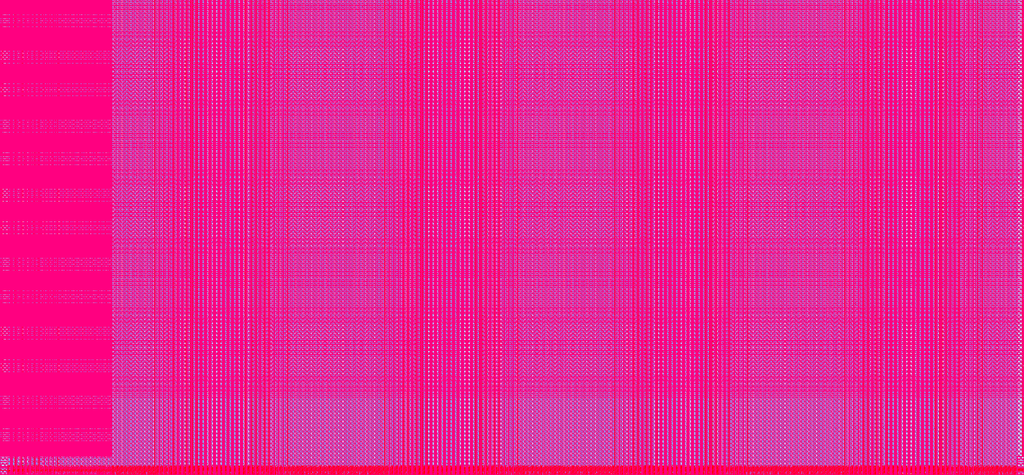
<source format=lef>
VERSION 5.7 ;
BUSBITCHARS "[]" ;
DIVIDERCHAR "/" ;

PROPERTYDEFINITIONS
  MACRO CatenaDesignType STRING ;
END PROPERTYDEFINITIONS

MACRO matrix_dac
  CLASS BLOCK ;
  ORIGIN -326.66 -187.44 ;
  FOREIGN matrix_dac 326.66 187.44 ;
  SIZE 18163.8 BY 8426.125 ;
  SYMMETRY X Y R90 ;
  PIN BcidMtx[5]
    DIRECTION INPUT ;
    USE SIGNAL ;
    PORT
      LAYER M4 ;
        RECT 493.705 187.44 493.985 188.44 ;
    END
  END BcidMtx[5]
  PIN BcidMtx[4]
    DIRECTION INPUT ;
    USE SIGNAL ;
    PORT
      LAYER M4 ;
        RECT 493.145 187.44 493.425 188.44 ;
    END
  END BcidMtx[4]
  PIN BcidMtx[3]
    DIRECTION INPUT ;
    USE SIGNAL ;
    PORT
      LAYER M4 ;
        RECT 492.585 187.44 492.865 188.44 ;
    END
  END BcidMtx[3]
  PIN BcidMtx[2]
    DIRECTION INPUT ;
    USE SIGNAL ;
    PORT
      LAYER M4 ;
        RECT 490.905 187.44 491.185 188.44 ;
    END
  END BcidMtx[2]
  PIN BcidMtx[1]
    DIRECTION INPUT ;
    USE SIGNAL ;
    PORT
      LAYER M4 ;
        RECT 490.345 187.44 490.625 188.44 ;
    END
  END BcidMtx[1]
  PIN BcidMtx[0]
    DIRECTION INPUT ;
    USE SIGNAL ;
    PORT
      LAYER M4 ;
        RECT 489.785 187.44 490.065 188.44 ;
    END
  END BcidMtx[0]
  PIN Data_PMOS[1175]
    DIRECTION OUTPUT ;
    USE SIGNAL ;
    PORT
      LAYER M4 ;
        RECT 9392.665 187.44 9392.945 188.44 ;
    END
  END Data_PMOS[1175]
  PIN Data_PMOS[1174]
    DIRECTION OUTPUT ;
    USE SIGNAL ;
    PORT
      LAYER M4 ;
        RECT 9394.345 187.44 9394.625 188.44 ;
    END
  END Data_PMOS[1174]
  PIN Data_PMOS[1173]
    DIRECTION OUTPUT ;
    USE SIGNAL ;
    PORT
      LAYER M4 ;
        RECT 9396.025 187.44 9396.305 188.44 ;
    END
  END Data_PMOS[1173]
  PIN Data_PMOS[1172]
    DIRECTION OUTPUT ;
    USE SIGNAL ;
    PORT
      LAYER M4 ;
        RECT 9362.425 187.44 9362.705 188.44 ;
    END
  END Data_PMOS[1172]
  PIN Data_PMOS[1171]
    DIRECTION OUTPUT ;
    USE SIGNAL ;
    PORT
      LAYER M4 ;
        RECT 9364.665 187.44 9364.945 188.44 ;
    END
  END Data_PMOS[1171]
  PIN Data_PMOS[1170]
    DIRECTION OUTPUT ;
    USE SIGNAL ;
    PORT
      LAYER M4 ;
        RECT 9366.345 187.44 9366.625 188.44 ;
    END
  END Data_PMOS[1170]
  PIN Data_PMOS[1169]
    DIRECTION OUTPUT ;
    USE SIGNAL ;
    PORT
      LAYER M4 ;
        RECT 9392.105 187.44 9392.385 188.44 ;
    END
  END Data_PMOS[1169]
  PIN Data_PMOS[1168]
    DIRECTION OUTPUT ;
    USE SIGNAL ;
    PORT
      LAYER M4 ;
        RECT 9393.225 187.44 9393.505 188.44 ;
    END
  END Data_PMOS[1168]
  PIN Data_PMOS[1167]
    DIRECTION OUTPUT ;
    USE SIGNAL ;
    PORT
      LAYER M4 ;
        RECT 9394.905 187.44 9395.185 188.44 ;
    END
  END Data_PMOS[1167]
  PIN Data_PMOS[1166]
    DIRECTION OUTPUT ;
    USE SIGNAL ;
    PORT
      LAYER M4 ;
        RECT 9364.105 187.44 9364.385 188.44 ;
    END
  END Data_PMOS[1166]
  PIN Data_PMOS[1165]
    DIRECTION OUTPUT ;
    USE SIGNAL ;
    PORT
      LAYER M4 ;
        RECT 9365.785 187.44 9366.065 188.44 ;
    END
  END Data_PMOS[1165]
  PIN Data_PMOS[1164]
    DIRECTION OUTPUT ;
    USE SIGNAL ;
    PORT
      LAYER M4 ;
        RECT 9366.905 187.44 9367.185 188.44 ;
    END
  END Data_PMOS[1164]
  PIN Data_PMOS[1163]
    DIRECTION OUTPUT ;
    USE SIGNAL ;
    PORT
      LAYER M4 ;
        RECT 9395.465 187.44 9395.745 188.44 ;
    END
  END Data_PMOS[1163]
  PIN Data_PMOS[1162]
    DIRECTION OUTPUT ;
    USE SIGNAL ;
    PORT
      LAYER M4 ;
        RECT 9391.545 187.44 9391.825 188.44 ;
    END
  END Data_PMOS[1162]
  PIN Data_PMOS[1161]
    DIRECTION OUTPUT ;
    USE SIGNAL ;
    PORT
      LAYER M4 ;
        RECT 9390.985 187.44 9391.265 188.44 ;
    END
  END Data_PMOS[1161]
  PIN Data_PMOS[1160]
    DIRECTION OUTPUT ;
    USE SIGNAL ;
    PORT
      LAYER M4 ;
        RECT 9393.785 187.44 9394.065 188.44 ;
    END
  END Data_PMOS[1160]
  PIN Data_PMOS[1159]
    DIRECTION OUTPUT ;
    USE SIGNAL ;
    PORT
      LAYER M4 ;
        RECT 9365.225 187.44 9365.505 188.44 ;
    END
  END Data_PMOS[1159]
  PIN Data_PMOS[1158]
    DIRECTION OUTPUT ;
    USE SIGNAL ;
    PORT
      LAYER M4 ;
        RECT 9368.025 187.44 9368.305 188.44 ;
    END
  END Data_PMOS[1158]
  PIN Data_PMOS[1157]
    DIRECTION OUTPUT ;
    USE SIGNAL ;
    PORT
      LAYER M4 ;
        RECT 9367.465 187.44 9367.745 188.44 ;
    END
  END Data_PMOS[1157]
  PIN Data_PMOS[1156]
    DIRECTION OUTPUT ;
    USE SIGNAL ;
    PORT
      LAYER M4 ;
        RECT 9363.545 187.44 9363.825 188.44 ;
    END
  END Data_PMOS[1156]
  PIN Data_PMOS[1155]
    DIRECTION OUTPUT ;
    USE SIGNAL ;
    PORT
      LAYER M4 ;
        RECT 9362.985 187.44 9363.265 188.44 ;
    END
  END Data_PMOS[1155]
  PIN Data_PMOS[1154]
    DIRECTION OUTPUT ;
    USE SIGNAL ;
    PORT
      LAYER M4 ;
        RECT 9310.905 187.44 9311.185 188.44 ;
    END
  END Data_PMOS[1154]
  PIN Data_PMOS[1153]
    DIRECTION OUTPUT ;
    USE SIGNAL ;
    PORT
      LAYER M4 ;
        RECT 9312.585 187.44 9312.865 188.44 ;
    END
  END Data_PMOS[1153]
  PIN Data_PMOS[1152]
    DIRECTION OUTPUT ;
    USE SIGNAL ;
    PORT
      LAYER M4 ;
        RECT 9314.265 187.44 9314.545 188.44 ;
    END
  END Data_PMOS[1152]
  PIN Data_PMOS[1151]
    DIRECTION OUTPUT ;
    USE SIGNAL ;
    PORT
      LAYER M4 ;
        RECT 9258.265 187.44 9258.545 188.44 ;
    END
  END Data_PMOS[1151]
  PIN Data_PMOS[1150]
    DIRECTION OUTPUT ;
    USE SIGNAL ;
    PORT
      LAYER M4 ;
        RECT 9260.505 187.44 9260.785 188.44 ;
    END
  END Data_PMOS[1150]
  PIN Data_PMOS[1149]
    DIRECTION OUTPUT ;
    USE SIGNAL ;
    PORT
      LAYER M4 ;
        RECT 9287.665 187.44 9287.945 188.44 ;
    END
  END Data_PMOS[1149]
  PIN Data_PMOS[1148]
    DIRECTION OUTPUT ;
    USE SIGNAL ;
    PORT
      LAYER M4 ;
        RECT 9310.345 187.44 9310.625 188.44 ;
    END
  END Data_PMOS[1148]
  PIN Data_PMOS[1147]
    DIRECTION OUTPUT ;
    USE SIGNAL ;
    PORT
      LAYER M4 ;
        RECT 9311.465 187.44 9311.745 188.44 ;
    END
  END Data_PMOS[1147]
  PIN Data_PMOS[1146]
    DIRECTION OUTPUT ;
    USE SIGNAL ;
    PORT
      LAYER M4 ;
        RECT 9313.145 187.44 9313.425 188.44 ;
    END
  END Data_PMOS[1146]
  PIN Data_PMOS[1145]
    DIRECTION OUTPUT ;
    USE SIGNAL ;
    PORT
      LAYER M4 ;
        RECT 9259.945 187.44 9260.225 188.44 ;
    END
  END Data_PMOS[1145]
  PIN Data_PMOS[1144]
    DIRECTION OUTPUT ;
    USE SIGNAL ;
    PORT
      LAYER M4 ;
        RECT 9287.105 187.44 9287.385 188.44 ;
    END
  END Data_PMOS[1144]
  PIN Data_PMOS[1143]
    DIRECTION OUTPUT ;
    USE SIGNAL ;
    PORT
      LAYER M4 ;
        RECT 9288.225 187.44 9288.505 188.44 ;
    END
  END Data_PMOS[1143]
  PIN Data_PMOS[1142]
    DIRECTION OUTPUT ;
    USE SIGNAL ;
    PORT
      LAYER M4 ;
        RECT 9313.705 187.44 9313.985 188.44 ;
    END
  END Data_PMOS[1142]
  PIN Data_PMOS[1141]
    DIRECTION OUTPUT ;
    USE SIGNAL ;
    PORT
      LAYER M4 ;
        RECT 9309.785 187.44 9310.065 188.44 ;
    END
  END Data_PMOS[1141]
  PIN Data_PMOS[1140]
    DIRECTION OUTPUT ;
    USE SIGNAL ;
    PORT
      LAYER M4 ;
        RECT 9300.825 187.44 9301.105 188.44 ;
    END
  END Data_PMOS[1140]
  PIN Data_PMOS[1139]
    DIRECTION OUTPUT ;
    USE SIGNAL ;
    PORT
      LAYER M4 ;
        RECT 9312.025 187.44 9312.305 188.44 ;
    END
  END Data_PMOS[1139]
  PIN Data_PMOS[1138]
    DIRECTION OUTPUT ;
    USE SIGNAL ;
    PORT
      LAYER M4 ;
        RECT 9261.065 187.44 9261.345 188.44 ;
    END
  END Data_PMOS[1138]
  PIN Data_PMOS[1137]
    DIRECTION OUTPUT ;
    USE SIGNAL ;
    PORT
      LAYER M4 ;
        RECT 9289.345 187.44 9289.625 188.44 ;
    END
  END Data_PMOS[1137]
  PIN Data_PMOS[1136]
    DIRECTION OUTPUT ;
    USE SIGNAL ;
    PORT
      LAYER M4 ;
        RECT 9288.785 187.44 9289.065 188.44 ;
    END
  END Data_PMOS[1136]
  PIN Data_PMOS[1135]
    DIRECTION OUTPUT ;
    USE SIGNAL ;
    PORT
      LAYER M4 ;
        RECT 9259.385 187.44 9259.665 188.44 ;
    END
  END Data_PMOS[1135]
  PIN Data_PMOS[1134]
    DIRECTION OUTPUT ;
    USE SIGNAL ;
    PORT
      LAYER M4 ;
        RECT 9258.825 187.44 9259.105 188.44 ;
    END
  END Data_PMOS[1134]
  PIN Data_PMOS[1133]
    DIRECTION OUTPUT ;
    USE SIGNAL ;
    PORT
      LAYER M4 ;
        RECT 9232.505 187.44 9232.785 188.44 ;
    END
  END Data_PMOS[1133]
  PIN Data_PMOS[1132]
    DIRECTION OUTPUT ;
    USE SIGNAL ;
    PORT
      LAYER M4 ;
        RECT 9234.185 187.44 9234.465 188.44 ;
    END
  END Data_PMOS[1132]
  PIN Data_PMOS[1131]
    DIRECTION OUTPUT ;
    USE SIGNAL ;
    PORT
      LAYER M4 ;
        RECT 9248.745 187.44 9249.025 188.44 ;
    END
  END Data_PMOS[1131]
  PIN Data_PMOS[1130]
    DIRECTION OUTPUT ;
    USE SIGNAL ;
    PORT
      LAYER M4 ;
        RECT 9177.065 187.44 9177.345 188.44 ;
    END
  END Data_PMOS[1130]
  PIN Data_PMOS[1129]
    DIRECTION OUTPUT ;
    USE SIGNAL ;
    PORT
      LAYER M4 ;
        RECT 9179.305 187.44 9179.585 188.44 ;
    END
  END Data_PMOS[1129]
  PIN Data_PMOS[1128]
    DIRECTION OUTPUT ;
    USE SIGNAL ;
    PORT
      LAYER M4 ;
        RECT 9180.985 187.44 9181.265 188.44 ;
    END
  END Data_PMOS[1128]
  PIN Data_PMOS[1127]
    DIRECTION OUTPUT ;
    USE SIGNAL ;
    PORT
      LAYER M4 ;
        RECT 9231.945 187.44 9232.225 188.44 ;
    END
  END Data_PMOS[1127]
  PIN Data_PMOS[1126]
    DIRECTION OUTPUT ;
    USE SIGNAL ;
    PORT
      LAYER M4 ;
        RECT 9233.065 187.44 9233.345 188.44 ;
    END
  END Data_PMOS[1126]
  PIN Data_PMOS[1125]
    DIRECTION OUTPUT ;
    USE SIGNAL ;
    PORT
      LAYER M4 ;
        RECT 9234.745 187.44 9235.025 188.44 ;
    END
  END Data_PMOS[1125]
  PIN Data_PMOS[1124]
    DIRECTION OUTPUT ;
    USE SIGNAL ;
    PORT
      LAYER M4 ;
        RECT 9178.745 187.44 9179.025 188.44 ;
    END
  END Data_PMOS[1124]
  PIN Data_PMOS[1123]
    DIRECTION OUTPUT ;
    USE SIGNAL ;
    PORT
      LAYER M4 ;
        RECT 9180.425 187.44 9180.705 188.44 ;
    END
  END Data_PMOS[1123]
  PIN Data_PMOS[1122]
    DIRECTION OUTPUT ;
    USE SIGNAL ;
    PORT
      LAYER M4 ;
        RECT 9181.545 187.44 9181.825 188.44 ;
    END
  END Data_PMOS[1122]
  PIN Data_PMOS[1121]
    DIRECTION OUTPUT ;
    USE SIGNAL ;
    PORT
      LAYER M4 ;
        RECT 9248.185 187.44 9248.465 188.44 ;
    END
  END Data_PMOS[1121]
  PIN Data_PMOS[1120]
    DIRECTION OUTPUT ;
    USE SIGNAL ;
    PORT
      LAYER M4 ;
        RECT 9231.385 187.44 9231.665 188.44 ;
    END
  END Data_PMOS[1120]
  PIN Data_PMOS[1119]
    DIRECTION OUTPUT ;
    USE SIGNAL ;
    PORT
      LAYER M4 ;
        RECT 9230.825 187.44 9231.105 188.44 ;
    END
  END Data_PMOS[1119]
  PIN Data_PMOS[1118]
    DIRECTION OUTPUT ;
    USE SIGNAL ;
    PORT
      LAYER M4 ;
        RECT 9233.625 187.44 9233.905 188.44 ;
    END
  END Data_PMOS[1118]
  PIN Data_PMOS[1117]
    DIRECTION OUTPUT ;
    USE SIGNAL ;
    PORT
      LAYER M4 ;
        RECT 9179.865 187.44 9180.145 188.44 ;
    END
  END Data_PMOS[1117]
  PIN Data_PMOS[1116]
    DIRECTION OUTPUT ;
    USE SIGNAL ;
    PORT
      LAYER M4 ;
        RECT 9182.665 187.44 9182.945 188.44 ;
    END
  END Data_PMOS[1116]
  PIN Data_PMOS[1115]
    DIRECTION OUTPUT ;
    USE SIGNAL ;
    PORT
      LAYER M4 ;
        RECT 9182.105 187.44 9182.385 188.44 ;
    END
  END Data_PMOS[1115]
  PIN Data_PMOS[1114]
    DIRECTION OUTPUT ;
    USE SIGNAL ;
    PORT
      LAYER M4 ;
        RECT 9178.185 187.44 9178.465 188.44 ;
    END
  END Data_PMOS[1114]
  PIN Data_PMOS[1113]
    DIRECTION OUTPUT ;
    USE SIGNAL ;
    PORT
      LAYER M4 ;
        RECT 9177.625 187.44 9177.905 188.44 ;
    END
  END Data_PMOS[1113]
  PIN Data_PMOS[1112]
    DIRECTION OUTPUT ;
    USE SIGNAL ;
    PORT
      LAYER M4 ;
        RECT 9155.785 187.44 9156.065 188.44 ;
    END
  END Data_PMOS[1112]
  PIN Data_PMOS[1111]
    DIRECTION OUTPUT ;
    USE SIGNAL ;
    PORT
      LAYER M4 ;
        RECT 9157.465 187.44 9157.745 188.44 ;
    END
  END Data_PMOS[1111]
  PIN Data_PMOS[1110]
    DIRECTION OUTPUT ;
    USE SIGNAL ;
    PORT
      LAYER M4 ;
        RECT 9159.145 187.44 9159.425 188.44 ;
    END
  END Data_PMOS[1110]
  PIN Data_PMOS[1109]
    DIRECTION OUTPUT ;
    USE SIGNAL ;
    PORT
      LAYER M4 ;
        RECT 9111.545 187.44 9111.825 188.44 ;
    END
  END Data_PMOS[1109]
  PIN Data_PMOS[1108]
    DIRECTION OUTPUT ;
    USE SIGNAL ;
    PORT
      LAYER M4 ;
        RECT 9113.785 187.44 9114.065 188.44 ;
    END
  END Data_PMOS[1108]
  PIN Data_PMOS[1107]
    DIRECTION OUTPUT ;
    USE SIGNAL ;
    PORT
      LAYER M4 ;
        RECT 9115.465 187.44 9115.745 188.44 ;
    END
  END Data_PMOS[1107]
  PIN Data_PMOS[1106]
    DIRECTION OUTPUT ;
    USE SIGNAL ;
    PORT
      LAYER M4 ;
        RECT 9155.225 187.44 9155.505 188.44 ;
    END
  END Data_PMOS[1106]
  PIN Data_PMOS[1105]
    DIRECTION OUTPUT ;
    USE SIGNAL ;
    PORT
      LAYER M4 ;
        RECT 9156.345 187.44 9156.625 188.44 ;
    END
  END Data_PMOS[1105]
  PIN Data_PMOS[1104]
    DIRECTION OUTPUT ;
    USE SIGNAL ;
    PORT
      LAYER M4 ;
        RECT 9158.025 187.44 9158.305 188.44 ;
    END
  END Data_PMOS[1104]
  PIN Data_PMOS[1103]
    DIRECTION OUTPUT ;
    USE SIGNAL ;
    PORT
      LAYER M4 ;
        RECT 9113.225 187.44 9113.505 188.44 ;
    END
  END Data_PMOS[1103]
  PIN Data_PMOS[1102]
    DIRECTION OUTPUT ;
    USE SIGNAL ;
    PORT
      LAYER M4 ;
        RECT 9114.905 187.44 9115.185 188.44 ;
    END
  END Data_PMOS[1102]
  PIN Data_PMOS[1101]
    DIRECTION OUTPUT ;
    USE SIGNAL ;
    PORT
      LAYER M4 ;
        RECT 9116.025 187.44 9116.305 188.44 ;
    END
  END Data_PMOS[1101]
  PIN Data_PMOS[1100]
    DIRECTION OUTPUT ;
    USE SIGNAL ;
    PORT
      LAYER M4 ;
        RECT 9158.585 187.44 9158.865 188.44 ;
    END
  END Data_PMOS[1100]
  PIN Data_PMOS[1099]
    DIRECTION OUTPUT ;
    USE SIGNAL ;
    PORT
      LAYER M4 ;
        RECT 9154.665 187.44 9154.945 188.44 ;
    END
  END Data_PMOS[1099]
  PIN Data_PMOS[1098]
    DIRECTION OUTPUT ;
    USE SIGNAL ;
    PORT
      LAYER M4 ;
        RECT 9154.105 187.44 9154.385 188.44 ;
    END
  END Data_PMOS[1098]
  PIN Data_PMOS[1097]
    DIRECTION OUTPUT ;
    USE SIGNAL ;
    PORT
      LAYER M4 ;
        RECT 9156.905 187.44 9157.185 188.44 ;
    END
  END Data_PMOS[1097]
  PIN Data_PMOS[1096]
    DIRECTION OUTPUT ;
    USE SIGNAL ;
    PORT
      LAYER M4 ;
        RECT 9114.345 187.44 9114.625 188.44 ;
    END
  END Data_PMOS[1096]
  PIN Data_PMOS[1095]
    DIRECTION OUTPUT ;
    USE SIGNAL ;
    PORT
      LAYER M4 ;
        RECT 9117.145 187.44 9117.425 188.44 ;
    END
  END Data_PMOS[1095]
  PIN Data_PMOS[1094]
    DIRECTION OUTPUT ;
    USE SIGNAL ;
    PORT
      LAYER M4 ;
        RECT 9116.585 187.44 9116.865 188.44 ;
    END
  END Data_PMOS[1094]
  PIN Data_PMOS[1093]
    DIRECTION OUTPUT ;
    USE SIGNAL ;
    PORT
      LAYER M4 ;
        RECT 9112.665 187.44 9112.945 188.44 ;
    END
  END Data_PMOS[1093]
  PIN Data_PMOS[1092]
    DIRECTION OUTPUT ;
    USE SIGNAL ;
    PORT
      LAYER M4 ;
        RECT 9112.105 187.44 9112.385 188.44 ;
    END
  END Data_PMOS[1092]
  PIN Data_PMOS[1091]
    DIRECTION OUTPUT ;
    USE SIGNAL ;
    PORT
      LAYER M4 ;
        RECT 9085.785 187.44 9086.065 188.44 ;
    END
  END Data_PMOS[1091]
  PIN Data_PMOS[1090]
    DIRECTION OUTPUT ;
    USE SIGNAL ;
    PORT
      LAYER M4 ;
        RECT 9087.465 187.44 9087.745 188.44 ;
    END
  END Data_PMOS[1090]
  PIN Data_PMOS[1089]
    DIRECTION OUTPUT ;
    USE SIGNAL ;
    PORT
      LAYER M4 ;
        RECT 9089.145 187.44 9089.425 188.44 ;
    END
  END Data_PMOS[1089]
  PIN Data_PMOS[1088]
    DIRECTION OUTPUT ;
    USE SIGNAL ;
    PORT
      LAYER M4 ;
        RECT 9029.785 187.44 9030.065 188.44 ;
    END
  END Data_PMOS[1088]
  PIN Data_PMOS[1087]
    DIRECTION OUTPUT ;
    USE SIGNAL ;
    PORT
      LAYER M4 ;
        RECT 9032.025 187.44 9032.305 188.44 ;
    END
  END Data_PMOS[1087]
  PIN Data_PMOS[1086]
    DIRECTION OUTPUT ;
    USE SIGNAL ;
    PORT
      LAYER M4 ;
        RECT 9033.705 187.44 9033.985 188.44 ;
    END
  END Data_PMOS[1086]
  PIN Data_PMOS[1085]
    DIRECTION OUTPUT ;
    USE SIGNAL ;
    PORT
      LAYER M4 ;
        RECT 9085.225 187.44 9085.505 188.44 ;
    END
  END Data_PMOS[1085]
  PIN Data_PMOS[1084]
    DIRECTION OUTPUT ;
    USE SIGNAL ;
    PORT
      LAYER M4 ;
        RECT 9086.345 187.44 9086.625 188.44 ;
    END
  END Data_PMOS[1084]
  PIN Data_PMOS[1083]
    DIRECTION OUTPUT ;
    USE SIGNAL ;
    PORT
      LAYER M4 ;
        RECT 9088.025 187.44 9088.305 188.44 ;
    END
  END Data_PMOS[1083]
  PIN Data_PMOS[1082]
    DIRECTION OUTPUT ;
    USE SIGNAL ;
    PORT
      LAYER M4 ;
        RECT 9031.465 187.44 9031.745 188.44 ;
    END
  END Data_PMOS[1082]
  PIN Data_PMOS[1081]
    DIRECTION OUTPUT ;
    USE SIGNAL ;
    PORT
      LAYER M4 ;
        RECT 9033.145 187.44 9033.425 188.44 ;
    END
  END Data_PMOS[1081]
  PIN Data_PMOS[1080]
    DIRECTION OUTPUT ;
    USE SIGNAL ;
    PORT
      LAYER M4 ;
        RECT 9034.265 187.44 9034.545 188.44 ;
    END
  END Data_PMOS[1080]
  PIN Data_PMOS[1079]
    DIRECTION OUTPUT ;
    USE SIGNAL ;
    PORT
      LAYER M4 ;
        RECT 9088.585 187.44 9088.865 188.44 ;
    END
  END Data_PMOS[1079]
  PIN Data_PMOS[1078]
    DIRECTION OUTPUT ;
    USE SIGNAL ;
    PORT
      LAYER M4 ;
        RECT 9084.665 187.44 9084.945 188.44 ;
    END
  END Data_PMOS[1078]
  PIN Data_PMOS[1077]
    DIRECTION OUTPUT ;
    USE SIGNAL ;
    PORT
      LAYER M4 ;
        RECT 9084.105 187.44 9084.385 188.44 ;
    END
  END Data_PMOS[1077]
  PIN Data_PMOS[1076]
    DIRECTION OUTPUT ;
    USE SIGNAL ;
    PORT
      LAYER M4 ;
        RECT 9086.905 187.44 9087.185 188.44 ;
    END
  END Data_PMOS[1076]
  PIN Data_PMOS[1075]
    DIRECTION OUTPUT ;
    USE SIGNAL ;
    PORT
      LAYER M4 ;
        RECT 9032.585 187.44 9032.865 188.44 ;
    END
  END Data_PMOS[1075]
  PIN Data_PMOS[1074]
    DIRECTION OUTPUT ;
    USE SIGNAL ;
    PORT
      LAYER M4 ;
        RECT 9035.385 187.44 9035.665 188.44 ;
    END
  END Data_PMOS[1074]
  PIN Data_PMOS[1073]
    DIRECTION OUTPUT ;
    USE SIGNAL ;
    PORT
      LAYER M4 ;
        RECT 9034.825 187.44 9035.105 188.44 ;
    END
  END Data_PMOS[1073]
  PIN Data_PMOS[1072]
    DIRECTION OUTPUT ;
    USE SIGNAL ;
    PORT
      LAYER M4 ;
        RECT 9030.905 187.44 9031.185 188.44 ;
    END
  END Data_PMOS[1072]
  PIN Data_PMOS[1071]
    DIRECTION OUTPUT ;
    USE SIGNAL ;
    PORT
      LAYER M4 ;
        RECT 9030.345 187.44 9030.625 188.44 ;
    END
  END Data_PMOS[1071]
  PIN Data_PMOS[1070]
    DIRECTION OUTPUT ;
    USE SIGNAL ;
    PORT
      LAYER M4 ;
        RECT 8981.065 187.44 8981.345 188.44 ;
    END
  END Data_PMOS[1070]
  PIN Data_PMOS[1069]
    DIRECTION OUTPUT ;
    USE SIGNAL ;
    PORT
      LAYER M4 ;
        RECT 9008.225 187.44 9008.505 188.44 ;
    END
  END Data_PMOS[1069]
  PIN Data_PMOS[1068]
    DIRECTION OUTPUT ;
    USE SIGNAL ;
    PORT
      LAYER M4 ;
        RECT 9009.905 187.44 9010.185 188.44 ;
    END
  END Data_PMOS[1068]
  PIN Data_PMOS[1067]
    DIRECTION OUTPUT ;
    USE SIGNAL ;
    PORT
      LAYER M4 ;
        RECT 8951.385 187.44 8951.665 188.44 ;
    END
  END Data_PMOS[1067]
  PIN Data_PMOS[1066]
    DIRECTION OUTPUT ;
    USE SIGNAL ;
    PORT
      LAYER M4 ;
        RECT 8953.625 187.44 8953.905 188.44 ;
    END
  END Data_PMOS[1066]
  PIN Data_PMOS[1065]
    DIRECTION OUTPUT ;
    USE SIGNAL ;
    PORT
      LAYER M4 ;
        RECT 8955.305 187.44 8955.585 188.44 ;
    END
  END Data_PMOS[1065]
  PIN Data_PMOS[1064]
    DIRECTION OUTPUT ;
    USE SIGNAL ;
    PORT
      LAYER M4 ;
        RECT 8980.505 187.44 8980.785 188.44 ;
    END
  END Data_PMOS[1064]
  PIN Data_PMOS[1063]
    DIRECTION OUTPUT ;
    USE SIGNAL ;
    PORT
      LAYER M4 ;
        RECT 8981.625 187.44 8981.905 188.44 ;
    END
  END Data_PMOS[1063]
  PIN Data_PMOS[1062]
    DIRECTION OUTPUT ;
    USE SIGNAL ;
    PORT
      LAYER M4 ;
        RECT 9008.785 187.44 9009.065 188.44 ;
    END
  END Data_PMOS[1062]
  PIN Data_PMOS[1061]
    DIRECTION OUTPUT ;
    USE SIGNAL ;
    PORT
      LAYER M4 ;
        RECT 8953.065 187.44 8953.345 188.44 ;
    END
  END Data_PMOS[1061]
  PIN Data_PMOS[1060]
    DIRECTION OUTPUT ;
    USE SIGNAL ;
    PORT
      LAYER M4 ;
        RECT 8954.745 187.44 8955.025 188.44 ;
    END
  END Data_PMOS[1060]
  PIN Data_PMOS[1059]
    DIRECTION OUTPUT ;
    USE SIGNAL ;
    PORT
      LAYER M4 ;
        RECT 8968.745 187.44 8969.025 188.44 ;
    END
  END Data_PMOS[1059]
  PIN Data_PMOS[1058]
    DIRECTION OUTPUT ;
    USE SIGNAL ;
    PORT
      LAYER M4 ;
        RECT 9009.345 187.44 9009.625 188.44 ;
    END
  END Data_PMOS[1058]
  PIN Data_PMOS[1057]
    DIRECTION OUTPUT ;
    USE SIGNAL ;
    PORT
      LAYER M4 ;
        RECT 8979.945 187.44 8980.225 188.44 ;
    END
  END Data_PMOS[1057]
  PIN Data_PMOS[1056]
    DIRECTION OUTPUT ;
    USE SIGNAL ;
    PORT
      LAYER M4 ;
        RECT 8979.385 187.44 8979.665 188.44 ;
    END
  END Data_PMOS[1056]
  PIN Data_PMOS[1055]
    DIRECTION OUTPUT ;
    USE SIGNAL ;
    PORT
      LAYER M4 ;
        RECT 9007.665 187.44 9007.945 188.44 ;
    END
  END Data_PMOS[1055]
  PIN Data_PMOS[1054]
    DIRECTION OUTPUT ;
    USE SIGNAL ;
    PORT
      LAYER M4 ;
        RECT 8954.185 187.44 8954.465 188.44 ;
    END
  END Data_PMOS[1054]
  PIN Data_PMOS[1053]
    DIRECTION OUTPUT ;
    USE SIGNAL ;
    PORT
      LAYER M4 ;
        RECT 8969.865 187.44 8970.145 188.44 ;
    END
  END Data_PMOS[1053]
  PIN Data_PMOS[1052]
    DIRECTION OUTPUT ;
    USE SIGNAL ;
    PORT
      LAYER M4 ;
        RECT 8969.305 187.44 8969.585 188.44 ;
    END
  END Data_PMOS[1052]
  PIN Data_PMOS[1051]
    DIRECTION OUTPUT ;
    USE SIGNAL ;
    PORT
      LAYER M4 ;
        RECT 8952.505 187.44 8952.785 188.44 ;
    END
  END Data_PMOS[1051]
  PIN Data_PMOS[1050]
    DIRECTION OUTPUT ;
    USE SIGNAL ;
    PORT
      LAYER M4 ;
        RECT 8951.945 187.44 8952.225 188.44 ;
    END
  END Data_PMOS[1050]
  PIN Data_PMOS[1049]
    DIRECTION OUTPUT ;
    USE SIGNAL ;
    PORT
      LAYER M4 ;
        RECT 8898.745 187.44 8899.025 188.44 ;
    END
  END Data_PMOS[1049]
  PIN Data_PMOS[1048]
    DIRECTION OUTPUT ;
    USE SIGNAL ;
    PORT
      LAYER M4 ;
        RECT 8900.425 187.44 8900.705 188.44 ;
    END
  END Data_PMOS[1048]
  PIN Data_PMOS[1047]
    DIRECTION OUTPUT ;
    USE SIGNAL ;
    PORT
      LAYER M4 ;
        RECT 8902.105 187.44 8902.385 188.44 ;
    END
  END Data_PMOS[1047]
  PIN Data_PMOS[1046]
    DIRECTION OUTPUT ;
    USE SIGNAL ;
    PORT
      LAYER M4 ;
        RECT 8873.545 187.44 8873.825 188.44 ;
    END
  END Data_PMOS[1046]
  PIN Data_PMOS[1045]
    DIRECTION OUTPUT ;
    USE SIGNAL ;
    PORT
      LAYER M4 ;
        RECT 8875.785 187.44 8876.065 188.44 ;
    END
  END Data_PMOS[1045]
  PIN Data_PMOS[1044]
    DIRECTION OUTPUT ;
    USE SIGNAL ;
    PORT
      LAYER M4 ;
        RECT 8877.465 187.44 8877.745 188.44 ;
    END
  END Data_PMOS[1044]
  PIN Data_PMOS[1043]
    DIRECTION OUTPUT ;
    USE SIGNAL ;
    PORT
      LAYER M4 ;
        RECT 8898.185 187.44 8898.465 188.44 ;
    END
  END Data_PMOS[1043]
  PIN Data_PMOS[1042]
    DIRECTION OUTPUT ;
    USE SIGNAL ;
    PORT
      LAYER M4 ;
        RECT 8899.305 187.44 8899.585 188.44 ;
    END
  END Data_PMOS[1042]
  PIN Data_PMOS[1041]
    DIRECTION OUTPUT ;
    USE SIGNAL ;
    PORT
      LAYER M4 ;
        RECT 8900.985 187.44 8901.265 188.44 ;
    END
  END Data_PMOS[1041]
  PIN Data_PMOS[1040]
    DIRECTION OUTPUT ;
    USE SIGNAL ;
    PORT
      LAYER M4 ;
        RECT 8875.225 187.44 8875.505 188.44 ;
    END
  END Data_PMOS[1040]
  PIN Data_PMOS[1039]
    DIRECTION OUTPUT ;
    USE SIGNAL ;
    PORT
      LAYER M4 ;
        RECT 8876.905 187.44 8877.185 188.44 ;
    END
  END Data_PMOS[1039]
  PIN Data_PMOS[1038]
    DIRECTION OUTPUT ;
    USE SIGNAL ;
    PORT
      LAYER M4 ;
        RECT 8878.025 187.44 8878.305 188.44 ;
    END
  END Data_PMOS[1038]
  PIN Data_PMOS[1037]
    DIRECTION OUTPUT ;
    USE SIGNAL ;
    PORT
      LAYER M4 ;
        RECT 8901.545 187.44 8901.825 188.44 ;
    END
  END Data_PMOS[1037]
  PIN Data_PMOS[1036]
    DIRECTION OUTPUT ;
    USE SIGNAL ;
    PORT
      LAYER M4 ;
        RECT 8897.625 187.44 8897.905 188.44 ;
    END
  END Data_PMOS[1036]
  PIN Data_PMOS[1035]
    DIRECTION OUTPUT ;
    USE SIGNAL ;
    PORT
      LAYER M4 ;
        RECT 8897.065 187.44 8897.345 188.44 ;
    END
  END Data_PMOS[1035]
  PIN Data_PMOS[1034]
    DIRECTION OUTPUT ;
    USE SIGNAL ;
    PORT
      LAYER M4 ;
        RECT 8899.865 187.44 8900.145 188.44 ;
    END
  END Data_PMOS[1034]
  PIN Data_PMOS[1033]
    DIRECTION OUTPUT ;
    USE SIGNAL ;
    PORT
      LAYER M4 ;
        RECT 8876.345 187.44 8876.625 188.44 ;
    END
  END Data_PMOS[1033]
  PIN Data_PMOS[1032]
    DIRECTION OUTPUT ;
    USE SIGNAL ;
    PORT
      LAYER M4 ;
        RECT 8879.145 187.44 8879.425 188.44 ;
    END
  END Data_PMOS[1032]
  PIN Data_PMOS[1031]
    DIRECTION OUTPUT ;
    USE SIGNAL ;
    PORT
      LAYER M4 ;
        RECT 8878.585 187.44 8878.865 188.44 ;
    END
  END Data_PMOS[1031]
  PIN Data_PMOS[1030]
    DIRECTION OUTPUT ;
    USE SIGNAL ;
    PORT
      LAYER M4 ;
        RECT 8874.665 187.44 8874.945 188.44 ;
    END
  END Data_PMOS[1030]
  PIN Data_PMOS[1029]
    DIRECTION OUTPUT ;
    USE SIGNAL ;
    PORT
      LAYER M4 ;
        RECT 8874.105 187.44 8874.385 188.44 ;
    END
  END Data_PMOS[1029]
  PIN Data_PMOS[1028]
    DIRECTION OUTPUT ;
    USE SIGNAL ;
    PORT
      LAYER M4 ;
        RECT 8832.665 187.44 8832.945 188.44 ;
    END
  END Data_PMOS[1028]
  PIN Data_PMOS[1027]
    DIRECTION OUTPUT ;
    USE SIGNAL ;
    PORT
      LAYER M4 ;
        RECT 8834.345 187.44 8834.625 188.44 ;
    END
  END Data_PMOS[1027]
  PIN Data_PMOS[1026]
    DIRECTION OUTPUT ;
    USE SIGNAL ;
    PORT
      LAYER M4 ;
        RECT 8836.025 187.44 8836.305 188.44 ;
    END
  END Data_PMOS[1026]
  PIN Data_PMOS[1025]
    DIRECTION OUTPUT ;
    USE SIGNAL ;
    PORT
      LAYER M4 ;
        RECT 8802.425 187.44 8802.705 188.44 ;
    END
  END Data_PMOS[1025]
  PIN Data_PMOS[1024]
    DIRECTION OUTPUT ;
    USE SIGNAL ;
    PORT
      LAYER M4 ;
        RECT 8804.665 187.44 8804.945 188.44 ;
    END
  END Data_PMOS[1024]
  PIN Data_PMOS[1023]
    DIRECTION OUTPUT ;
    USE SIGNAL ;
    PORT
      LAYER M4 ;
        RECT 8806.345 187.44 8806.625 188.44 ;
    END
  END Data_PMOS[1023]
  PIN Data_PMOS[1022]
    DIRECTION OUTPUT ;
    USE SIGNAL ;
    PORT
      LAYER M4 ;
        RECT 8832.105 187.44 8832.385 188.44 ;
    END
  END Data_PMOS[1022]
  PIN Data_PMOS[1021]
    DIRECTION OUTPUT ;
    USE SIGNAL ;
    PORT
      LAYER M4 ;
        RECT 8833.225 187.44 8833.505 188.44 ;
    END
  END Data_PMOS[1021]
  PIN Data_PMOS[1020]
    DIRECTION OUTPUT ;
    USE SIGNAL ;
    PORT
      LAYER M4 ;
        RECT 8834.905 187.44 8835.185 188.44 ;
    END
  END Data_PMOS[1020]
  PIN Data_PMOS[1019]
    DIRECTION OUTPUT ;
    USE SIGNAL ;
    PORT
      LAYER M4 ;
        RECT 8804.105 187.44 8804.385 188.44 ;
    END
  END Data_PMOS[1019]
  PIN Data_PMOS[1018]
    DIRECTION OUTPUT ;
    USE SIGNAL ;
    PORT
      LAYER M4 ;
        RECT 8805.785 187.44 8806.065 188.44 ;
    END
  END Data_PMOS[1018]
  PIN Data_PMOS[1017]
    DIRECTION OUTPUT ;
    USE SIGNAL ;
    PORT
      LAYER M4 ;
        RECT 8806.905 187.44 8807.185 188.44 ;
    END
  END Data_PMOS[1017]
  PIN Data_PMOS[1016]
    DIRECTION OUTPUT ;
    USE SIGNAL ;
    PORT
      LAYER M4 ;
        RECT 8835.465 187.44 8835.745 188.44 ;
    END
  END Data_PMOS[1016]
  PIN Data_PMOS[1015]
    DIRECTION OUTPUT ;
    USE SIGNAL ;
    PORT
      LAYER M4 ;
        RECT 8831.545 187.44 8831.825 188.44 ;
    END
  END Data_PMOS[1015]
  PIN Data_PMOS[1014]
    DIRECTION OUTPUT ;
    USE SIGNAL ;
    PORT
      LAYER M4 ;
        RECT 8830.985 187.44 8831.265 188.44 ;
    END
  END Data_PMOS[1014]
  PIN Data_PMOS[1013]
    DIRECTION OUTPUT ;
    USE SIGNAL ;
    PORT
      LAYER M4 ;
        RECT 8833.785 187.44 8834.065 188.44 ;
    END
  END Data_PMOS[1013]
  PIN Data_PMOS[1012]
    DIRECTION OUTPUT ;
    USE SIGNAL ;
    PORT
      LAYER M4 ;
        RECT 8805.225 187.44 8805.505 188.44 ;
    END
  END Data_PMOS[1012]
  PIN Data_PMOS[1011]
    DIRECTION OUTPUT ;
    USE SIGNAL ;
    PORT
      LAYER M4 ;
        RECT 8808.025 187.44 8808.305 188.44 ;
    END
  END Data_PMOS[1011]
  PIN Data_PMOS[1010]
    DIRECTION OUTPUT ;
    USE SIGNAL ;
    PORT
      LAYER M4 ;
        RECT 8807.465 187.44 8807.745 188.44 ;
    END
  END Data_PMOS[1010]
  PIN Data_PMOS[1009]
    DIRECTION OUTPUT ;
    USE SIGNAL ;
    PORT
      LAYER M4 ;
        RECT 8803.545 187.44 8803.825 188.44 ;
    END
  END Data_PMOS[1009]
  PIN Data_PMOS[1008]
    DIRECTION OUTPUT ;
    USE SIGNAL ;
    PORT
      LAYER M4 ;
        RECT 8802.985 187.44 8803.265 188.44 ;
    END
  END Data_PMOS[1008]
  PIN Data_PMOS[1007]
    DIRECTION OUTPUT ;
    USE SIGNAL ;
    PORT
      LAYER M4 ;
        RECT 8750.905 187.44 8751.185 188.44 ;
    END
  END Data_PMOS[1007]
  PIN Data_PMOS[1006]
    DIRECTION OUTPUT ;
    USE SIGNAL ;
    PORT
      LAYER M4 ;
        RECT 8752.585 187.44 8752.865 188.44 ;
    END
  END Data_PMOS[1006]
  PIN Data_PMOS[1005]
    DIRECTION OUTPUT ;
    USE SIGNAL ;
    PORT
      LAYER M4 ;
        RECT 8754.265 187.44 8754.545 188.44 ;
    END
  END Data_PMOS[1005]
  PIN Data_PMOS[1004]
    DIRECTION OUTPUT ;
    USE SIGNAL ;
    PORT
      LAYER M4 ;
        RECT 8698.265 187.44 8698.545 188.44 ;
    END
  END Data_PMOS[1004]
  PIN Data_PMOS[1003]
    DIRECTION OUTPUT ;
    USE SIGNAL ;
    PORT
      LAYER M4 ;
        RECT 8700.505 187.44 8700.785 188.44 ;
    END
  END Data_PMOS[1003]
  PIN Data_PMOS[1002]
    DIRECTION OUTPUT ;
    USE SIGNAL ;
    PORT
      LAYER M4 ;
        RECT 8727.665 187.44 8727.945 188.44 ;
    END
  END Data_PMOS[1002]
  PIN Data_PMOS[1001]
    DIRECTION OUTPUT ;
    USE SIGNAL ;
    PORT
      LAYER M4 ;
        RECT 8750.345 187.44 8750.625 188.44 ;
    END
  END Data_PMOS[1001]
  PIN Data_PMOS[1000]
    DIRECTION OUTPUT ;
    USE SIGNAL ;
    PORT
      LAYER M4 ;
        RECT 8751.465 187.44 8751.745 188.44 ;
    END
  END Data_PMOS[1000]
  PIN Data_PMOS[999]
    DIRECTION OUTPUT ;
    USE SIGNAL ;
    PORT
      LAYER M4 ;
        RECT 8753.145 187.44 8753.425 188.44 ;
    END
  END Data_PMOS[999]
  PIN Data_PMOS[998]
    DIRECTION OUTPUT ;
    USE SIGNAL ;
    PORT
      LAYER M4 ;
        RECT 8699.945 187.44 8700.225 188.44 ;
    END
  END Data_PMOS[998]
  PIN Data_PMOS[997]
    DIRECTION OUTPUT ;
    USE SIGNAL ;
    PORT
      LAYER M4 ;
        RECT 8727.105 187.44 8727.385 188.44 ;
    END
  END Data_PMOS[997]
  PIN Data_PMOS[996]
    DIRECTION OUTPUT ;
    USE SIGNAL ;
    PORT
      LAYER M4 ;
        RECT 8728.225 187.44 8728.505 188.44 ;
    END
  END Data_PMOS[996]
  PIN Data_PMOS[995]
    DIRECTION OUTPUT ;
    USE SIGNAL ;
    PORT
      LAYER M4 ;
        RECT 8753.705 187.44 8753.985 188.44 ;
    END
  END Data_PMOS[995]
  PIN Data_PMOS[994]
    DIRECTION OUTPUT ;
    USE SIGNAL ;
    PORT
      LAYER M4 ;
        RECT 8749.785 187.44 8750.065 188.44 ;
    END
  END Data_PMOS[994]
  PIN Data_PMOS[993]
    DIRECTION OUTPUT ;
    USE SIGNAL ;
    PORT
      LAYER M4 ;
        RECT 8740.825 187.44 8741.105 188.44 ;
    END
  END Data_PMOS[993]
  PIN Data_PMOS[992]
    DIRECTION OUTPUT ;
    USE SIGNAL ;
    PORT
      LAYER M4 ;
        RECT 8752.025 187.44 8752.305 188.44 ;
    END
  END Data_PMOS[992]
  PIN Data_PMOS[991]
    DIRECTION OUTPUT ;
    USE SIGNAL ;
    PORT
      LAYER M4 ;
        RECT 8701.065 187.44 8701.345 188.44 ;
    END
  END Data_PMOS[991]
  PIN Data_PMOS[990]
    DIRECTION OUTPUT ;
    USE SIGNAL ;
    PORT
      LAYER M4 ;
        RECT 8729.345 187.44 8729.625 188.44 ;
    END
  END Data_PMOS[990]
  PIN Data_PMOS[989]
    DIRECTION OUTPUT ;
    USE SIGNAL ;
    PORT
      LAYER M4 ;
        RECT 8728.785 187.44 8729.065 188.44 ;
    END
  END Data_PMOS[989]
  PIN Data_PMOS[988]
    DIRECTION OUTPUT ;
    USE SIGNAL ;
    PORT
      LAYER M4 ;
        RECT 8699.385 187.44 8699.665 188.44 ;
    END
  END Data_PMOS[988]
  PIN Data_PMOS[987]
    DIRECTION OUTPUT ;
    USE SIGNAL ;
    PORT
      LAYER M4 ;
        RECT 8698.825 187.44 8699.105 188.44 ;
    END
  END Data_PMOS[987]
  PIN Data_PMOS[986]
    DIRECTION OUTPUT ;
    USE SIGNAL ;
    PORT
      LAYER M4 ;
        RECT 8672.505 187.44 8672.785 188.44 ;
    END
  END Data_PMOS[986]
  PIN Data_PMOS[985]
    DIRECTION OUTPUT ;
    USE SIGNAL ;
    PORT
      LAYER M4 ;
        RECT 8674.185 187.44 8674.465 188.44 ;
    END
  END Data_PMOS[985]
  PIN Data_PMOS[984]
    DIRECTION OUTPUT ;
    USE SIGNAL ;
    PORT
      LAYER M4 ;
        RECT 8688.745 187.44 8689.025 188.44 ;
    END
  END Data_PMOS[984]
  PIN Data_PMOS[983]
    DIRECTION OUTPUT ;
    USE SIGNAL ;
    PORT
      LAYER M4 ;
        RECT 8617.065 187.44 8617.345 188.44 ;
    END
  END Data_PMOS[983]
  PIN Data_PMOS[982]
    DIRECTION OUTPUT ;
    USE SIGNAL ;
    PORT
      LAYER M4 ;
        RECT 8619.305 187.44 8619.585 188.44 ;
    END
  END Data_PMOS[982]
  PIN Data_PMOS[981]
    DIRECTION OUTPUT ;
    USE SIGNAL ;
    PORT
      LAYER M4 ;
        RECT 8620.985 187.44 8621.265 188.44 ;
    END
  END Data_PMOS[981]
  PIN Data_PMOS[980]
    DIRECTION OUTPUT ;
    USE SIGNAL ;
    PORT
      LAYER M4 ;
        RECT 8671.945 187.44 8672.225 188.44 ;
    END
  END Data_PMOS[980]
  PIN Data_PMOS[979]
    DIRECTION OUTPUT ;
    USE SIGNAL ;
    PORT
      LAYER M4 ;
        RECT 8673.065 187.44 8673.345 188.44 ;
    END
  END Data_PMOS[979]
  PIN Data_PMOS[978]
    DIRECTION OUTPUT ;
    USE SIGNAL ;
    PORT
      LAYER M4 ;
        RECT 8674.745 187.44 8675.025 188.44 ;
    END
  END Data_PMOS[978]
  PIN Data_PMOS[977]
    DIRECTION OUTPUT ;
    USE SIGNAL ;
    PORT
      LAYER M4 ;
        RECT 8618.745 187.44 8619.025 188.44 ;
    END
  END Data_PMOS[977]
  PIN Data_PMOS[976]
    DIRECTION OUTPUT ;
    USE SIGNAL ;
    PORT
      LAYER M4 ;
        RECT 8620.425 187.44 8620.705 188.44 ;
    END
  END Data_PMOS[976]
  PIN Data_PMOS[975]
    DIRECTION OUTPUT ;
    USE SIGNAL ;
    PORT
      LAYER M4 ;
        RECT 8621.545 187.44 8621.825 188.44 ;
    END
  END Data_PMOS[975]
  PIN Data_PMOS[974]
    DIRECTION OUTPUT ;
    USE SIGNAL ;
    PORT
      LAYER M4 ;
        RECT 8688.185 187.44 8688.465 188.44 ;
    END
  END Data_PMOS[974]
  PIN Data_PMOS[973]
    DIRECTION OUTPUT ;
    USE SIGNAL ;
    PORT
      LAYER M4 ;
        RECT 8671.385 187.44 8671.665 188.44 ;
    END
  END Data_PMOS[973]
  PIN Data_PMOS[972]
    DIRECTION OUTPUT ;
    USE SIGNAL ;
    PORT
      LAYER M4 ;
        RECT 8670.825 187.44 8671.105 188.44 ;
    END
  END Data_PMOS[972]
  PIN Data_PMOS[971]
    DIRECTION OUTPUT ;
    USE SIGNAL ;
    PORT
      LAYER M4 ;
        RECT 8673.625 187.44 8673.905 188.44 ;
    END
  END Data_PMOS[971]
  PIN Data_PMOS[970]
    DIRECTION OUTPUT ;
    USE SIGNAL ;
    PORT
      LAYER M4 ;
        RECT 8619.865 187.44 8620.145 188.44 ;
    END
  END Data_PMOS[970]
  PIN Data_PMOS[969]
    DIRECTION OUTPUT ;
    USE SIGNAL ;
    PORT
      LAYER M4 ;
        RECT 8622.665 187.44 8622.945 188.44 ;
    END
  END Data_PMOS[969]
  PIN Data_PMOS[968]
    DIRECTION OUTPUT ;
    USE SIGNAL ;
    PORT
      LAYER M4 ;
        RECT 8622.105 187.44 8622.385 188.44 ;
    END
  END Data_PMOS[968]
  PIN Data_PMOS[967]
    DIRECTION OUTPUT ;
    USE SIGNAL ;
    PORT
      LAYER M4 ;
        RECT 8618.185 187.44 8618.465 188.44 ;
    END
  END Data_PMOS[967]
  PIN Data_PMOS[966]
    DIRECTION OUTPUT ;
    USE SIGNAL ;
    PORT
      LAYER M4 ;
        RECT 8617.625 187.44 8617.905 188.44 ;
    END
  END Data_PMOS[966]
  PIN Data_PMOS[965]
    DIRECTION OUTPUT ;
    USE SIGNAL ;
    PORT
      LAYER M4 ;
        RECT 8595.785 187.44 8596.065 188.44 ;
    END
  END Data_PMOS[965]
  PIN Data_PMOS[964]
    DIRECTION OUTPUT ;
    USE SIGNAL ;
    PORT
      LAYER M4 ;
        RECT 8597.465 187.44 8597.745 188.44 ;
    END
  END Data_PMOS[964]
  PIN Data_PMOS[963]
    DIRECTION OUTPUT ;
    USE SIGNAL ;
    PORT
      LAYER M4 ;
        RECT 8599.145 187.44 8599.425 188.44 ;
    END
  END Data_PMOS[963]
  PIN Data_PMOS[962]
    DIRECTION OUTPUT ;
    USE SIGNAL ;
    PORT
      LAYER M4 ;
        RECT 8551.545 187.44 8551.825 188.44 ;
    END
  END Data_PMOS[962]
  PIN Data_PMOS[961]
    DIRECTION OUTPUT ;
    USE SIGNAL ;
    PORT
      LAYER M4 ;
        RECT 8553.785 187.44 8554.065 188.44 ;
    END
  END Data_PMOS[961]
  PIN Data_PMOS[960]
    DIRECTION OUTPUT ;
    USE SIGNAL ;
    PORT
      LAYER M4 ;
        RECT 8555.465 187.44 8555.745 188.44 ;
    END
  END Data_PMOS[960]
  PIN Data_PMOS[959]
    DIRECTION OUTPUT ;
    USE SIGNAL ;
    PORT
      LAYER M4 ;
        RECT 8595.225 187.44 8595.505 188.44 ;
    END
  END Data_PMOS[959]
  PIN Data_PMOS[958]
    DIRECTION OUTPUT ;
    USE SIGNAL ;
    PORT
      LAYER M4 ;
        RECT 8596.345 187.44 8596.625 188.44 ;
    END
  END Data_PMOS[958]
  PIN Data_PMOS[957]
    DIRECTION OUTPUT ;
    USE SIGNAL ;
    PORT
      LAYER M4 ;
        RECT 8598.025 187.44 8598.305 188.44 ;
    END
  END Data_PMOS[957]
  PIN Data_PMOS[956]
    DIRECTION OUTPUT ;
    USE SIGNAL ;
    PORT
      LAYER M4 ;
        RECT 8553.225 187.44 8553.505 188.44 ;
    END
  END Data_PMOS[956]
  PIN Data_PMOS[955]
    DIRECTION OUTPUT ;
    USE SIGNAL ;
    PORT
      LAYER M4 ;
        RECT 8554.905 187.44 8555.185 188.44 ;
    END
  END Data_PMOS[955]
  PIN Data_PMOS[954]
    DIRECTION OUTPUT ;
    USE SIGNAL ;
    PORT
      LAYER M4 ;
        RECT 8556.025 187.44 8556.305 188.44 ;
    END
  END Data_PMOS[954]
  PIN Data_PMOS[953]
    DIRECTION OUTPUT ;
    USE SIGNAL ;
    PORT
      LAYER M4 ;
        RECT 8598.585 187.44 8598.865 188.44 ;
    END
  END Data_PMOS[953]
  PIN Data_PMOS[952]
    DIRECTION OUTPUT ;
    USE SIGNAL ;
    PORT
      LAYER M4 ;
        RECT 8594.665 187.44 8594.945 188.44 ;
    END
  END Data_PMOS[952]
  PIN Data_PMOS[951]
    DIRECTION OUTPUT ;
    USE SIGNAL ;
    PORT
      LAYER M4 ;
        RECT 8594.105 187.44 8594.385 188.44 ;
    END
  END Data_PMOS[951]
  PIN Data_PMOS[950]
    DIRECTION OUTPUT ;
    USE SIGNAL ;
    PORT
      LAYER M4 ;
        RECT 8596.905 187.44 8597.185 188.44 ;
    END
  END Data_PMOS[950]
  PIN Data_PMOS[949]
    DIRECTION OUTPUT ;
    USE SIGNAL ;
    PORT
      LAYER M4 ;
        RECT 8554.345 187.44 8554.625 188.44 ;
    END
  END Data_PMOS[949]
  PIN Data_PMOS[948]
    DIRECTION OUTPUT ;
    USE SIGNAL ;
    PORT
      LAYER M4 ;
        RECT 8557.145 187.44 8557.425 188.44 ;
    END
  END Data_PMOS[948]
  PIN Data_PMOS[947]
    DIRECTION OUTPUT ;
    USE SIGNAL ;
    PORT
      LAYER M4 ;
        RECT 8556.585 187.44 8556.865 188.44 ;
    END
  END Data_PMOS[947]
  PIN Data_PMOS[946]
    DIRECTION OUTPUT ;
    USE SIGNAL ;
    PORT
      LAYER M4 ;
        RECT 8552.665 187.44 8552.945 188.44 ;
    END
  END Data_PMOS[946]
  PIN Data_PMOS[945]
    DIRECTION OUTPUT ;
    USE SIGNAL ;
    PORT
      LAYER M4 ;
        RECT 8552.105 187.44 8552.385 188.44 ;
    END
  END Data_PMOS[945]
  PIN Data_PMOS[944]
    DIRECTION OUTPUT ;
    USE SIGNAL ;
    PORT
      LAYER M4 ;
        RECT 8525.785 187.44 8526.065 188.44 ;
    END
  END Data_PMOS[944]
  PIN Data_PMOS[943]
    DIRECTION OUTPUT ;
    USE SIGNAL ;
    PORT
      LAYER M4 ;
        RECT 8527.465 187.44 8527.745 188.44 ;
    END
  END Data_PMOS[943]
  PIN Data_PMOS[942]
    DIRECTION OUTPUT ;
    USE SIGNAL ;
    PORT
      LAYER M4 ;
        RECT 8529.145 187.44 8529.425 188.44 ;
    END
  END Data_PMOS[942]
  PIN Data_PMOS[941]
    DIRECTION OUTPUT ;
    USE SIGNAL ;
    PORT
      LAYER M4 ;
        RECT 8469.785 187.44 8470.065 188.44 ;
    END
  END Data_PMOS[941]
  PIN Data_PMOS[940]
    DIRECTION OUTPUT ;
    USE SIGNAL ;
    PORT
      LAYER M4 ;
        RECT 8472.025 187.44 8472.305 188.44 ;
    END
  END Data_PMOS[940]
  PIN Data_PMOS[939]
    DIRECTION OUTPUT ;
    USE SIGNAL ;
    PORT
      LAYER M4 ;
        RECT 8473.705 187.44 8473.985 188.44 ;
    END
  END Data_PMOS[939]
  PIN Data_PMOS[938]
    DIRECTION OUTPUT ;
    USE SIGNAL ;
    PORT
      LAYER M4 ;
        RECT 8525.225 187.44 8525.505 188.44 ;
    END
  END Data_PMOS[938]
  PIN Data_PMOS[937]
    DIRECTION OUTPUT ;
    USE SIGNAL ;
    PORT
      LAYER M4 ;
        RECT 8526.345 187.44 8526.625 188.44 ;
    END
  END Data_PMOS[937]
  PIN Data_PMOS[936]
    DIRECTION OUTPUT ;
    USE SIGNAL ;
    PORT
      LAYER M4 ;
        RECT 8528.025 187.44 8528.305 188.44 ;
    END
  END Data_PMOS[936]
  PIN Data_PMOS[935]
    DIRECTION OUTPUT ;
    USE SIGNAL ;
    PORT
      LAYER M4 ;
        RECT 8471.465 187.44 8471.745 188.44 ;
    END
  END Data_PMOS[935]
  PIN Data_PMOS[934]
    DIRECTION OUTPUT ;
    USE SIGNAL ;
    PORT
      LAYER M4 ;
        RECT 8473.145 187.44 8473.425 188.44 ;
    END
  END Data_PMOS[934]
  PIN Data_PMOS[933]
    DIRECTION OUTPUT ;
    USE SIGNAL ;
    PORT
      LAYER M4 ;
        RECT 8474.265 187.44 8474.545 188.44 ;
    END
  END Data_PMOS[933]
  PIN Data_PMOS[932]
    DIRECTION OUTPUT ;
    USE SIGNAL ;
    PORT
      LAYER M4 ;
        RECT 8528.585 187.44 8528.865 188.44 ;
    END
  END Data_PMOS[932]
  PIN Data_PMOS[931]
    DIRECTION OUTPUT ;
    USE SIGNAL ;
    PORT
      LAYER M4 ;
        RECT 8524.665 187.44 8524.945 188.44 ;
    END
  END Data_PMOS[931]
  PIN Data_PMOS[930]
    DIRECTION OUTPUT ;
    USE SIGNAL ;
    PORT
      LAYER M4 ;
        RECT 8524.105 187.44 8524.385 188.44 ;
    END
  END Data_PMOS[930]
  PIN Data_PMOS[929]
    DIRECTION OUTPUT ;
    USE SIGNAL ;
    PORT
      LAYER M4 ;
        RECT 8526.905 187.44 8527.185 188.44 ;
    END
  END Data_PMOS[929]
  PIN Data_PMOS[928]
    DIRECTION OUTPUT ;
    USE SIGNAL ;
    PORT
      LAYER M4 ;
        RECT 8472.585 187.44 8472.865 188.44 ;
    END
  END Data_PMOS[928]
  PIN Data_PMOS[927]
    DIRECTION OUTPUT ;
    USE SIGNAL ;
    PORT
      LAYER M4 ;
        RECT 8475.385 187.44 8475.665 188.44 ;
    END
  END Data_PMOS[927]
  PIN Data_PMOS[926]
    DIRECTION OUTPUT ;
    USE SIGNAL ;
    PORT
      LAYER M4 ;
        RECT 8474.825 187.44 8475.105 188.44 ;
    END
  END Data_PMOS[926]
  PIN Data_PMOS[925]
    DIRECTION OUTPUT ;
    USE SIGNAL ;
    PORT
      LAYER M4 ;
        RECT 8470.905 187.44 8471.185 188.44 ;
    END
  END Data_PMOS[925]
  PIN Data_PMOS[924]
    DIRECTION OUTPUT ;
    USE SIGNAL ;
    PORT
      LAYER M4 ;
        RECT 8470.345 187.44 8470.625 188.44 ;
    END
  END Data_PMOS[924]
  PIN Data_PMOS[923]
    DIRECTION OUTPUT ;
    USE SIGNAL ;
    PORT
      LAYER M4 ;
        RECT 8421.065 187.44 8421.345 188.44 ;
    END
  END Data_PMOS[923]
  PIN Data_PMOS[922]
    DIRECTION OUTPUT ;
    USE SIGNAL ;
    PORT
      LAYER M4 ;
        RECT 8448.225 187.44 8448.505 188.44 ;
    END
  END Data_PMOS[922]
  PIN Data_PMOS[921]
    DIRECTION OUTPUT ;
    USE SIGNAL ;
    PORT
      LAYER M4 ;
        RECT 8449.905 187.44 8450.185 188.44 ;
    END
  END Data_PMOS[921]
  PIN Data_PMOS[920]
    DIRECTION OUTPUT ;
    USE SIGNAL ;
    PORT
      LAYER M4 ;
        RECT 8391.385 187.44 8391.665 188.44 ;
    END
  END Data_PMOS[920]
  PIN Data_PMOS[919]
    DIRECTION OUTPUT ;
    USE SIGNAL ;
    PORT
      LAYER M4 ;
        RECT 8393.625 187.44 8393.905 188.44 ;
    END
  END Data_PMOS[919]
  PIN Data_PMOS[918]
    DIRECTION OUTPUT ;
    USE SIGNAL ;
    PORT
      LAYER M4 ;
        RECT 8395.305 187.44 8395.585 188.44 ;
    END
  END Data_PMOS[918]
  PIN Data_PMOS[917]
    DIRECTION OUTPUT ;
    USE SIGNAL ;
    PORT
      LAYER M4 ;
        RECT 8420.505 187.44 8420.785 188.44 ;
    END
  END Data_PMOS[917]
  PIN Data_PMOS[916]
    DIRECTION OUTPUT ;
    USE SIGNAL ;
    PORT
      LAYER M4 ;
        RECT 8421.625 187.44 8421.905 188.44 ;
    END
  END Data_PMOS[916]
  PIN Data_PMOS[915]
    DIRECTION OUTPUT ;
    USE SIGNAL ;
    PORT
      LAYER M4 ;
        RECT 8448.785 187.44 8449.065 188.44 ;
    END
  END Data_PMOS[915]
  PIN Data_PMOS[914]
    DIRECTION OUTPUT ;
    USE SIGNAL ;
    PORT
      LAYER M4 ;
        RECT 8393.065 187.44 8393.345 188.44 ;
    END
  END Data_PMOS[914]
  PIN Data_PMOS[913]
    DIRECTION OUTPUT ;
    USE SIGNAL ;
    PORT
      LAYER M4 ;
        RECT 8394.745 187.44 8395.025 188.44 ;
    END
  END Data_PMOS[913]
  PIN Data_PMOS[912]
    DIRECTION OUTPUT ;
    USE SIGNAL ;
    PORT
      LAYER M4 ;
        RECT 8408.745 187.44 8409.025 188.44 ;
    END
  END Data_PMOS[912]
  PIN Data_PMOS[911]
    DIRECTION OUTPUT ;
    USE SIGNAL ;
    PORT
      LAYER M4 ;
        RECT 8449.345 187.44 8449.625 188.44 ;
    END
  END Data_PMOS[911]
  PIN Data_PMOS[910]
    DIRECTION OUTPUT ;
    USE SIGNAL ;
    PORT
      LAYER M4 ;
        RECT 8419.945 187.44 8420.225 188.44 ;
    END
  END Data_PMOS[910]
  PIN Data_PMOS[909]
    DIRECTION OUTPUT ;
    USE SIGNAL ;
    PORT
      LAYER M4 ;
        RECT 8419.385 187.44 8419.665 188.44 ;
    END
  END Data_PMOS[909]
  PIN Data_PMOS[908]
    DIRECTION OUTPUT ;
    USE SIGNAL ;
    PORT
      LAYER M4 ;
        RECT 8447.665 187.44 8447.945 188.44 ;
    END
  END Data_PMOS[908]
  PIN Data_PMOS[907]
    DIRECTION OUTPUT ;
    USE SIGNAL ;
    PORT
      LAYER M4 ;
        RECT 8394.185 187.44 8394.465 188.44 ;
    END
  END Data_PMOS[907]
  PIN Data_PMOS[906]
    DIRECTION OUTPUT ;
    USE SIGNAL ;
    PORT
      LAYER M4 ;
        RECT 8409.865 187.44 8410.145 188.44 ;
    END
  END Data_PMOS[906]
  PIN Data_PMOS[905]
    DIRECTION OUTPUT ;
    USE SIGNAL ;
    PORT
      LAYER M4 ;
        RECT 8409.305 187.44 8409.585 188.44 ;
    END
  END Data_PMOS[905]
  PIN Data_PMOS[904]
    DIRECTION OUTPUT ;
    USE SIGNAL ;
    PORT
      LAYER M4 ;
        RECT 8392.505 187.44 8392.785 188.44 ;
    END
  END Data_PMOS[904]
  PIN Data_PMOS[903]
    DIRECTION OUTPUT ;
    USE SIGNAL ;
    PORT
      LAYER M4 ;
        RECT 8391.945 187.44 8392.225 188.44 ;
    END
  END Data_PMOS[903]
  PIN Data_PMOS[902]
    DIRECTION OUTPUT ;
    USE SIGNAL ;
    PORT
      LAYER M4 ;
        RECT 8338.745 187.44 8339.025 188.44 ;
    END
  END Data_PMOS[902]
  PIN Data_PMOS[901]
    DIRECTION OUTPUT ;
    USE SIGNAL ;
    PORT
      LAYER M4 ;
        RECT 8340.425 187.44 8340.705 188.44 ;
    END
  END Data_PMOS[901]
  PIN Data_PMOS[900]
    DIRECTION OUTPUT ;
    USE SIGNAL ;
    PORT
      LAYER M4 ;
        RECT 8342.105 187.44 8342.385 188.44 ;
    END
  END Data_PMOS[900]
  PIN Data_PMOS[899]
    DIRECTION OUTPUT ;
    USE SIGNAL ;
    PORT
      LAYER M4 ;
        RECT 8313.545 187.44 8313.825 188.44 ;
    END
  END Data_PMOS[899]
  PIN Data_PMOS[898]
    DIRECTION OUTPUT ;
    USE SIGNAL ;
    PORT
      LAYER M4 ;
        RECT 8315.785 187.44 8316.065 188.44 ;
    END
  END Data_PMOS[898]
  PIN Data_PMOS[897]
    DIRECTION OUTPUT ;
    USE SIGNAL ;
    PORT
      LAYER M4 ;
        RECT 8317.465 187.44 8317.745 188.44 ;
    END
  END Data_PMOS[897]
  PIN Data_PMOS[896]
    DIRECTION OUTPUT ;
    USE SIGNAL ;
    PORT
      LAYER M4 ;
        RECT 8338.185 187.44 8338.465 188.44 ;
    END
  END Data_PMOS[896]
  PIN Data_PMOS[895]
    DIRECTION OUTPUT ;
    USE SIGNAL ;
    PORT
      LAYER M4 ;
        RECT 8339.305 187.44 8339.585 188.44 ;
    END
  END Data_PMOS[895]
  PIN Data_PMOS[894]
    DIRECTION OUTPUT ;
    USE SIGNAL ;
    PORT
      LAYER M4 ;
        RECT 8340.985 187.44 8341.265 188.44 ;
    END
  END Data_PMOS[894]
  PIN Data_PMOS[893]
    DIRECTION OUTPUT ;
    USE SIGNAL ;
    PORT
      LAYER M4 ;
        RECT 8315.225 187.44 8315.505 188.44 ;
    END
  END Data_PMOS[893]
  PIN Data_PMOS[892]
    DIRECTION OUTPUT ;
    USE SIGNAL ;
    PORT
      LAYER M4 ;
        RECT 8316.905 187.44 8317.185 188.44 ;
    END
  END Data_PMOS[892]
  PIN Data_PMOS[891]
    DIRECTION OUTPUT ;
    USE SIGNAL ;
    PORT
      LAYER M4 ;
        RECT 8318.025 187.44 8318.305 188.44 ;
    END
  END Data_PMOS[891]
  PIN Data_PMOS[890]
    DIRECTION OUTPUT ;
    USE SIGNAL ;
    PORT
      LAYER M4 ;
        RECT 8341.545 187.44 8341.825 188.44 ;
    END
  END Data_PMOS[890]
  PIN Data_PMOS[889]
    DIRECTION OUTPUT ;
    USE SIGNAL ;
    PORT
      LAYER M4 ;
        RECT 8337.625 187.44 8337.905 188.44 ;
    END
  END Data_PMOS[889]
  PIN Data_PMOS[888]
    DIRECTION OUTPUT ;
    USE SIGNAL ;
    PORT
      LAYER M4 ;
        RECT 8337.065 187.44 8337.345 188.44 ;
    END
  END Data_PMOS[888]
  PIN Data_PMOS[887]
    DIRECTION OUTPUT ;
    USE SIGNAL ;
    PORT
      LAYER M4 ;
        RECT 8339.865 187.44 8340.145 188.44 ;
    END
  END Data_PMOS[887]
  PIN Data_PMOS[886]
    DIRECTION OUTPUT ;
    USE SIGNAL ;
    PORT
      LAYER M4 ;
        RECT 8316.345 187.44 8316.625 188.44 ;
    END
  END Data_PMOS[886]
  PIN Data_PMOS[885]
    DIRECTION OUTPUT ;
    USE SIGNAL ;
    PORT
      LAYER M4 ;
        RECT 8319.145 187.44 8319.425 188.44 ;
    END
  END Data_PMOS[885]
  PIN Data_PMOS[884]
    DIRECTION OUTPUT ;
    USE SIGNAL ;
    PORT
      LAYER M4 ;
        RECT 8318.585 187.44 8318.865 188.44 ;
    END
  END Data_PMOS[884]
  PIN Data_PMOS[883]
    DIRECTION OUTPUT ;
    USE SIGNAL ;
    PORT
      LAYER M4 ;
        RECT 8314.665 187.44 8314.945 188.44 ;
    END
  END Data_PMOS[883]
  PIN Data_PMOS[882]
    DIRECTION OUTPUT ;
    USE SIGNAL ;
    PORT
      LAYER M4 ;
        RECT 8314.105 187.44 8314.385 188.44 ;
    END
  END Data_PMOS[882]
  PIN Data_PMOS[881]
    DIRECTION OUTPUT ;
    USE SIGNAL ;
    PORT
      LAYER M4 ;
        RECT 8272.665 187.44 8272.945 188.44 ;
    END
  END Data_PMOS[881]
  PIN Data_PMOS[880]
    DIRECTION OUTPUT ;
    USE SIGNAL ;
    PORT
      LAYER M4 ;
        RECT 8274.345 187.44 8274.625 188.44 ;
    END
  END Data_PMOS[880]
  PIN Data_PMOS[879]
    DIRECTION OUTPUT ;
    USE SIGNAL ;
    PORT
      LAYER M4 ;
        RECT 8276.025 187.44 8276.305 188.44 ;
    END
  END Data_PMOS[879]
  PIN Data_PMOS[878]
    DIRECTION OUTPUT ;
    USE SIGNAL ;
    PORT
      LAYER M4 ;
        RECT 8242.425 187.44 8242.705 188.44 ;
    END
  END Data_PMOS[878]
  PIN Data_PMOS[877]
    DIRECTION OUTPUT ;
    USE SIGNAL ;
    PORT
      LAYER M4 ;
        RECT 8244.665 187.44 8244.945 188.44 ;
    END
  END Data_PMOS[877]
  PIN Data_PMOS[876]
    DIRECTION OUTPUT ;
    USE SIGNAL ;
    PORT
      LAYER M4 ;
        RECT 8246.345 187.44 8246.625 188.44 ;
    END
  END Data_PMOS[876]
  PIN Data_PMOS[875]
    DIRECTION OUTPUT ;
    USE SIGNAL ;
    PORT
      LAYER M4 ;
        RECT 8272.105 187.44 8272.385 188.44 ;
    END
  END Data_PMOS[875]
  PIN Data_PMOS[874]
    DIRECTION OUTPUT ;
    USE SIGNAL ;
    PORT
      LAYER M4 ;
        RECT 8273.225 187.44 8273.505 188.44 ;
    END
  END Data_PMOS[874]
  PIN Data_PMOS[873]
    DIRECTION OUTPUT ;
    USE SIGNAL ;
    PORT
      LAYER M4 ;
        RECT 8274.905 187.44 8275.185 188.44 ;
    END
  END Data_PMOS[873]
  PIN Data_PMOS[872]
    DIRECTION OUTPUT ;
    USE SIGNAL ;
    PORT
      LAYER M4 ;
        RECT 8244.105 187.44 8244.385 188.44 ;
    END
  END Data_PMOS[872]
  PIN Data_PMOS[871]
    DIRECTION OUTPUT ;
    USE SIGNAL ;
    PORT
      LAYER M4 ;
        RECT 8245.785 187.44 8246.065 188.44 ;
    END
  END Data_PMOS[871]
  PIN Data_PMOS[870]
    DIRECTION OUTPUT ;
    USE SIGNAL ;
    PORT
      LAYER M4 ;
        RECT 8246.905 187.44 8247.185 188.44 ;
    END
  END Data_PMOS[870]
  PIN Data_PMOS[869]
    DIRECTION OUTPUT ;
    USE SIGNAL ;
    PORT
      LAYER M4 ;
        RECT 8275.465 187.44 8275.745 188.44 ;
    END
  END Data_PMOS[869]
  PIN Data_PMOS[868]
    DIRECTION OUTPUT ;
    USE SIGNAL ;
    PORT
      LAYER M4 ;
        RECT 8271.545 187.44 8271.825 188.44 ;
    END
  END Data_PMOS[868]
  PIN Data_PMOS[867]
    DIRECTION OUTPUT ;
    USE SIGNAL ;
    PORT
      LAYER M4 ;
        RECT 8270.985 187.44 8271.265 188.44 ;
    END
  END Data_PMOS[867]
  PIN Data_PMOS[866]
    DIRECTION OUTPUT ;
    USE SIGNAL ;
    PORT
      LAYER M4 ;
        RECT 8273.785 187.44 8274.065 188.44 ;
    END
  END Data_PMOS[866]
  PIN Data_PMOS[865]
    DIRECTION OUTPUT ;
    USE SIGNAL ;
    PORT
      LAYER M4 ;
        RECT 8245.225 187.44 8245.505 188.44 ;
    END
  END Data_PMOS[865]
  PIN Data_PMOS[864]
    DIRECTION OUTPUT ;
    USE SIGNAL ;
    PORT
      LAYER M4 ;
        RECT 8248.025 187.44 8248.305 188.44 ;
    END
  END Data_PMOS[864]
  PIN Data_PMOS[863]
    DIRECTION OUTPUT ;
    USE SIGNAL ;
    PORT
      LAYER M4 ;
        RECT 8247.465 187.44 8247.745 188.44 ;
    END
  END Data_PMOS[863]
  PIN Data_PMOS[862]
    DIRECTION OUTPUT ;
    USE SIGNAL ;
    PORT
      LAYER M4 ;
        RECT 8243.545 187.44 8243.825 188.44 ;
    END
  END Data_PMOS[862]
  PIN Data_PMOS[861]
    DIRECTION OUTPUT ;
    USE SIGNAL ;
    PORT
      LAYER M4 ;
        RECT 8242.985 187.44 8243.265 188.44 ;
    END
  END Data_PMOS[861]
  PIN Data_PMOS[860]
    DIRECTION OUTPUT ;
    USE SIGNAL ;
    PORT
      LAYER M4 ;
        RECT 8190.905 187.44 8191.185 188.44 ;
    END
  END Data_PMOS[860]
  PIN Data_PMOS[859]
    DIRECTION OUTPUT ;
    USE SIGNAL ;
    PORT
      LAYER M4 ;
        RECT 8192.585 187.44 8192.865 188.44 ;
    END
  END Data_PMOS[859]
  PIN Data_PMOS[858]
    DIRECTION OUTPUT ;
    USE SIGNAL ;
    PORT
      LAYER M4 ;
        RECT 8194.265 187.44 8194.545 188.44 ;
    END
  END Data_PMOS[858]
  PIN Data_PMOS[857]
    DIRECTION OUTPUT ;
    USE SIGNAL ;
    PORT
      LAYER M4 ;
        RECT 8138.265 187.44 8138.545 188.44 ;
    END
  END Data_PMOS[857]
  PIN Data_PMOS[856]
    DIRECTION OUTPUT ;
    USE SIGNAL ;
    PORT
      LAYER M4 ;
        RECT 8140.505 187.44 8140.785 188.44 ;
    END
  END Data_PMOS[856]
  PIN Data_PMOS[855]
    DIRECTION OUTPUT ;
    USE SIGNAL ;
    PORT
      LAYER M4 ;
        RECT 8167.665 187.44 8167.945 188.44 ;
    END
  END Data_PMOS[855]
  PIN Data_PMOS[854]
    DIRECTION OUTPUT ;
    USE SIGNAL ;
    PORT
      LAYER M4 ;
        RECT 8190.345 187.44 8190.625 188.44 ;
    END
  END Data_PMOS[854]
  PIN Data_PMOS[853]
    DIRECTION OUTPUT ;
    USE SIGNAL ;
    PORT
      LAYER M4 ;
        RECT 8191.465 187.44 8191.745 188.44 ;
    END
  END Data_PMOS[853]
  PIN Data_PMOS[852]
    DIRECTION OUTPUT ;
    USE SIGNAL ;
    PORT
      LAYER M4 ;
        RECT 8193.145 187.44 8193.425 188.44 ;
    END
  END Data_PMOS[852]
  PIN Data_PMOS[851]
    DIRECTION OUTPUT ;
    USE SIGNAL ;
    PORT
      LAYER M4 ;
        RECT 8139.945 187.44 8140.225 188.44 ;
    END
  END Data_PMOS[851]
  PIN Data_PMOS[850]
    DIRECTION OUTPUT ;
    USE SIGNAL ;
    PORT
      LAYER M4 ;
        RECT 8167.105 187.44 8167.385 188.44 ;
    END
  END Data_PMOS[850]
  PIN Data_PMOS[849]
    DIRECTION OUTPUT ;
    USE SIGNAL ;
    PORT
      LAYER M4 ;
        RECT 8168.225 187.44 8168.505 188.44 ;
    END
  END Data_PMOS[849]
  PIN Data_PMOS[848]
    DIRECTION OUTPUT ;
    USE SIGNAL ;
    PORT
      LAYER M4 ;
        RECT 8193.705 187.44 8193.985 188.44 ;
    END
  END Data_PMOS[848]
  PIN Data_PMOS[847]
    DIRECTION OUTPUT ;
    USE SIGNAL ;
    PORT
      LAYER M4 ;
        RECT 8189.785 187.44 8190.065 188.44 ;
    END
  END Data_PMOS[847]
  PIN Data_PMOS[846]
    DIRECTION OUTPUT ;
    USE SIGNAL ;
    PORT
      LAYER M4 ;
        RECT 8180.825 187.44 8181.105 188.44 ;
    END
  END Data_PMOS[846]
  PIN Data_PMOS[845]
    DIRECTION OUTPUT ;
    USE SIGNAL ;
    PORT
      LAYER M4 ;
        RECT 8192.025 187.44 8192.305 188.44 ;
    END
  END Data_PMOS[845]
  PIN Data_PMOS[844]
    DIRECTION OUTPUT ;
    USE SIGNAL ;
    PORT
      LAYER M4 ;
        RECT 8141.065 187.44 8141.345 188.44 ;
    END
  END Data_PMOS[844]
  PIN Data_PMOS[843]
    DIRECTION OUTPUT ;
    USE SIGNAL ;
    PORT
      LAYER M4 ;
        RECT 8169.345 187.44 8169.625 188.44 ;
    END
  END Data_PMOS[843]
  PIN Data_PMOS[842]
    DIRECTION OUTPUT ;
    USE SIGNAL ;
    PORT
      LAYER M4 ;
        RECT 8168.785 187.44 8169.065 188.44 ;
    END
  END Data_PMOS[842]
  PIN Data_PMOS[841]
    DIRECTION OUTPUT ;
    USE SIGNAL ;
    PORT
      LAYER M4 ;
        RECT 8139.385 187.44 8139.665 188.44 ;
    END
  END Data_PMOS[841]
  PIN Data_PMOS[840]
    DIRECTION OUTPUT ;
    USE SIGNAL ;
    PORT
      LAYER M4 ;
        RECT 8138.825 187.44 8139.105 188.44 ;
    END
  END Data_PMOS[840]
  PIN Data_PMOS[839]
    DIRECTION OUTPUT ;
    USE SIGNAL ;
    PORT
      LAYER M4 ;
        RECT 8112.505 187.44 8112.785 188.44 ;
    END
  END Data_PMOS[839]
  PIN Data_PMOS[838]
    DIRECTION OUTPUT ;
    USE SIGNAL ;
    PORT
      LAYER M4 ;
        RECT 8114.185 187.44 8114.465 188.44 ;
    END
  END Data_PMOS[838]
  PIN Data_PMOS[837]
    DIRECTION OUTPUT ;
    USE SIGNAL ;
    PORT
      LAYER M4 ;
        RECT 8128.745 187.44 8129.025 188.44 ;
    END
  END Data_PMOS[837]
  PIN Data_PMOS[836]
    DIRECTION OUTPUT ;
    USE SIGNAL ;
    PORT
      LAYER M4 ;
        RECT 8057.065 187.44 8057.345 188.44 ;
    END
  END Data_PMOS[836]
  PIN Data_PMOS[835]
    DIRECTION OUTPUT ;
    USE SIGNAL ;
    PORT
      LAYER M4 ;
        RECT 8059.305 187.44 8059.585 188.44 ;
    END
  END Data_PMOS[835]
  PIN Data_PMOS[834]
    DIRECTION OUTPUT ;
    USE SIGNAL ;
    PORT
      LAYER M4 ;
        RECT 8060.985 187.44 8061.265 188.44 ;
    END
  END Data_PMOS[834]
  PIN Data_PMOS[833]
    DIRECTION OUTPUT ;
    USE SIGNAL ;
    PORT
      LAYER M4 ;
        RECT 8111.945 187.44 8112.225 188.44 ;
    END
  END Data_PMOS[833]
  PIN Data_PMOS[832]
    DIRECTION OUTPUT ;
    USE SIGNAL ;
    PORT
      LAYER M4 ;
        RECT 8113.065 187.44 8113.345 188.44 ;
    END
  END Data_PMOS[832]
  PIN Data_PMOS[831]
    DIRECTION OUTPUT ;
    USE SIGNAL ;
    PORT
      LAYER M4 ;
        RECT 8114.745 187.44 8115.025 188.44 ;
    END
  END Data_PMOS[831]
  PIN Data_PMOS[830]
    DIRECTION OUTPUT ;
    USE SIGNAL ;
    PORT
      LAYER M4 ;
        RECT 8058.745 187.44 8059.025 188.44 ;
    END
  END Data_PMOS[830]
  PIN Data_PMOS[829]
    DIRECTION OUTPUT ;
    USE SIGNAL ;
    PORT
      LAYER M4 ;
        RECT 8060.425 187.44 8060.705 188.44 ;
    END
  END Data_PMOS[829]
  PIN Data_PMOS[828]
    DIRECTION OUTPUT ;
    USE SIGNAL ;
    PORT
      LAYER M4 ;
        RECT 8061.545 187.44 8061.825 188.44 ;
    END
  END Data_PMOS[828]
  PIN Data_PMOS[827]
    DIRECTION OUTPUT ;
    USE SIGNAL ;
    PORT
      LAYER M4 ;
        RECT 8128.185 187.44 8128.465 188.44 ;
    END
  END Data_PMOS[827]
  PIN Data_PMOS[826]
    DIRECTION OUTPUT ;
    USE SIGNAL ;
    PORT
      LAYER M4 ;
        RECT 8111.385 187.44 8111.665 188.44 ;
    END
  END Data_PMOS[826]
  PIN Data_PMOS[825]
    DIRECTION OUTPUT ;
    USE SIGNAL ;
    PORT
      LAYER M4 ;
        RECT 8110.825 187.44 8111.105 188.44 ;
    END
  END Data_PMOS[825]
  PIN Data_PMOS[824]
    DIRECTION OUTPUT ;
    USE SIGNAL ;
    PORT
      LAYER M4 ;
        RECT 8113.625 187.44 8113.905 188.44 ;
    END
  END Data_PMOS[824]
  PIN Data_PMOS[823]
    DIRECTION OUTPUT ;
    USE SIGNAL ;
    PORT
      LAYER M4 ;
        RECT 8059.865 187.44 8060.145 188.44 ;
    END
  END Data_PMOS[823]
  PIN Data_PMOS[822]
    DIRECTION OUTPUT ;
    USE SIGNAL ;
    PORT
      LAYER M4 ;
        RECT 8062.665 187.44 8062.945 188.44 ;
    END
  END Data_PMOS[822]
  PIN Data_PMOS[821]
    DIRECTION OUTPUT ;
    USE SIGNAL ;
    PORT
      LAYER M4 ;
        RECT 8062.105 187.44 8062.385 188.44 ;
    END
  END Data_PMOS[821]
  PIN Data_PMOS[820]
    DIRECTION OUTPUT ;
    USE SIGNAL ;
    PORT
      LAYER M4 ;
        RECT 8058.185 187.44 8058.465 188.44 ;
    END
  END Data_PMOS[820]
  PIN Data_PMOS[819]
    DIRECTION OUTPUT ;
    USE SIGNAL ;
    PORT
      LAYER M4 ;
        RECT 8057.625 187.44 8057.905 188.44 ;
    END
  END Data_PMOS[819]
  PIN Data_PMOS[818]
    DIRECTION OUTPUT ;
    USE SIGNAL ;
    PORT
      LAYER M4 ;
        RECT 8035.785 187.44 8036.065 188.44 ;
    END
  END Data_PMOS[818]
  PIN Data_PMOS[817]
    DIRECTION OUTPUT ;
    USE SIGNAL ;
    PORT
      LAYER M4 ;
        RECT 8037.465 187.44 8037.745 188.44 ;
    END
  END Data_PMOS[817]
  PIN Data_PMOS[816]
    DIRECTION OUTPUT ;
    USE SIGNAL ;
    PORT
      LAYER M4 ;
        RECT 8039.145 187.44 8039.425 188.44 ;
    END
  END Data_PMOS[816]
  PIN Data_PMOS[815]
    DIRECTION OUTPUT ;
    USE SIGNAL ;
    PORT
      LAYER M4 ;
        RECT 7991.545 187.44 7991.825 188.44 ;
    END
  END Data_PMOS[815]
  PIN Data_PMOS[814]
    DIRECTION OUTPUT ;
    USE SIGNAL ;
    PORT
      LAYER M4 ;
        RECT 7993.785 187.44 7994.065 188.44 ;
    END
  END Data_PMOS[814]
  PIN Data_PMOS[813]
    DIRECTION OUTPUT ;
    USE SIGNAL ;
    PORT
      LAYER M4 ;
        RECT 7995.465 187.44 7995.745 188.44 ;
    END
  END Data_PMOS[813]
  PIN Data_PMOS[812]
    DIRECTION OUTPUT ;
    USE SIGNAL ;
    PORT
      LAYER M4 ;
        RECT 8035.225 187.44 8035.505 188.44 ;
    END
  END Data_PMOS[812]
  PIN Data_PMOS[811]
    DIRECTION OUTPUT ;
    USE SIGNAL ;
    PORT
      LAYER M4 ;
        RECT 8036.345 187.44 8036.625 188.44 ;
    END
  END Data_PMOS[811]
  PIN Data_PMOS[810]
    DIRECTION OUTPUT ;
    USE SIGNAL ;
    PORT
      LAYER M4 ;
        RECT 8038.025 187.44 8038.305 188.44 ;
    END
  END Data_PMOS[810]
  PIN Data_PMOS[809]
    DIRECTION OUTPUT ;
    USE SIGNAL ;
    PORT
      LAYER M4 ;
        RECT 7993.225 187.44 7993.505 188.44 ;
    END
  END Data_PMOS[809]
  PIN Data_PMOS[808]
    DIRECTION OUTPUT ;
    USE SIGNAL ;
    PORT
      LAYER M4 ;
        RECT 7994.905 187.44 7995.185 188.44 ;
    END
  END Data_PMOS[808]
  PIN Data_PMOS[807]
    DIRECTION OUTPUT ;
    USE SIGNAL ;
    PORT
      LAYER M4 ;
        RECT 7996.025 187.44 7996.305 188.44 ;
    END
  END Data_PMOS[807]
  PIN Data_PMOS[806]
    DIRECTION OUTPUT ;
    USE SIGNAL ;
    PORT
      LAYER M4 ;
        RECT 8038.585 187.44 8038.865 188.44 ;
    END
  END Data_PMOS[806]
  PIN Data_PMOS[805]
    DIRECTION OUTPUT ;
    USE SIGNAL ;
    PORT
      LAYER M4 ;
        RECT 8034.665 187.44 8034.945 188.44 ;
    END
  END Data_PMOS[805]
  PIN Data_PMOS[804]
    DIRECTION OUTPUT ;
    USE SIGNAL ;
    PORT
      LAYER M4 ;
        RECT 8034.105 187.44 8034.385 188.44 ;
    END
  END Data_PMOS[804]
  PIN Data_PMOS[803]
    DIRECTION OUTPUT ;
    USE SIGNAL ;
    PORT
      LAYER M4 ;
        RECT 8036.905 187.44 8037.185 188.44 ;
    END
  END Data_PMOS[803]
  PIN Data_PMOS[802]
    DIRECTION OUTPUT ;
    USE SIGNAL ;
    PORT
      LAYER M4 ;
        RECT 7994.345 187.44 7994.625 188.44 ;
    END
  END Data_PMOS[802]
  PIN Data_PMOS[801]
    DIRECTION OUTPUT ;
    USE SIGNAL ;
    PORT
      LAYER M4 ;
        RECT 7997.145 187.44 7997.425 188.44 ;
    END
  END Data_PMOS[801]
  PIN Data_PMOS[800]
    DIRECTION OUTPUT ;
    USE SIGNAL ;
    PORT
      LAYER M4 ;
        RECT 7996.585 187.44 7996.865 188.44 ;
    END
  END Data_PMOS[800]
  PIN Data_PMOS[799]
    DIRECTION OUTPUT ;
    USE SIGNAL ;
    PORT
      LAYER M4 ;
        RECT 7992.665 187.44 7992.945 188.44 ;
    END
  END Data_PMOS[799]
  PIN Data_PMOS[798]
    DIRECTION OUTPUT ;
    USE SIGNAL ;
    PORT
      LAYER M4 ;
        RECT 7992.105 187.44 7992.385 188.44 ;
    END
  END Data_PMOS[798]
  PIN Data_PMOS[797]
    DIRECTION OUTPUT ;
    USE SIGNAL ;
    PORT
      LAYER M4 ;
        RECT 7965.785 187.44 7966.065 188.44 ;
    END
  END Data_PMOS[797]
  PIN Data_PMOS[796]
    DIRECTION OUTPUT ;
    USE SIGNAL ;
    PORT
      LAYER M4 ;
        RECT 7967.465 187.44 7967.745 188.44 ;
    END
  END Data_PMOS[796]
  PIN Data_PMOS[795]
    DIRECTION OUTPUT ;
    USE SIGNAL ;
    PORT
      LAYER M4 ;
        RECT 7969.145 187.44 7969.425 188.44 ;
    END
  END Data_PMOS[795]
  PIN Data_PMOS[794]
    DIRECTION OUTPUT ;
    USE SIGNAL ;
    PORT
      LAYER M4 ;
        RECT 7909.785 187.44 7910.065 188.44 ;
    END
  END Data_PMOS[794]
  PIN Data_PMOS[793]
    DIRECTION OUTPUT ;
    USE SIGNAL ;
    PORT
      LAYER M4 ;
        RECT 7912.025 187.44 7912.305 188.44 ;
    END
  END Data_PMOS[793]
  PIN Data_PMOS[792]
    DIRECTION OUTPUT ;
    USE SIGNAL ;
    PORT
      LAYER M4 ;
        RECT 7913.705 187.44 7913.985 188.44 ;
    END
  END Data_PMOS[792]
  PIN Data_PMOS[791]
    DIRECTION OUTPUT ;
    USE SIGNAL ;
    PORT
      LAYER M4 ;
        RECT 7965.225 187.44 7965.505 188.44 ;
    END
  END Data_PMOS[791]
  PIN Data_PMOS[790]
    DIRECTION OUTPUT ;
    USE SIGNAL ;
    PORT
      LAYER M4 ;
        RECT 7966.345 187.44 7966.625 188.44 ;
    END
  END Data_PMOS[790]
  PIN Data_PMOS[789]
    DIRECTION OUTPUT ;
    USE SIGNAL ;
    PORT
      LAYER M4 ;
        RECT 7968.025 187.44 7968.305 188.44 ;
    END
  END Data_PMOS[789]
  PIN Data_PMOS[788]
    DIRECTION OUTPUT ;
    USE SIGNAL ;
    PORT
      LAYER M4 ;
        RECT 7911.465 187.44 7911.745 188.44 ;
    END
  END Data_PMOS[788]
  PIN Data_PMOS[787]
    DIRECTION OUTPUT ;
    USE SIGNAL ;
    PORT
      LAYER M4 ;
        RECT 7913.145 187.44 7913.425 188.44 ;
    END
  END Data_PMOS[787]
  PIN Data_PMOS[786]
    DIRECTION OUTPUT ;
    USE SIGNAL ;
    PORT
      LAYER M4 ;
        RECT 7914.265 187.44 7914.545 188.44 ;
    END
  END Data_PMOS[786]
  PIN Data_PMOS[785]
    DIRECTION OUTPUT ;
    USE SIGNAL ;
    PORT
      LAYER M4 ;
        RECT 7968.585 187.44 7968.865 188.44 ;
    END
  END Data_PMOS[785]
  PIN Data_PMOS[784]
    DIRECTION OUTPUT ;
    USE SIGNAL ;
    PORT
      LAYER M4 ;
        RECT 7964.665 187.44 7964.945 188.44 ;
    END
  END Data_PMOS[784]
  PIN Data_PMOS[783]
    DIRECTION OUTPUT ;
    USE SIGNAL ;
    PORT
      LAYER M4 ;
        RECT 7964.105 187.44 7964.385 188.44 ;
    END
  END Data_PMOS[783]
  PIN Data_PMOS[782]
    DIRECTION OUTPUT ;
    USE SIGNAL ;
    PORT
      LAYER M4 ;
        RECT 7966.905 187.44 7967.185 188.44 ;
    END
  END Data_PMOS[782]
  PIN Data_PMOS[781]
    DIRECTION OUTPUT ;
    USE SIGNAL ;
    PORT
      LAYER M4 ;
        RECT 7912.585 187.44 7912.865 188.44 ;
    END
  END Data_PMOS[781]
  PIN Data_PMOS[780]
    DIRECTION OUTPUT ;
    USE SIGNAL ;
    PORT
      LAYER M4 ;
        RECT 7915.385 187.44 7915.665 188.44 ;
    END
  END Data_PMOS[780]
  PIN Data_PMOS[779]
    DIRECTION OUTPUT ;
    USE SIGNAL ;
    PORT
      LAYER M4 ;
        RECT 7914.825 187.44 7915.105 188.44 ;
    END
  END Data_PMOS[779]
  PIN Data_PMOS[778]
    DIRECTION OUTPUT ;
    USE SIGNAL ;
    PORT
      LAYER M4 ;
        RECT 7910.905 187.44 7911.185 188.44 ;
    END
  END Data_PMOS[778]
  PIN Data_PMOS[777]
    DIRECTION OUTPUT ;
    USE SIGNAL ;
    PORT
      LAYER M4 ;
        RECT 7910.345 187.44 7910.625 188.44 ;
    END
  END Data_PMOS[777]
  PIN Data_PMOS[776]
    DIRECTION OUTPUT ;
    USE SIGNAL ;
    PORT
      LAYER M4 ;
        RECT 7861.065 187.44 7861.345 188.44 ;
    END
  END Data_PMOS[776]
  PIN Data_PMOS[775]
    DIRECTION OUTPUT ;
    USE SIGNAL ;
    PORT
      LAYER M4 ;
        RECT 7888.225 187.44 7888.505 188.44 ;
    END
  END Data_PMOS[775]
  PIN Data_PMOS[774]
    DIRECTION OUTPUT ;
    USE SIGNAL ;
    PORT
      LAYER M4 ;
        RECT 7889.905 187.44 7890.185 188.44 ;
    END
  END Data_PMOS[774]
  PIN Data_PMOS[773]
    DIRECTION OUTPUT ;
    USE SIGNAL ;
    PORT
      LAYER M4 ;
        RECT 7831.385 187.44 7831.665 188.44 ;
    END
  END Data_PMOS[773]
  PIN Data_PMOS[772]
    DIRECTION OUTPUT ;
    USE SIGNAL ;
    PORT
      LAYER M4 ;
        RECT 7833.625 187.44 7833.905 188.44 ;
    END
  END Data_PMOS[772]
  PIN Data_PMOS[771]
    DIRECTION OUTPUT ;
    USE SIGNAL ;
    PORT
      LAYER M4 ;
        RECT 7835.305 187.44 7835.585 188.44 ;
    END
  END Data_PMOS[771]
  PIN Data_PMOS[770]
    DIRECTION OUTPUT ;
    USE SIGNAL ;
    PORT
      LAYER M4 ;
        RECT 7860.505 187.44 7860.785 188.44 ;
    END
  END Data_PMOS[770]
  PIN Data_PMOS[769]
    DIRECTION OUTPUT ;
    USE SIGNAL ;
    PORT
      LAYER M4 ;
        RECT 7861.625 187.44 7861.905 188.44 ;
    END
  END Data_PMOS[769]
  PIN Data_PMOS[768]
    DIRECTION OUTPUT ;
    USE SIGNAL ;
    PORT
      LAYER M4 ;
        RECT 7888.785 187.44 7889.065 188.44 ;
    END
  END Data_PMOS[768]
  PIN Data_PMOS[767]
    DIRECTION OUTPUT ;
    USE SIGNAL ;
    PORT
      LAYER M4 ;
        RECT 7833.065 187.44 7833.345 188.44 ;
    END
  END Data_PMOS[767]
  PIN Data_PMOS[766]
    DIRECTION OUTPUT ;
    USE SIGNAL ;
    PORT
      LAYER M4 ;
        RECT 7834.745 187.44 7835.025 188.44 ;
    END
  END Data_PMOS[766]
  PIN Data_PMOS[765]
    DIRECTION OUTPUT ;
    USE SIGNAL ;
    PORT
      LAYER M4 ;
        RECT 7848.745 187.44 7849.025 188.44 ;
    END
  END Data_PMOS[765]
  PIN Data_PMOS[764]
    DIRECTION OUTPUT ;
    USE SIGNAL ;
    PORT
      LAYER M4 ;
        RECT 7889.345 187.44 7889.625 188.44 ;
    END
  END Data_PMOS[764]
  PIN Data_PMOS[763]
    DIRECTION OUTPUT ;
    USE SIGNAL ;
    PORT
      LAYER M4 ;
        RECT 7859.945 187.44 7860.225 188.44 ;
    END
  END Data_PMOS[763]
  PIN Data_PMOS[762]
    DIRECTION OUTPUT ;
    USE SIGNAL ;
    PORT
      LAYER M4 ;
        RECT 7859.385 187.44 7859.665 188.44 ;
    END
  END Data_PMOS[762]
  PIN Data_PMOS[761]
    DIRECTION OUTPUT ;
    USE SIGNAL ;
    PORT
      LAYER M4 ;
        RECT 7887.665 187.44 7887.945 188.44 ;
    END
  END Data_PMOS[761]
  PIN Data_PMOS[760]
    DIRECTION OUTPUT ;
    USE SIGNAL ;
    PORT
      LAYER M4 ;
        RECT 7834.185 187.44 7834.465 188.44 ;
    END
  END Data_PMOS[760]
  PIN Data_PMOS[759]
    DIRECTION OUTPUT ;
    USE SIGNAL ;
    PORT
      LAYER M4 ;
        RECT 7849.865 187.44 7850.145 188.44 ;
    END
  END Data_PMOS[759]
  PIN Data_PMOS[758]
    DIRECTION OUTPUT ;
    USE SIGNAL ;
    PORT
      LAYER M4 ;
        RECT 7849.305 187.44 7849.585 188.44 ;
    END
  END Data_PMOS[758]
  PIN Data_PMOS[757]
    DIRECTION OUTPUT ;
    USE SIGNAL ;
    PORT
      LAYER M4 ;
        RECT 7832.505 187.44 7832.785 188.44 ;
    END
  END Data_PMOS[757]
  PIN Data_PMOS[756]
    DIRECTION OUTPUT ;
    USE SIGNAL ;
    PORT
      LAYER M4 ;
        RECT 7831.945 187.44 7832.225 188.44 ;
    END
  END Data_PMOS[756]
  PIN Data_PMOS[755]
    DIRECTION OUTPUT ;
    USE SIGNAL ;
    PORT
      LAYER M4 ;
        RECT 7778.745 187.44 7779.025 188.44 ;
    END
  END Data_PMOS[755]
  PIN Data_PMOS[754]
    DIRECTION OUTPUT ;
    USE SIGNAL ;
    PORT
      LAYER M4 ;
        RECT 7780.425 187.44 7780.705 188.44 ;
    END
  END Data_PMOS[754]
  PIN Data_PMOS[753]
    DIRECTION OUTPUT ;
    USE SIGNAL ;
    PORT
      LAYER M4 ;
        RECT 7782.105 187.44 7782.385 188.44 ;
    END
  END Data_PMOS[753]
  PIN Data_PMOS[752]
    DIRECTION OUTPUT ;
    USE SIGNAL ;
    PORT
      LAYER M4 ;
        RECT 7753.545 187.44 7753.825 188.44 ;
    END
  END Data_PMOS[752]
  PIN Data_PMOS[751]
    DIRECTION OUTPUT ;
    USE SIGNAL ;
    PORT
      LAYER M4 ;
        RECT 7755.785 187.44 7756.065 188.44 ;
    END
  END Data_PMOS[751]
  PIN Data_PMOS[750]
    DIRECTION OUTPUT ;
    USE SIGNAL ;
    PORT
      LAYER M4 ;
        RECT 7757.465 187.44 7757.745 188.44 ;
    END
  END Data_PMOS[750]
  PIN Data_PMOS[749]
    DIRECTION OUTPUT ;
    USE SIGNAL ;
    PORT
      LAYER M4 ;
        RECT 7778.185 187.44 7778.465 188.44 ;
    END
  END Data_PMOS[749]
  PIN Data_PMOS[748]
    DIRECTION OUTPUT ;
    USE SIGNAL ;
    PORT
      LAYER M4 ;
        RECT 7779.305 187.44 7779.585 188.44 ;
    END
  END Data_PMOS[748]
  PIN Data_PMOS[747]
    DIRECTION OUTPUT ;
    USE SIGNAL ;
    PORT
      LAYER M4 ;
        RECT 7780.985 187.44 7781.265 188.44 ;
    END
  END Data_PMOS[747]
  PIN Data_PMOS[746]
    DIRECTION OUTPUT ;
    USE SIGNAL ;
    PORT
      LAYER M4 ;
        RECT 7755.225 187.44 7755.505 188.44 ;
    END
  END Data_PMOS[746]
  PIN Data_PMOS[745]
    DIRECTION OUTPUT ;
    USE SIGNAL ;
    PORT
      LAYER M4 ;
        RECT 7756.905 187.44 7757.185 188.44 ;
    END
  END Data_PMOS[745]
  PIN Data_PMOS[744]
    DIRECTION OUTPUT ;
    USE SIGNAL ;
    PORT
      LAYER M4 ;
        RECT 7758.025 187.44 7758.305 188.44 ;
    END
  END Data_PMOS[744]
  PIN Data_PMOS[743]
    DIRECTION OUTPUT ;
    USE SIGNAL ;
    PORT
      LAYER M4 ;
        RECT 7781.545 187.44 7781.825 188.44 ;
    END
  END Data_PMOS[743]
  PIN Data_PMOS[742]
    DIRECTION OUTPUT ;
    USE SIGNAL ;
    PORT
      LAYER M4 ;
        RECT 7777.625 187.44 7777.905 188.44 ;
    END
  END Data_PMOS[742]
  PIN Data_PMOS[741]
    DIRECTION OUTPUT ;
    USE SIGNAL ;
    PORT
      LAYER M4 ;
        RECT 7777.065 187.44 7777.345 188.44 ;
    END
  END Data_PMOS[741]
  PIN Data_PMOS[740]
    DIRECTION OUTPUT ;
    USE SIGNAL ;
    PORT
      LAYER M4 ;
        RECT 7779.865 187.44 7780.145 188.44 ;
    END
  END Data_PMOS[740]
  PIN Data_PMOS[739]
    DIRECTION OUTPUT ;
    USE SIGNAL ;
    PORT
      LAYER M4 ;
        RECT 7756.345 187.44 7756.625 188.44 ;
    END
  END Data_PMOS[739]
  PIN Data_PMOS[738]
    DIRECTION OUTPUT ;
    USE SIGNAL ;
    PORT
      LAYER M4 ;
        RECT 7759.145 187.44 7759.425 188.44 ;
    END
  END Data_PMOS[738]
  PIN Data_PMOS[737]
    DIRECTION OUTPUT ;
    USE SIGNAL ;
    PORT
      LAYER M4 ;
        RECT 7758.585 187.44 7758.865 188.44 ;
    END
  END Data_PMOS[737]
  PIN Data_PMOS[736]
    DIRECTION OUTPUT ;
    USE SIGNAL ;
    PORT
      LAYER M4 ;
        RECT 7754.665 187.44 7754.945 188.44 ;
    END
  END Data_PMOS[736]
  PIN Data_PMOS[735]
    DIRECTION OUTPUT ;
    USE SIGNAL ;
    PORT
      LAYER M4 ;
        RECT 7754.105 187.44 7754.385 188.44 ;
    END
  END Data_PMOS[735]
  PIN Data_PMOS[734]
    DIRECTION OUTPUT ;
    USE SIGNAL ;
    PORT
      LAYER M4 ;
        RECT 7712.665 187.44 7712.945 188.44 ;
    END
  END Data_PMOS[734]
  PIN Data_PMOS[733]
    DIRECTION OUTPUT ;
    USE SIGNAL ;
    PORT
      LAYER M4 ;
        RECT 7714.345 187.44 7714.625 188.44 ;
    END
  END Data_PMOS[733]
  PIN Data_PMOS[732]
    DIRECTION OUTPUT ;
    USE SIGNAL ;
    PORT
      LAYER M4 ;
        RECT 7716.025 187.44 7716.305 188.44 ;
    END
  END Data_PMOS[732]
  PIN Data_PMOS[731]
    DIRECTION OUTPUT ;
    USE SIGNAL ;
    PORT
      LAYER M4 ;
        RECT 7682.425 187.44 7682.705 188.44 ;
    END
  END Data_PMOS[731]
  PIN Data_PMOS[730]
    DIRECTION OUTPUT ;
    USE SIGNAL ;
    PORT
      LAYER M4 ;
        RECT 7684.665 187.44 7684.945 188.44 ;
    END
  END Data_PMOS[730]
  PIN Data_PMOS[729]
    DIRECTION OUTPUT ;
    USE SIGNAL ;
    PORT
      LAYER M4 ;
        RECT 7686.345 187.44 7686.625 188.44 ;
    END
  END Data_PMOS[729]
  PIN Data_PMOS[728]
    DIRECTION OUTPUT ;
    USE SIGNAL ;
    PORT
      LAYER M4 ;
        RECT 7712.105 187.44 7712.385 188.44 ;
    END
  END Data_PMOS[728]
  PIN Data_PMOS[727]
    DIRECTION OUTPUT ;
    USE SIGNAL ;
    PORT
      LAYER M4 ;
        RECT 7713.225 187.44 7713.505 188.44 ;
    END
  END Data_PMOS[727]
  PIN Data_PMOS[726]
    DIRECTION OUTPUT ;
    USE SIGNAL ;
    PORT
      LAYER M4 ;
        RECT 7714.905 187.44 7715.185 188.44 ;
    END
  END Data_PMOS[726]
  PIN Data_PMOS[725]
    DIRECTION OUTPUT ;
    USE SIGNAL ;
    PORT
      LAYER M4 ;
        RECT 7684.105 187.44 7684.385 188.44 ;
    END
  END Data_PMOS[725]
  PIN Data_PMOS[724]
    DIRECTION OUTPUT ;
    USE SIGNAL ;
    PORT
      LAYER M4 ;
        RECT 7685.785 187.44 7686.065 188.44 ;
    END
  END Data_PMOS[724]
  PIN Data_PMOS[723]
    DIRECTION OUTPUT ;
    USE SIGNAL ;
    PORT
      LAYER M4 ;
        RECT 7686.905 187.44 7687.185 188.44 ;
    END
  END Data_PMOS[723]
  PIN Data_PMOS[722]
    DIRECTION OUTPUT ;
    USE SIGNAL ;
    PORT
      LAYER M4 ;
        RECT 7715.465 187.44 7715.745 188.44 ;
    END
  END Data_PMOS[722]
  PIN Data_PMOS[721]
    DIRECTION OUTPUT ;
    USE SIGNAL ;
    PORT
      LAYER M4 ;
        RECT 7711.545 187.44 7711.825 188.44 ;
    END
  END Data_PMOS[721]
  PIN Data_PMOS[720]
    DIRECTION OUTPUT ;
    USE SIGNAL ;
    PORT
      LAYER M4 ;
        RECT 7710.985 187.44 7711.265 188.44 ;
    END
  END Data_PMOS[720]
  PIN Data_PMOS[719]
    DIRECTION OUTPUT ;
    USE SIGNAL ;
    PORT
      LAYER M4 ;
        RECT 7713.785 187.44 7714.065 188.44 ;
    END
  END Data_PMOS[719]
  PIN Data_PMOS[718]
    DIRECTION OUTPUT ;
    USE SIGNAL ;
    PORT
      LAYER M4 ;
        RECT 7685.225 187.44 7685.505 188.44 ;
    END
  END Data_PMOS[718]
  PIN Data_PMOS[717]
    DIRECTION OUTPUT ;
    USE SIGNAL ;
    PORT
      LAYER M4 ;
        RECT 7688.025 187.44 7688.305 188.44 ;
    END
  END Data_PMOS[717]
  PIN Data_PMOS[716]
    DIRECTION OUTPUT ;
    USE SIGNAL ;
    PORT
      LAYER M4 ;
        RECT 7687.465 187.44 7687.745 188.44 ;
    END
  END Data_PMOS[716]
  PIN Data_PMOS[715]
    DIRECTION OUTPUT ;
    USE SIGNAL ;
    PORT
      LAYER M4 ;
        RECT 7683.545 187.44 7683.825 188.44 ;
    END
  END Data_PMOS[715]
  PIN Data_PMOS[714]
    DIRECTION OUTPUT ;
    USE SIGNAL ;
    PORT
      LAYER M4 ;
        RECT 7682.985 187.44 7683.265 188.44 ;
    END
  END Data_PMOS[714]
  PIN Data_PMOS[713]
    DIRECTION OUTPUT ;
    USE SIGNAL ;
    PORT
      LAYER M4 ;
        RECT 7630.905 187.44 7631.185 188.44 ;
    END
  END Data_PMOS[713]
  PIN Data_PMOS[712]
    DIRECTION OUTPUT ;
    USE SIGNAL ;
    PORT
      LAYER M4 ;
        RECT 7632.585 187.44 7632.865 188.44 ;
    END
  END Data_PMOS[712]
  PIN Data_PMOS[711]
    DIRECTION OUTPUT ;
    USE SIGNAL ;
    PORT
      LAYER M4 ;
        RECT 7634.265 187.44 7634.545 188.44 ;
    END
  END Data_PMOS[711]
  PIN Data_PMOS[710]
    DIRECTION OUTPUT ;
    USE SIGNAL ;
    PORT
      LAYER M4 ;
        RECT 7578.265 187.44 7578.545 188.44 ;
    END
  END Data_PMOS[710]
  PIN Data_PMOS[709]
    DIRECTION OUTPUT ;
    USE SIGNAL ;
    PORT
      LAYER M4 ;
        RECT 7580.505 187.44 7580.785 188.44 ;
    END
  END Data_PMOS[709]
  PIN Data_PMOS[708]
    DIRECTION OUTPUT ;
    USE SIGNAL ;
    PORT
      LAYER M4 ;
        RECT 7607.665 187.44 7607.945 188.44 ;
    END
  END Data_PMOS[708]
  PIN Data_PMOS[707]
    DIRECTION OUTPUT ;
    USE SIGNAL ;
    PORT
      LAYER M4 ;
        RECT 7630.345 187.44 7630.625 188.44 ;
    END
  END Data_PMOS[707]
  PIN Data_PMOS[706]
    DIRECTION OUTPUT ;
    USE SIGNAL ;
    PORT
      LAYER M4 ;
        RECT 7631.465 187.44 7631.745 188.44 ;
    END
  END Data_PMOS[706]
  PIN Data_PMOS[705]
    DIRECTION OUTPUT ;
    USE SIGNAL ;
    PORT
      LAYER M4 ;
        RECT 7633.145 187.44 7633.425 188.44 ;
    END
  END Data_PMOS[705]
  PIN Data_PMOS[704]
    DIRECTION OUTPUT ;
    USE SIGNAL ;
    PORT
      LAYER M4 ;
        RECT 7579.945 187.44 7580.225 188.44 ;
    END
  END Data_PMOS[704]
  PIN Data_PMOS[703]
    DIRECTION OUTPUT ;
    USE SIGNAL ;
    PORT
      LAYER M4 ;
        RECT 7607.105 187.44 7607.385 188.44 ;
    END
  END Data_PMOS[703]
  PIN Data_PMOS[702]
    DIRECTION OUTPUT ;
    USE SIGNAL ;
    PORT
      LAYER M4 ;
        RECT 7608.225 187.44 7608.505 188.44 ;
    END
  END Data_PMOS[702]
  PIN Data_PMOS[701]
    DIRECTION OUTPUT ;
    USE SIGNAL ;
    PORT
      LAYER M4 ;
        RECT 7633.705 187.44 7633.985 188.44 ;
    END
  END Data_PMOS[701]
  PIN Data_PMOS[700]
    DIRECTION OUTPUT ;
    USE SIGNAL ;
    PORT
      LAYER M4 ;
        RECT 7629.785 187.44 7630.065 188.44 ;
    END
  END Data_PMOS[700]
  PIN Data_PMOS[699]
    DIRECTION OUTPUT ;
    USE SIGNAL ;
    PORT
      LAYER M4 ;
        RECT 7620.825 187.44 7621.105 188.44 ;
    END
  END Data_PMOS[699]
  PIN Data_PMOS[698]
    DIRECTION OUTPUT ;
    USE SIGNAL ;
    PORT
      LAYER M4 ;
        RECT 7632.025 187.44 7632.305 188.44 ;
    END
  END Data_PMOS[698]
  PIN Data_PMOS[697]
    DIRECTION OUTPUT ;
    USE SIGNAL ;
    PORT
      LAYER M4 ;
        RECT 7581.065 187.44 7581.345 188.44 ;
    END
  END Data_PMOS[697]
  PIN Data_PMOS[696]
    DIRECTION OUTPUT ;
    USE SIGNAL ;
    PORT
      LAYER M4 ;
        RECT 7609.345 187.44 7609.625 188.44 ;
    END
  END Data_PMOS[696]
  PIN Data_PMOS[695]
    DIRECTION OUTPUT ;
    USE SIGNAL ;
    PORT
      LAYER M4 ;
        RECT 7608.785 187.44 7609.065 188.44 ;
    END
  END Data_PMOS[695]
  PIN Data_PMOS[694]
    DIRECTION OUTPUT ;
    USE SIGNAL ;
    PORT
      LAYER M4 ;
        RECT 7579.385 187.44 7579.665 188.44 ;
    END
  END Data_PMOS[694]
  PIN Data_PMOS[693]
    DIRECTION OUTPUT ;
    USE SIGNAL ;
    PORT
      LAYER M4 ;
        RECT 7578.825 187.44 7579.105 188.44 ;
    END
  END Data_PMOS[693]
  PIN Data_PMOS[692]
    DIRECTION OUTPUT ;
    USE SIGNAL ;
    PORT
      LAYER M4 ;
        RECT 7552.505 187.44 7552.785 188.44 ;
    END
  END Data_PMOS[692]
  PIN Data_PMOS[691]
    DIRECTION OUTPUT ;
    USE SIGNAL ;
    PORT
      LAYER M4 ;
        RECT 7554.185 187.44 7554.465 188.44 ;
    END
  END Data_PMOS[691]
  PIN Data_PMOS[690]
    DIRECTION OUTPUT ;
    USE SIGNAL ;
    PORT
      LAYER M4 ;
        RECT 7568.745 187.44 7569.025 188.44 ;
    END
  END Data_PMOS[690]
  PIN Data_PMOS[689]
    DIRECTION OUTPUT ;
    USE SIGNAL ;
    PORT
      LAYER M4 ;
        RECT 7497.065 187.44 7497.345 188.44 ;
    END
  END Data_PMOS[689]
  PIN Data_PMOS[688]
    DIRECTION OUTPUT ;
    USE SIGNAL ;
    PORT
      LAYER M4 ;
        RECT 7499.305 187.44 7499.585 188.44 ;
    END
  END Data_PMOS[688]
  PIN Data_PMOS[687]
    DIRECTION OUTPUT ;
    USE SIGNAL ;
    PORT
      LAYER M4 ;
        RECT 7500.985 187.44 7501.265 188.44 ;
    END
  END Data_PMOS[687]
  PIN Data_PMOS[686]
    DIRECTION OUTPUT ;
    USE SIGNAL ;
    PORT
      LAYER M4 ;
        RECT 7551.945 187.44 7552.225 188.44 ;
    END
  END Data_PMOS[686]
  PIN Data_PMOS[685]
    DIRECTION OUTPUT ;
    USE SIGNAL ;
    PORT
      LAYER M4 ;
        RECT 7553.065 187.44 7553.345 188.44 ;
    END
  END Data_PMOS[685]
  PIN Data_PMOS[684]
    DIRECTION OUTPUT ;
    USE SIGNAL ;
    PORT
      LAYER M4 ;
        RECT 7554.745 187.44 7555.025 188.44 ;
    END
  END Data_PMOS[684]
  PIN Data_PMOS[683]
    DIRECTION OUTPUT ;
    USE SIGNAL ;
    PORT
      LAYER M4 ;
        RECT 7498.745 187.44 7499.025 188.44 ;
    END
  END Data_PMOS[683]
  PIN Data_PMOS[682]
    DIRECTION OUTPUT ;
    USE SIGNAL ;
    PORT
      LAYER M4 ;
        RECT 7500.425 187.44 7500.705 188.44 ;
    END
  END Data_PMOS[682]
  PIN Data_PMOS[681]
    DIRECTION OUTPUT ;
    USE SIGNAL ;
    PORT
      LAYER M4 ;
        RECT 7501.545 187.44 7501.825 188.44 ;
    END
  END Data_PMOS[681]
  PIN Data_PMOS[680]
    DIRECTION OUTPUT ;
    USE SIGNAL ;
    PORT
      LAYER M4 ;
        RECT 7568.185 187.44 7568.465 188.44 ;
    END
  END Data_PMOS[680]
  PIN Data_PMOS[679]
    DIRECTION OUTPUT ;
    USE SIGNAL ;
    PORT
      LAYER M4 ;
        RECT 7551.385 187.44 7551.665 188.44 ;
    END
  END Data_PMOS[679]
  PIN Data_PMOS[678]
    DIRECTION OUTPUT ;
    USE SIGNAL ;
    PORT
      LAYER M4 ;
        RECT 7550.825 187.44 7551.105 188.44 ;
    END
  END Data_PMOS[678]
  PIN Data_PMOS[677]
    DIRECTION OUTPUT ;
    USE SIGNAL ;
    PORT
      LAYER M4 ;
        RECT 7553.625 187.44 7553.905 188.44 ;
    END
  END Data_PMOS[677]
  PIN Data_PMOS[676]
    DIRECTION OUTPUT ;
    USE SIGNAL ;
    PORT
      LAYER M4 ;
        RECT 7499.865 187.44 7500.145 188.44 ;
    END
  END Data_PMOS[676]
  PIN Data_PMOS[675]
    DIRECTION OUTPUT ;
    USE SIGNAL ;
    PORT
      LAYER M4 ;
        RECT 7502.665 187.44 7502.945 188.44 ;
    END
  END Data_PMOS[675]
  PIN Data_PMOS[674]
    DIRECTION OUTPUT ;
    USE SIGNAL ;
    PORT
      LAYER M4 ;
        RECT 7502.105 187.44 7502.385 188.44 ;
    END
  END Data_PMOS[674]
  PIN Data_PMOS[673]
    DIRECTION OUTPUT ;
    USE SIGNAL ;
    PORT
      LAYER M4 ;
        RECT 7498.185 187.44 7498.465 188.44 ;
    END
  END Data_PMOS[673]
  PIN Data_PMOS[672]
    DIRECTION OUTPUT ;
    USE SIGNAL ;
    PORT
      LAYER M4 ;
        RECT 7497.625 187.44 7497.905 188.44 ;
    END
  END Data_PMOS[672]
  PIN Data_PMOS[671]
    DIRECTION OUTPUT ;
    USE SIGNAL ;
    PORT
      LAYER M4 ;
        RECT 7475.785 187.44 7476.065 188.44 ;
    END
  END Data_PMOS[671]
  PIN Data_PMOS[670]
    DIRECTION OUTPUT ;
    USE SIGNAL ;
    PORT
      LAYER M4 ;
        RECT 7477.465 187.44 7477.745 188.44 ;
    END
  END Data_PMOS[670]
  PIN Data_PMOS[669]
    DIRECTION OUTPUT ;
    USE SIGNAL ;
    PORT
      LAYER M4 ;
        RECT 7479.145 187.44 7479.425 188.44 ;
    END
  END Data_PMOS[669]
  PIN Data_PMOS[668]
    DIRECTION OUTPUT ;
    USE SIGNAL ;
    PORT
      LAYER M4 ;
        RECT 7431.545 187.44 7431.825 188.44 ;
    END
  END Data_PMOS[668]
  PIN Data_PMOS[667]
    DIRECTION OUTPUT ;
    USE SIGNAL ;
    PORT
      LAYER M4 ;
        RECT 7433.785 187.44 7434.065 188.44 ;
    END
  END Data_PMOS[667]
  PIN Data_PMOS[666]
    DIRECTION OUTPUT ;
    USE SIGNAL ;
    PORT
      LAYER M4 ;
        RECT 7435.465 187.44 7435.745 188.44 ;
    END
  END Data_PMOS[666]
  PIN Data_PMOS[665]
    DIRECTION OUTPUT ;
    USE SIGNAL ;
    PORT
      LAYER M4 ;
        RECT 7475.225 187.44 7475.505 188.44 ;
    END
  END Data_PMOS[665]
  PIN Data_PMOS[664]
    DIRECTION OUTPUT ;
    USE SIGNAL ;
    PORT
      LAYER M4 ;
        RECT 7476.345 187.44 7476.625 188.44 ;
    END
  END Data_PMOS[664]
  PIN Data_PMOS[663]
    DIRECTION OUTPUT ;
    USE SIGNAL ;
    PORT
      LAYER M4 ;
        RECT 7478.025 187.44 7478.305 188.44 ;
    END
  END Data_PMOS[663]
  PIN Data_PMOS[662]
    DIRECTION OUTPUT ;
    USE SIGNAL ;
    PORT
      LAYER M4 ;
        RECT 7433.225 187.44 7433.505 188.44 ;
    END
  END Data_PMOS[662]
  PIN Data_PMOS[661]
    DIRECTION OUTPUT ;
    USE SIGNAL ;
    PORT
      LAYER M4 ;
        RECT 7434.905 187.44 7435.185 188.44 ;
    END
  END Data_PMOS[661]
  PIN Data_PMOS[660]
    DIRECTION OUTPUT ;
    USE SIGNAL ;
    PORT
      LAYER M4 ;
        RECT 7436.025 187.44 7436.305 188.44 ;
    END
  END Data_PMOS[660]
  PIN Data_PMOS[659]
    DIRECTION OUTPUT ;
    USE SIGNAL ;
    PORT
      LAYER M4 ;
        RECT 7478.585 187.44 7478.865 188.44 ;
    END
  END Data_PMOS[659]
  PIN Data_PMOS[658]
    DIRECTION OUTPUT ;
    USE SIGNAL ;
    PORT
      LAYER M4 ;
        RECT 7474.665 187.44 7474.945 188.44 ;
    END
  END Data_PMOS[658]
  PIN Data_PMOS[657]
    DIRECTION OUTPUT ;
    USE SIGNAL ;
    PORT
      LAYER M4 ;
        RECT 7474.105 187.44 7474.385 188.44 ;
    END
  END Data_PMOS[657]
  PIN Data_PMOS[656]
    DIRECTION OUTPUT ;
    USE SIGNAL ;
    PORT
      LAYER M4 ;
        RECT 7476.905 187.44 7477.185 188.44 ;
    END
  END Data_PMOS[656]
  PIN Data_PMOS[655]
    DIRECTION OUTPUT ;
    USE SIGNAL ;
    PORT
      LAYER M4 ;
        RECT 7434.345 187.44 7434.625 188.44 ;
    END
  END Data_PMOS[655]
  PIN Data_PMOS[654]
    DIRECTION OUTPUT ;
    USE SIGNAL ;
    PORT
      LAYER M4 ;
        RECT 7437.145 187.44 7437.425 188.44 ;
    END
  END Data_PMOS[654]
  PIN Data_PMOS[653]
    DIRECTION OUTPUT ;
    USE SIGNAL ;
    PORT
      LAYER M4 ;
        RECT 7436.585 187.44 7436.865 188.44 ;
    END
  END Data_PMOS[653]
  PIN Data_PMOS[652]
    DIRECTION OUTPUT ;
    USE SIGNAL ;
    PORT
      LAYER M4 ;
        RECT 7432.665 187.44 7432.945 188.44 ;
    END
  END Data_PMOS[652]
  PIN Data_PMOS[651]
    DIRECTION OUTPUT ;
    USE SIGNAL ;
    PORT
      LAYER M4 ;
        RECT 7432.105 187.44 7432.385 188.44 ;
    END
  END Data_PMOS[651]
  PIN Data_PMOS[650]
    DIRECTION OUTPUT ;
    USE SIGNAL ;
    PORT
      LAYER M4 ;
        RECT 7405.785 187.44 7406.065 188.44 ;
    END
  END Data_PMOS[650]
  PIN Data_PMOS[649]
    DIRECTION OUTPUT ;
    USE SIGNAL ;
    PORT
      LAYER M4 ;
        RECT 7407.465 187.44 7407.745 188.44 ;
    END
  END Data_PMOS[649]
  PIN Data_PMOS[648]
    DIRECTION OUTPUT ;
    USE SIGNAL ;
    PORT
      LAYER M4 ;
        RECT 7409.145 187.44 7409.425 188.44 ;
    END
  END Data_PMOS[648]
  PIN Data_PMOS[647]
    DIRECTION OUTPUT ;
    USE SIGNAL ;
    PORT
      LAYER M4 ;
        RECT 7349.785 187.44 7350.065 188.44 ;
    END
  END Data_PMOS[647]
  PIN Data_PMOS[646]
    DIRECTION OUTPUT ;
    USE SIGNAL ;
    PORT
      LAYER M4 ;
        RECT 7352.025 187.44 7352.305 188.44 ;
    END
  END Data_PMOS[646]
  PIN Data_PMOS[645]
    DIRECTION OUTPUT ;
    USE SIGNAL ;
    PORT
      LAYER M4 ;
        RECT 7353.705 187.44 7353.985 188.44 ;
    END
  END Data_PMOS[645]
  PIN Data_PMOS[644]
    DIRECTION OUTPUT ;
    USE SIGNAL ;
    PORT
      LAYER M4 ;
        RECT 7405.225 187.44 7405.505 188.44 ;
    END
  END Data_PMOS[644]
  PIN Data_PMOS[643]
    DIRECTION OUTPUT ;
    USE SIGNAL ;
    PORT
      LAYER M4 ;
        RECT 7406.345 187.44 7406.625 188.44 ;
    END
  END Data_PMOS[643]
  PIN Data_PMOS[642]
    DIRECTION OUTPUT ;
    USE SIGNAL ;
    PORT
      LAYER M4 ;
        RECT 7408.025 187.44 7408.305 188.44 ;
    END
  END Data_PMOS[642]
  PIN Data_PMOS[641]
    DIRECTION OUTPUT ;
    USE SIGNAL ;
    PORT
      LAYER M4 ;
        RECT 7351.465 187.44 7351.745 188.44 ;
    END
  END Data_PMOS[641]
  PIN Data_PMOS[640]
    DIRECTION OUTPUT ;
    USE SIGNAL ;
    PORT
      LAYER M4 ;
        RECT 7353.145 187.44 7353.425 188.44 ;
    END
  END Data_PMOS[640]
  PIN Data_PMOS[639]
    DIRECTION OUTPUT ;
    USE SIGNAL ;
    PORT
      LAYER M4 ;
        RECT 7354.265 187.44 7354.545 188.44 ;
    END
  END Data_PMOS[639]
  PIN Data_PMOS[638]
    DIRECTION OUTPUT ;
    USE SIGNAL ;
    PORT
      LAYER M4 ;
        RECT 7408.585 187.44 7408.865 188.44 ;
    END
  END Data_PMOS[638]
  PIN Data_PMOS[637]
    DIRECTION OUTPUT ;
    USE SIGNAL ;
    PORT
      LAYER M4 ;
        RECT 7404.665 187.44 7404.945 188.44 ;
    END
  END Data_PMOS[637]
  PIN Data_PMOS[636]
    DIRECTION OUTPUT ;
    USE SIGNAL ;
    PORT
      LAYER M4 ;
        RECT 7404.105 187.44 7404.385 188.44 ;
    END
  END Data_PMOS[636]
  PIN Data_PMOS[635]
    DIRECTION OUTPUT ;
    USE SIGNAL ;
    PORT
      LAYER M4 ;
        RECT 7406.905 187.44 7407.185 188.44 ;
    END
  END Data_PMOS[635]
  PIN Data_PMOS[634]
    DIRECTION OUTPUT ;
    USE SIGNAL ;
    PORT
      LAYER M4 ;
        RECT 7352.585 187.44 7352.865 188.44 ;
    END
  END Data_PMOS[634]
  PIN Data_PMOS[633]
    DIRECTION OUTPUT ;
    USE SIGNAL ;
    PORT
      LAYER M4 ;
        RECT 7355.385 187.44 7355.665 188.44 ;
    END
  END Data_PMOS[633]
  PIN Data_PMOS[632]
    DIRECTION OUTPUT ;
    USE SIGNAL ;
    PORT
      LAYER M4 ;
        RECT 7354.825 187.44 7355.105 188.44 ;
    END
  END Data_PMOS[632]
  PIN Data_PMOS[631]
    DIRECTION OUTPUT ;
    USE SIGNAL ;
    PORT
      LAYER M4 ;
        RECT 7350.905 187.44 7351.185 188.44 ;
    END
  END Data_PMOS[631]
  PIN Data_PMOS[630]
    DIRECTION OUTPUT ;
    USE SIGNAL ;
    PORT
      LAYER M4 ;
        RECT 7350.345 187.44 7350.625 188.44 ;
    END
  END Data_PMOS[630]
  PIN Data_PMOS[629]
    DIRECTION OUTPUT ;
    USE SIGNAL ;
    PORT
      LAYER M4 ;
        RECT 7301.065 187.44 7301.345 188.44 ;
    END
  END Data_PMOS[629]
  PIN Data_PMOS[628]
    DIRECTION OUTPUT ;
    USE SIGNAL ;
    PORT
      LAYER M4 ;
        RECT 7328.225 187.44 7328.505 188.44 ;
    END
  END Data_PMOS[628]
  PIN Data_PMOS[627]
    DIRECTION OUTPUT ;
    USE SIGNAL ;
    PORT
      LAYER M4 ;
        RECT 7329.905 187.44 7330.185 188.44 ;
    END
  END Data_PMOS[627]
  PIN Data_PMOS[626]
    DIRECTION OUTPUT ;
    USE SIGNAL ;
    PORT
      LAYER M4 ;
        RECT 7271.385 187.44 7271.665 188.44 ;
    END
  END Data_PMOS[626]
  PIN Data_PMOS[625]
    DIRECTION OUTPUT ;
    USE SIGNAL ;
    PORT
      LAYER M4 ;
        RECT 7273.625 187.44 7273.905 188.44 ;
    END
  END Data_PMOS[625]
  PIN Data_PMOS[624]
    DIRECTION OUTPUT ;
    USE SIGNAL ;
    PORT
      LAYER M4 ;
        RECT 7275.305 187.44 7275.585 188.44 ;
    END
  END Data_PMOS[624]
  PIN Data_PMOS[623]
    DIRECTION OUTPUT ;
    USE SIGNAL ;
    PORT
      LAYER M4 ;
        RECT 7300.505 187.44 7300.785 188.44 ;
    END
  END Data_PMOS[623]
  PIN Data_PMOS[622]
    DIRECTION OUTPUT ;
    USE SIGNAL ;
    PORT
      LAYER M4 ;
        RECT 7301.625 187.44 7301.905 188.44 ;
    END
  END Data_PMOS[622]
  PIN Data_PMOS[621]
    DIRECTION OUTPUT ;
    USE SIGNAL ;
    PORT
      LAYER M4 ;
        RECT 7328.785 187.44 7329.065 188.44 ;
    END
  END Data_PMOS[621]
  PIN Data_PMOS[620]
    DIRECTION OUTPUT ;
    USE SIGNAL ;
    PORT
      LAYER M4 ;
        RECT 7273.065 187.44 7273.345 188.44 ;
    END
  END Data_PMOS[620]
  PIN Data_PMOS[619]
    DIRECTION OUTPUT ;
    USE SIGNAL ;
    PORT
      LAYER M4 ;
        RECT 7274.745 187.44 7275.025 188.44 ;
    END
  END Data_PMOS[619]
  PIN Data_PMOS[618]
    DIRECTION OUTPUT ;
    USE SIGNAL ;
    PORT
      LAYER M4 ;
        RECT 7288.745 187.44 7289.025 188.44 ;
    END
  END Data_PMOS[618]
  PIN Data_PMOS[617]
    DIRECTION OUTPUT ;
    USE SIGNAL ;
    PORT
      LAYER M4 ;
        RECT 7329.345 187.44 7329.625 188.44 ;
    END
  END Data_PMOS[617]
  PIN Data_PMOS[616]
    DIRECTION OUTPUT ;
    USE SIGNAL ;
    PORT
      LAYER M4 ;
        RECT 7299.945 187.44 7300.225 188.44 ;
    END
  END Data_PMOS[616]
  PIN Data_PMOS[615]
    DIRECTION OUTPUT ;
    USE SIGNAL ;
    PORT
      LAYER M4 ;
        RECT 7299.385 187.44 7299.665 188.44 ;
    END
  END Data_PMOS[615]
  PIN Data_PMOS[614]
    DIRECTION OUTPUT ;
    USE SIGNAL ;
    PORT
      LAYER M4 ;
        RECT 7327.665 187.44 7327.945 188.44 ;
    END
  END Data_PMOS[614]
  PIN Data_PMOS[613]
    DIRECTION OUTPUT ;
    USE SIGNAL ;
    PORT
      LAYER M4 ;
        RECT 7274.185 187.44 7274.465 188.44 ;
    END
  END Data_PMOS[613]
  PIN Data_PMOS[612]
    DIRECTION OUTPUT ;
    USE SIGNAL ;
    PORT
      LAYER M4 ;
        RECT 7289.865 187.44 7290.145 188.44 ;
    END
  END Data_PMOS[612]
  PIN Data_PMOS[611]
    DIRECTION OUTPUT ;
    USE SIGNAL ;
    PORT
      LAYER M4 ;
        RECT 7289.305 187.44 7289.585 188.44 ;
    END
  END Data_PMOS[611]
  PIN Data_PMOS[610]
    DIRECTION OUTPUT ;
    USE SIGNAL ;
    PORT
      LAYER M4 ;
        RECT 7272.505 187.44 7272.785 188.44 ;
    END
  END Data_PMOS[610]
  PIN Data_PMOS[609]
    DIRECTION OUTPUT ;
    USE SIGNAL ;
    PORT
      LAYER M4 ;
        RECT 7271.945 187.44 7272.225 188.44 ;
    END
  END Data_PMOS[609]
  PIN Data_PMOS[608]
    DIRECTION OUTPUT ;
    USE SIGNAL ;
    PORT
      LAYER M4 ;
        RECT 7218.745 187.44 7219.025 188.44 ;
    END
  END Data_PMOS[608]
  PIN Data_PMOS[607]
    DIRECTION OUTPUT ;
    USE SIGNAL ;
    PORT
      LAYER M4 ;
        RECT 7220.425 187.44 7220.705 188.44 ;
    END
  END Data_PMOS[607]
  PIN Data_PMOS[606]
    DIRECTION OUTPUT ;
    USE SIGNAL ;
    PORT
      LAYER M4 ;
        RECT 7222.105 187.44 7222.385 188.44 ;
    END
  END Data_PMOS[606]
  PIN Data_PMOS[605]
    DIRECTION OUTPUT ;
    USE SIGNAL ;
    PORT
      LAYER M4 ;
        RECT 7193.545 187.44 7193.825 188.44 ;
    END
  END Data_PMOS[605]
  PIN Data_PMOS[604]
    DIRECTION OUTPUT ;
    USE SIGNAL ;
    PORT
      LAYER M4 ;
        RECT 7195.785 187.44 7196.065 188.44 ;
    END
  END Data_PMOS[604]
  PIN Data_PMOS[603]
    DIRECTION OUTPUT ;
    USE SIGNAL ;
    PORT
      LAYER M4 ;
        RECT 7197.465 187.44 7197.745 188.44 ;
    END
  END Data_PMOS[603]
  PIN Data_PMOS[602]
    DIRECTION OUTPUT ;
    USE SIGNAL ;
    PORT
      LAYER M4 ;
        RECT 7218.185 187.44 7218.465 188.44 ;
    END
  END Data_PMOS[602]
  PIN Data_PMOS[601]
    DIRECTION OUTPUT ;
    USE SIGNAL ;
    PORT
      LAYER M4 ;
        RECT 7219.305 187.44 7219.585 188.44 ;
    END
  END Data_PMOS[601]
  PIN Data_PMOS[600]
    DIRECTION OUTPUT ;
    USE SIGNAL ;
    PORT
      LAYER M4 ;
        RECT 7220.985 187.44 7221.265 188.44 ;
    END
  END Data_PMOS[600]
  PIN Data_PMOS[599]
    DIRECTION OUTPUT ;
    USE SIGNAL ;
    PORT
      LAYER M4 ;
        RECT 7195.225 187.44 7195.505 188.44 ;
    END
  END Data_PMOS[599]
  PIN Data_PMOS[598]
    DIRECTION OUTPUT ;
    USE SIGNAL ;
    PORT
      LAYER M4 ;
        RECT 7196.905 187.44 7197.185 188.44 ;
    END
  END Data_PMOS[598]
  PIN Data_PMOS[597]
    DIRECTION OUTPUT ;
    USE SIGNAL ;
    PORT
      LAYER M4 ;
        RECT 7198.025 187.44 7198.305 188.44 ;
    END
  END Data_PMOS[597]
  PIN Data_PMOS[596]
    DIRECTION OUTPUT ;
    USE SIGNAL ;
    PORT
      LAYER M4 ;
        RECT 7221.545 187.44 7221.825 188.44 ;
    END
  END Data_PMOS[596]
  PIN Data_PMOS[595]
    DIRECTION OUTPUT ;
    USE SIGNAL ;
    PORT
      LAYER M4 ;
        RECT 7217.625 187.44 7217.905 188.44 ;
    END
  END Data_PMOS[595]
  PIN Data_PMOS[594]
    DIRECTION OUTPUT ;
    USE SIGNAL ;
    PORT
      LAYER M4 ;
        RECT 7217.065 187.44 7217.345 188.44 ;
    END
  END Data_PMOS[594]
  PIN Data_PMOS[593]
    DIRECTION OUTPUT ;
    USE SIGNAL ;
    PORT
      LAYER M4 ;
        RECT 7219.865 187.44 7220.145 188.44 ;
    END
  END Data_PMOS[593]
  PIN Data_PMOS[592]
    DIRECTION OUTPUT ;
    USE SIGNAL ;
    PORT
      LAYER M4 ;
        RECT 7196.345 187.44 7196.625 188.44 ;
    END
  END Data_PMOS[592]
  PIN Data_PMOS[591]
    DIRECTION OUTPUT ;
    USE SIGNAL ;
    PORT
      LAYER M4 ;
        RECT 7199.145 187.44 7199.425 188.44 ;
    END
  END Data_PMOS[591]
  PIN Data_PMOS[590]
    DIRECTION OUTPUT ;
    USE SIGNAL ;
    PORT
      LAYER M4 ;
        RECT 7198.585 187.44 7198.865 188.44 ;
    END
  END Data_PMOS[590]
  PIN Data_PMOS[589]
    DIRECTION OUTPUT ;
    USE SIGNAL ;
    PORT
      LAYER M4 ;
        RECT 7194.665 187.44 7194.945 188.44 ;
    END
  END Data_PMOS[589]
  PIN Data_PMOS[588]
    DIRECTION OUTPUT ;
    USE SIGNAL ;
    PORT
      LAYER M4 ;
        RECT 7194.105 187.44 7194.385 188.44 ;
    END
  END Data_PMOS[588]
  PIN Data_PMOS[587]
    DIRECTION OUTPUT ;
    USE SIGNAL ;
    PORT
      LAYER M4 ;
        RECT 7152.665 187.44 7152.945 188.44 ;
    END
  END Data_PMOS[587]
  PIN Data_PMOS[586]
    DIRECTION OUTPUT ;
    USE SIGNAL ;
    PORT
      LAYER M4 ;
        RECT 7154.345 187.44 7154.625 188.44 ;
    END
  END Data_PMOS[586]
  PIN Data_PMOS[585]
    DIRECTION OUTPUT ;
    USE SIGNAL ;
    PORT
      LAYER M4 ;
        RECT 7156.025 187.44 7156.305 188.44 ;
    END
  END Data_PMOS[585]
  PIN Data_PMOS[584]
    DIRECTION OUTPUT ;
    USE SIGNAL ;
    PORT
      LAYER M4 ;
        RECT 7122.425 187.44 7122.705 188.44 ;
    END
  END Data_PMOS[584]
  PIN Data_PMOS[583]
    DIRECTION OUTPUT ;
    USE SIGNAL ;
    PORT
      LAYER M4 ;
        RECT 7124.665 187.44 7124.945 188.44 ;
    END
  END Data_PMOS[583]
  PIN Data_PMOS[582]
    DIRECTION OUTPUT ;
    USE SIGNAL ;
    PORT
      LAYER M4 ;
        RECT 7126.345 187.44 7126.625 188.44 ;
    END
  END Data_PMOS[582]
  PIN Data_PMOS[581]
    DIRECTION OUTPUT ;
    USE SIGNAL ;
    PORT
      LAYER M4 ;
        RECT 7152.105 187.44 7152.385 188.44 ;
    END
  END Data_PMOS[581]
  PIN Data_PMOS[580]
    DIRECTION OUTPUT ;
    USE SIGNAL ;
    PORT
      LAYER M4 ;
        RECT 7153.225 187.44 7153.505 188.44 ;
    END
  END Data_PMOS[580]
  PIN Data_PMOS[579]
    DIRECTION OUTPUT ;
    USE SIGNAL ;
    PORT
      LAYER M4 ;
        RECT 7154.905 187.44 7155.185 188.44 ;
    END
  END Data_PMOS[579]
  PIN Data_PMOS[578]
    DIRECTION OUTPUT ;
    USE SIGNAL ;
    PORT
      LAYER M4 ;
        RECT 7124.105 187.44 7124.385 188.44 ;
    END
  END Data_PMOS[578]
  PIN Data_PMOS[577]
    DIRECTION OUTPUT ;
    USE SIGNAL ;
    PORT
      LAYER M4 ;
        RECT 7125.785 187.44 7126.065 188.44 ;
    END
  END Data_PMOS[577]
  PIN Data_PMOS[576]
    DIRECTION OUTPUT ;
    USE SIGNAL ;
    PORT
      LAYER M4 ;
        RECT 7126.905 187.44 7127.185 188.44 ;
    END
  END Data_PMOS[576]
  PIN Data_PMOS[575]
    DIRECTION OUTPUT ;
    USE SIGNAL ;
    PORT
      LAYER M4 ;
        RECT 7155.465 187.44 7155.745 188.44 ;
    END
  END Data_PMOS[575]
  PIN Data_PMOS[574]
    DIRECTION OUTPUT ;
    USE SIGNAL ;
    PORT
      LAYER M4 ;
        RECT 7151.545 187.44 7151.825 188.44 ;
    END
  END Data_PMOS[574]
  PIN Data_PMOS[573]
    DIRECTION OUTPUT ;
    USE SIGNAL ;
    PORT
      LAYER M4 ;
        RECT 7150.985 187.44 7151.265 188.44 ;
    END
  END Data_PMOS[573]
  PIN Data_PMOS[572]
    DIRECTION OUTPUT ;
    USE SIGNAL ;
    PORT
      LAYER M4 ;
        RECT 7153.785 187.44 7154.065 188.44 ;
    END
  END Data_PMOS[572]
  PIN Data_PMOS[571]
    DIRECTION OUTPUT ;
    USE SIGNAL ;
    PORT
      LAYER M4 ;
        RECT 7125.225 187.44 7125.505 188.44 ;
    END
  END Data_PMOS[571]
  PIN Data_PMOS[570]
    DIRECTION OUTPUT ;
    USE SIGNAL ;
    PORT
      LAYER M4 ;
        RECT 7128.025 187.44 7128.305 188.44 ;
    END
  END Data_PMOS[570]
  PIN Data_PMOS[569]
    DIRECTION OUTPUT ;
    USE SIGNAL ;
    PORT
      LAYER M4 ;
        RECT 7127.465 187.44 7127.745 188.44 ;
    END
  END Data_PMOS[569]
  PIN Data_PMOS[568]
    DIRECTION OUTPUT ;
    USE SIGNAL ;
    PORT
      LAYER M4 ;
        RECT 7123.545 187.44 7123.825 188.44 ;
    END
  END Data_PMOS[568]
  PIN Data_PMOS[567]
    DIRECTION OUTPUT ;
    USE SIGNAL ;
    PORT
      LAYER M4 ;
        RECT 7122.985 187.44 7123.265 188.44 ;
    END
  END Data_PMOS[567]
  PIN Data_PMOS[566]
    DIRECTION OUTPUT ;
    USE SIGNAL ;
    PORT
      LAYER M4 ;
        RECT 7070.905 187.44 7071.185 188.44 ;
    END
  END Data_PMOS[566]
  PIN Data_PMOS[565]
    DIRECTION OUTPUT ;
    USE SIGNAL ;
    PORT
      LAYER M4 ;
        RECT 7072.585 187.44 7072.865 188.44 ;
    END
  END Data_PMOS[565]
  PIN Data_PMOS[564]
    DIRECTION OUTPUT ;
    USE SIGNAL ;
    PORT
      LAYER M4 ;
        RECT 7074.265 187.44 7074.545 188.44 ;
    END
  END Data_PMOS[564]
  PIN Data_PMOS[563]
    DIRECTION OUTPUT ;
    USE SIGNAL ;
    PORT
      LAYER M4 ;
        RECT 7018.265 187.44 7018.545 188.44 ;
    END
  END Data_PMOS[563]
  PIN Data_PMOS[562]
    DIRECTION OUTPUT ;
    USE SIGNAL ;
    PORT
      LAYER M4 ;
        RECT 7020.505 187.44 7020.785 188.44 ;
    END
  END Data_PMOS[562]
  PIN Data_PMOS[561]
    DIRECTION OUTPUT ;
    USE SIGNAL ;
    PORT
      LAYER M4 ;
        RECT 7047.665 187.44 7047.945 188.44 ;
    END
  END Data_PMOS[561]
  PIN Data_PMOS[560]
    DIRECTION OUTPUT ;
    USE SIGNAL ;
    PORT
      LAYER M4 ;
        RECT 7070.345 187.44 7070.625 188.44 ;
    END
  END Data_PMOS[560]
  PIN Data_PMOS[559]
    DIRECTION OUTPUT ;
    USE SIGNAL ;
    PORT
      LAYER M4 ;
        RECT 7071.465 187.44 7071.745 188.44 ;
    END
  END Data_PMOS[559]
  PIN Data_PMOS[558]
    DIRECTION OUTPUT ;
    USE SIGNAL ;
    PORT
      LAYER M4 ;
        RECT 7073.145 187.44 7073.425 188.44 ;
    END
  END Data_PMOS[558]
  PIN Data_PMOS[557]
    DIRECTION OUTPUT ;
    USE SIGNAL ;
    PORT
      LAYER M4 ;
        RECT 7019.945 187.44 7020.225 188.44 ;
    END
  END Data_PMOS[557]
  PIN Data_PMOS[556]
    DIRECTION OUTPUT ;
    USE SIGNAL ;
    PORT
      LAYER M4 ;
        RECT 7047.105 187.44 7047.385 188.44 ;
    END
  END Data_PMOS[556]
  PIN Data_PMOS[555]
    DIRECTION OUTPUT ;
    USE SIGNAL ;
    PORT
      LAYER M4 ;
        RECT 7048.225 187.44 7048.505 188.44 ;
    END
  END Data_PMOS[555]
  PIN Data_PMOS[554]
    DIRECTION OUTPUT ;
    USE SIGNAL ;
    PORT
      LAYER M4 ;
        RECT 7073.705 187.44 7073.985 188.44 ;
    END
  END Data_PMOS[554]
  PIN Data_PMOS[553]
    DIRECTION OUTPUT ;
    USE SIGNAL ;
    PORT
      LAYER M4 ;
        RECT 7069.785 187.44 7070.065 188.44 ;
    END
  END Data_PMOS[553]
  PIN Data_PMOS[552]
    DIRECTION OUTPUT ;
    USE SIGNAL ;
    PORT
      LAYER M4 ;
        RECT 7060.825 187.44 7061.105 188.44 ;
    END
  END Data_PMOS[552]
  PIN Data_PMOS[551]
    DIRECTION OUTPUT ;
    USE SIGNAL ;
    PORT
      LAYER M4 ;
        RECT 7072.025 187.44 7072.305 188.44 ;
    END
  END Data_PMOS[551]
  PIN Data_PMOS[550]
    DIRECTION OUTPUT ;
    USE SIGNAL ;
    PORT
      LAYER M4 ;
        RECT 7021.065 187.44 7021.345 188.44 ;
    END
  END Data_PMOS[550]
  PIN Data_PMOS[549]
    DIRECTION OUTPUT ;
    USE SIGNAL ;
    PORT
      LAYER M4 ;
        RECT 7049.345 187.44 7049.625 188.44 ;
    END
  END Data_PMOS[549]
  PIN Data_PMOS[548]
    DIRECTION OUTPUT ;
    USE SIGNAL ;
    PORT
      LAYER M4 ;
        RECT 7048.785 187.44 7049.065 188.44 ;
    END
  END Data_PMOS[548]
  PIN Data_PMOS[547]
    DIRECTION OUTPUT ;
    USE SIGNAL ;
    PORT
      LAYER M4 ;
        RECT 7019.385 187.44 7019.665 188.44 ;
    END
  END Data_PMOS[547]
  PIN Data_PMOS[546]
    DIRECTION OUTPUT ;
    USE SIGNAL ;
    PORT
      LAYER M4 ;
        RECT 7018.825 187.44 7019.105 188.44 ;
    END
  END Data_PMOS[546]
  PIN Data_PMOS[545]
    DIRECTION OUTPUT ;
    USE SIGNAL ;
    PORT
      LAYER M4 ;
        RECT 6992.505 187.44 6992.785 188.44 ;
    END
  END Data_PMOS[545]
  PIN Data_PMOS[544]
    DIRECTION OUTPUT ;
    USE SIGNAL ;
    PORT
      LAYER M4 ;
        RECT 6994.185 187.44 6994.465 188.44 ;
    END
  END Data_PMOS[544]
  PIN Data_PMOS[543]
    DIRECTION OUTPUT ;
    USE SIGNAL ;
    PORT
      LAYER M4 ;
        RECT 7008.745 187.44 7009.025 188.44 ;
    END
  END Data_PMOS[543]
  PIN Data_PMOS[542]
    DIRECTION OUTPUT ;
    USE SIGNAL ;
    PORT
      LAYER M4 ;
        RECT 6937.065 187.44 6937.345 188.44 ;
    END
  END Data_PMOS[542]
  PIN Data_PMOS[541]
    DIRECTION OUTPUT ;
    USE SIGNAL ;
    PORT
      LAYER M4 ;
        RECT 6939.305 187.44 6939.585 188.44 ;
    END
  END Data_PMOS[541]
  PIN Data_PMOS[540]
    DIRECTION OUTPUT ;
    USE SIGNAL ;
    PORT
      LAYER M4 ;
        RECT 6940.985 187.44 6941.265 188.44 ;
    END
  END Data_PMOS[540]
  PIN Data_PMOS[539]
    DIRECTION OUTPUT ;
    USE SIGNAL ;
    PORT
      LAYER M4 ;
        RECT 6991.945 187.44 6992.225 188.44 ;
    END
  END Data_PMOS[539]
  PIN Data_PMOS[538]
    DIRECTION OUTPUT ;
    USE SIGNAL ;
    PORT
      LAYER M4 ;
        RECT 6993.065 187.44 6993.345 188.44 ;
    END
  END Data_PMOS[538]
  PIN Data_PMOS[537]
    DIRECTION OUTPUT ;
    USE SIGNAL ;
    PORT
      LAYER M4 ;
        RECT 6994.745 187.44 6995.025 188.44 ;
    END
  END Data_PMOS[537]
  PIN Data_PMOS[536]
    DIRECTION OUTPUT ;
    USE SIGNAL ;
    PORT
      LAYER M4 ;
        RECT 6938.745 187.44 6939.025 188.44 ;
    END
  END Data_PMOS[536]
  PIN Data_PMOS[535]
    DIRECTION OUTPUT ;
    USE SIGNAL ;
    PORT
      LAYER M4 ;
        RECT 6940.425 187.44 6940.705 188.44 ;
    END
  END Data_PMOS[535]
  PIN Data_PMOS[534]
    DIRECTION OUTPUT ;
    USE SIGNAL ;
    PORT
      LAYER M4 ;
        RECT 6941.545 187.44 6941.825 188.44 ;
    END
  END Data_PMOS[534]
  PIN Data_PMOS[533]
    DIRECTION OUTPUT ;
    USE SIGNAL ;
    PORT
      LAYER M4 ;
        RECT 7008.185 187.44 7008.465 188.44 ;
    END
  END Data_PMOS[533]
  PIN Data_PMOS[532]
    DIRECTION OUTPUT ;
    USE SIGNAL ;
    PORT
      LAYER M4 ;
        RECT 6991.385 187.44 6991.665 188.44 ;
    END
  END Data_PMOS[532]
  PIN Data_PMOS[531]
    DIRECTION OUTPUT ;
    USE SIGNAL ;
    PORT
      LAYER M4 ;
        RECT 6990.825 187.44 6991.105 188.44 ;
    END
  END Data_PMOS[531]
  PIN Data_PMOS[530]
    DIRECTION OUTPUT ;
    USE SIGNAL ;
    PORT
      LAYER M4 ;
        RECT 6993.625 187.44 6993.905 188.44 ;
    END
  END Data_PMOS[530]
  PIN Data_PMOS[529]
    DIRECTION OUTPUT ;
    USE SIGNAL ;
    PORT
      LAYER M4 ;
        RECT 6939.865 187.44 6940.145 188.44 ;
    END
  END Data_PMOS[529]
  PIN Data_PMOS[528]
    DIRECTION OUTPUT ;
    USE SIGNAL ;
    PORT
      LAYER M4 ;
        RECT 6942.665 187.44 6942.945 188.44 ;
    END
  END Data_PMOS[528]
  PIN Data_PMOS[527]
    DIRECTION OUTPUT ;
    USE SIGNAL ;
    PORT
      LAYER M4 ;
        RECT 6942.105 187.44 6942.385 188.44 ;
    END
  END Data_PMOS[527]
  PIN Data_PMOS[526]
    DIRECTION OUTPUT ;
    USE SIGNAL ;
    PORT
      LAYER M4 ;
        RECT 6938.185 187.44 6938.465 188.44 ;
    END
  END Data_PMOS[526]
  PIN Data_PMOS[525]
    DIRECTION OUTPUT ;
    USE SIGNAL ;
    PORT
      LAYER M4 ;
        RECT 6937.625 187.44 6937.905 188.44 ;
    END
  END Data_PMOS[525]
  PIN Data_PMOS[524]
    DIRECTION OUTPUT ;
    USE SIGNAL ;
    PORT
      LAYER M4 ;
        RECT 6915.785 187.44 6916.065 188.44 ;
    END
  END Data_PMOS[524]
  PIN Data_PMOS[523]
    DIRECTION OUTPUT ;
    USE SIGNAL ;
    PORT
      LAYER M4 ;
        RECT 6917.465 187.44 6917.745 188.44 ;
    END
  END Data_PMOS[523]
  PIN Data_PMOS[522]
    DIRECTION OUTPUT ;
    USE SIGNAL ;
    PORT
      LAYER M4 ;
        RECT 6919.145 187.44 6919.425 188.44 ;
    END
  END Data_PMOS[522]
  PIN Data_PMOS[521]
    DIRECTION OUTPUT ;
    USE SIGNAL ;
    PORT
      LAYER M4 ;
        RECT 6871.545 187.44 6871.825 188.44 ;
    END
  END Data_PMOS[521]
  PIN Data_PMOS[520]
    DIRECTION OUTPUT ;
    USE SIGNAL ;
    PORT
      LAYER M4 ;
        RECT 6873.785 187.44 6874.065 188.44 ;
    END
  END Data_PMOS[520]
  PIN Data_PMOS[519]
    DIRECTION OUTPUT ;
    USE SIGNAL ;
    PORT
      LAYER M4 ;
        RECT 6875.465 187.44 6875.745 188.44 ;
    END
  END Data_PMOS[519]
  PIN Data_PMOS[518]
    DIRECTION OUTPUT ;
    USE SIGNAL ;
    PORT
      LAYER M4 ;
        RECT 6915.225 187.44 6915.505 188.44 ;
    END
  END Data_PMOS[518]
  PIN Data_PMOS[517]
    DIRECTION OUTPUT ;
    USE SIGNAL ;
    PORT
      LAYER M4 ;
        RECT 6916.345 187.44 6916.625 188.44 ;
    END
  END Data_PMOS[517]
  PIN Data_PMOS[516]
    DIRECTION OUTPUT ;
    USE SIGNAL ;
    PORT
      LAYER M4 ;
        RECT 6918.025 187.44 6918.305 188.44 ;
    END
  END Data_PMOS[516]
  PIN Data_PMOS[515]
    DIRECTION OUTPUT ;
    USE SIGNAL ;
    PORT
      LAYER M4 ;
        RECT 6873.225 187.44 6873.505 188.44 ;
    END
  END Data_PMOS[515]
  PIN Data_PMOS[514]
    DIRECTION OUTPUT ;
    USE SIGNAL ;
    PORT
      LAYER M4 ;
        RECT 6874.905 187.44 6875.185 188.44 ;
    END
  END Data_PMOS[514]
  PIN Data_PMOS[513]
    DIRECTION OUTPUT ;
    USE SIGNAL ;
    PORT
      LAYER M4 ;
        RECT 6876.025 187.44 6876.305 188.44 ;
    END
  END Data_PMOS[513]
  PIN Data_PMOS[512]
    DIRECTION OUTPUT ;
    USE SIGNAL ;
    PORT
      LAYER M4 ;
        RECT 6918.585 187.44 6918.865 188.44 ;
    END
  END Data_PMOS[512]
  PIN Data_PMOS[511]
    DIRECTION OUTPUT ;
    USE SIGNAL ;
    PORT
      LAYER M4 ;
        RECT 6914.665 187.44 6914.945 188.44 ;
    END
  END Data_PMOS[511]
  PIN Data_PMOS[510]
    DIRECTION OUTPUT ;
    USE SIGNAL ;
    PORT
      LAYER M4 ;
        RECT 6914.105 187.44 6914.385 188.44 ;
    END
  END Data_PMOS[510]
  PIN Data_PMOS[509]
    DIRECTION OUTPUT ;
    USE SIGNAL ;
    PORT
      LAYER M4 ;
        RECT 6916.905 187.44 6917.185 188.44 ;
    END
  END Data_PMOS[509]
  PIN Data_PMOS[508]
    DIRECTION OUTPUT ;
    USE SIGNAL ;
    PORT
      LAYER M4 ;
        RECT 6874.345 187.44 6874.625 188.44 ;
    END
  END Data_PMOS[508]
  PIN Data_PMOS[507]
    DIRECTION OUTPUT ;
    USE SIGNAL ;
    PORT
      LAYER M4 ;
        RECT 6877.145 187.44 6877.425 188.44 ;
    END
  END Data_PMOS[507]
  PIN Data_PMOS[506]
    DIRECTION OUTPUT ;
    USE SIGNAL ;
    PORT
      LAYER M4 ;
        RECT 6876.585 187.44 6876.865 188.44 ;
    END
  END Data_PMOS[506]
  PIN Data_PMOS[505]
    DIRECTION OUTPUT ;
    USE SIGNAL ;
    PORT
      LAYER M4 ;
        RECT 6872.665 187.44 6872.945 188.44 ;
    END
  END Data_PMOS[505]
  PIN Data_PMOS[504]
    DIRECTION OUTPUT ;
    USE SIGNAL ;
    PORT
      LAYER M4 ;
        RECT 6872.105 187.44 6872.385 188.44 ;
    END
  END Data_PMOS[504]
  PIN Data_PMOS[503]
    DIRECTION OUTPUT ;
    USE SIGNAL ;
    PORT
      LAYER M4 ;
        RECT 6845.785 187.44 6846.065 188.44 ;
    END
  END Data_PMOS[503]
  PIN Data_PMOS[502]
    DIRECTION OUTPUT ;
    USE SIGNAL ;
    PORT
      LAYER M4 ;
        RECT 6847.465 187.44 6847.745 188.44 ;
    END
  END Data_PMOS[502]
  PIN Data_PMOS[501]
    DIRECTION OUTPUT ;
    USE SIGNAL ;
    PORT
      LAYER M4 ;
        RECT 6849.145 187.44 6849.425 188.44 ;
    END
  END Data_PMOS[501]
  PIN Data_PMOS[500]
    DIRECTION OUTPUT ;
    USE SIGNAL ;
    PORT
      LAYER M4 ;
        RECT 6789.785 187.44 6790.065 188.44 ;
    END
  END Data_PMOS[500]
  PIN Data_PMOS[499]
    DIRECTION OUTPUT ;
    USE SIGNAL ;
    PORT
      LAYER M4 ;
        RECT 6792.025 187.44 6792.305 188.44 ;
    END
  END Data_PMOS[499]
  PIN Data_PMOS[498]
    DIRECTION OUTPUT ;
    USE SIGNAL ;
    PORT
      LAYER M4 ;
        RECT 6793.705 187.44 6793.985 188.44 ;
    END
  END Data_PMOS[498]
  PIN Data_PMOS[497]
    DIRECTION OUTPUT ;
    USE SIGNAL ;
    PORT
      LAYER M4 ;
        RECT 6845.225 187.44 6845.505 188.44 ;
    END
  END Data_PMOS[497]
  PIN Data_PMOS[496]
    DIRECTION OUTPUT ;
    USE SIGNAL ;
    PORT
      LAYER M4 ;
        RECT 6846.345 187.44 6846.625 188.44 ;
    END
  END Data_PMOS[496]
  PIN Data_PMOS[495]
    DIRECTION OUTPUT ;
    USE SIGNAL ;
    PORT
      LAYER M4 ;
        RECT 6848.025 187.44 6848.305 188.44 ;
    END
  END Data_PMOS[495]
  PIN Data_PMOS[494]
    DIRECTION OUTPUT ;
    USE SIGNAL ;
    PORT
      LAYER M4 ;
        RECT 6791.465 187.44 6791.745 188.44 ;
    END
  END Data_PMOS[494]
  PIN Data_PMOS[493]
    DIRECTION OUTPUT ;
    USE SIGNAL ;
    PORT
      LAYER M4 ;
        RECT 6793.145 187.44 6793.425 188.44 ;
    END
  END Data_PMOS[493]
  PIN Data_PMOS[492]
    DIRECTION OUTPUT ;
    USE SIGNAL ;
    PORT
      LAYER M4 ;
        RECT 6794.265 187.44 6794.545 188.44 ;
    END
  END Data_PMOS[492]
  PIN Data_PMOS[491]
    DIRECTION OUTPUT ;
    USE SIGNAL ;
    PORT
      LAYER M4 ;
        RECT 6848.585 187.44 6848.865 188.44 ;
    END
  END Data_PMOS[491]
  PIN Data_PMOS[490]
    DIRECTION OUTPUT ;
    USE SIGNAL ;
    PORT
      LAYER M4 ;
        RECT 6844.665 187.44 6844.945 188.44 ;
    END
  END Data_PMOS[490]
  PIN Data_PMOS[489]
    DIRECTION OUTPUT ;
    USE SIGNAL ;
    PORT
      LAYER M4 ;
        RECT 6844.105 187.44 6844.385 188.44 ;
    END
  END Data_PMOS[489]
  PIN Data_PMOS[488]
    DIRECTION OUTPUT ;
    USE SIGNAL ;
    PORT
      LAYER M4 ;
        RECT 6846.905 187.44 6847.185 188.44 ;
    END
  END Data_PMOS[488]
  PIN Data_PMOS[487]
    DIRECTION OUTPUT ;
    USE SIGNAL ;
    PORT
      LAYER M4 ;
        RECT 6792.585 187.44 6792.865 188.44 ;
    END
  END Data_PMOS[487]
  PIN Data_PMOS[486]
    DIRECTION OUTPUT ;
    USE SIGNAL ;
    PORT
      LAYER M4 ;
        RECT 6795.385 187.44 6795.665 188.44 ;
    END
  END Data_PMOS[486]
  PIN Data_PMOS[485]
    DIRECTION OUTPUT ;
    USE SIGNAL ;
    PORT
      LAYER M4 ;
        RECT 6794.825 187.44 6795.105 188.44 ;
    END
  END Data_PMOS[485]
  PIN Data_PMOS[484]
    DIRECTION OUTPUT ;
    USE SIGNAL ;
    PORT
      LAYER M4 ;
        RECT 6790.905 187.44 6791.185 188.44 ;
    END
  END Data_PMOS[484]
  PIN Data_PMOS[483]
    DIRECTION OUTPUT ;
    USE SIGNAL ;
    PORT
      LAYER M4 ;
        RECT 6790.345 187.44 6790.625 188.44 ;
    END
  END Data_PMOS[483]
  PIN Data_PMOS[482]
    DIRECTION OUTPUT ;
    USE SIGNAL ;
    PORT
      LAYER M4 ;
        RECT 6741.065 187.44 6741.345 188.44 ;
    END
  END Data_PMOS[482]
  PIN Data_PMOS[481]
    DIRECTION OUTPUT ;
    USE SIGNAL ;
    PORT
      LAYER M4 ;
        RECT 6768.225 187.44 6768.505 188.44 ;
    END
  END Data_PMOS[481]
  PIN Data_PMOS[480]
    DIRECTION OUTPUT ;
    USE SIGNAL ;
    PORT
      LAYER M4 ;
        RECT 6769.905 187.44 6770.185 188.44 ;
    END
  END Data_PMOS[480]
  PIN Data_PMOS[479]
    DIRECTION OUTPUT ;
    USE SIGNAL ;
    PORT
      LAYER M4 ;
        RECT 6711.385 187.44 6711.665 188.44 ;
    END
  END Data_PMOS[479]
  PIN Data_PMOS[478]
    DIRECTION OUTPUT ;
    USE SIGNAL ;
    PORT
      LAYER M4 ;
        RECT 6713.625 187.44 6713.905 188.44 ;
    END
  END Data_PMOS[478]
  PIN Data_PMOS[477]
    DIRECTION OUTPUT ;
    USE SIGNAL ;
    PORT
      LAYER M4 ;
        RECT 6715.305 187.44 6715.585 188.44 ;
    END
  END Data_PMOS[477]
  PIN Data_PMOS[476]
    DIRECTION OUTPUT ;
    USE SIGNAL ;
    PORT
      LAYER M4 ;
        RECT 6740.505 187.44 6740.785 188.44 ;
    END
  END Data_PMOS[476]
  PIN Data_PMOS[475]
    DIRECTION OUTPUT ;
    USE SIGNAL ;
    PORT
      LAYER M4 ;
        RECT 6741.625 187.44 6741.905 188.44 ;
    END
  END Data_PMOS[475]
  PIN Data_PMOS[474]
    DIRECTION OUTPUT ;
    USE SIGNAL ;
    PORT
      LAYER M4 ;
        RECT 6768.785 187.44 6769.065 188.44 ;
    END
  END Data_PMOS[474]
  PIN Data_PMOS[473]
    DIRECTION OUTPUT ;
    USE SIGNAL ;
    PORT
      LAYER M4 ;
        RECT 6713.065 187.44 6713.345 188.44 ;
    END
  END Data_PMOS[473]
  PIN Data_PMOS[472]
    DIRECTION OUTPUT ;
    USE SIGNAL ;
    PORT
      LAYER M4 ;
        RECT 6714.745 187.44 6715.025 188.44 ;
    END
  END Data_PMOS[472]
  PIN Data_PMOS[471]
    DIRECTION OUTPUT ;
    USE SIGNAL ;
    PORT
      LAYER M4 ;
        RECT 6728.745 187.44 6729.025 188.44 ;
    END
  END Data_PMOS[471]
  PIN Data_PMOS[470]
    DIRECTION OUTPUT ;
    USE SIGNAL ;
    PORT
      LAYER M4 ;
        RECT 6769.345 187.44 6769.625 188.44 ;
    END
  END Data_PMOS[470]
  PIN Data_PMOS[469]
    DIRECTION OUTPUT ;
    USE SIGNAL ;
    PORT
      LAYER M4 ;
        RECT 6739.945 187.44 6740.225 188.44 ;
    END
  END Data_PMOS[469]
  PIN Data_PMOS[468]
    DIRECTION OUTPUT ;
    USE SIGNAL ;
    PORT
      LAYER M4 ;
        RECT 6739.385 187.44 6739.665 188.44 ;
    END
  END Data_PMOS[468]
  PIN Data_PMOS[467]
    DIRECTION OUTPUT ;
    USE SIGNAL ;
    PORT
      LAYER M4 ;
        RECT 6767.665 187.44 6767.945 188.44 ;
    END
  END Data_PMOS[467]
  PIN Data_PMOS[466]
    DIRECTION OUTPUT ;
    USE SIGNAL ;
    PORT
      LAYER M4 ;
        RECT 6714.185 187.44 6714.465 188.44 ;
    END
  END Data_PMOS[466]
  PIN Data_PMOS[465]
    DIRECTION OUTPUT ;
    USE SIGNAL ;
    PORT
      LAYER M4 ;
        RECT 6729.865 187.44 6730.145 188.44 ;
    END
  END Data_PMOS[465]
  PIN Data_PMOS[464]
    DIRECTION OUTPUT ;
    USE SIGNAL ;
    PORT
      LAYER M4 ;
        RECT 6729.305 187.44 6729.585 188.44 ;
    END
  END Data_PMOS[464]
  PIN Data_PMOS[463]
    DIRECTION OUTPUT ;
    USE SIGNAL ;
    PORT
      LAYER M4 ;
        RECT 6712.505 187.44 6712.785 188.44 ;
    END
  END Data_PMOS[463]
  PIN Data_PMOS[462]
    DIRECTION OUTPUT ;
    USE SIGNAL ;
    PORT
      LAYER M4 ;
        RECT 6711.945 187.44 6712.225 188.44 ;
    END
  END Data_PMOS[462]
  PIN Data_PMOS[461]
    DIRECTION OUTPUT ;
    USE SIGNAL ;
    PORT
      LAYER M4 ;
        RECT 6658.745 187.44 6659.025 188.44 ;
    END
  END Data_PMOS[461]
  PIN Data_PMOS[460]
    DIRECTION OUTPUT ;
    USE SIGNAL ;
    PORT
      LAYER M4 ;
        RECT 6660.425 187.44 6660.705 188.44 ;
    END
  END Data_PMOS[460]
  PIN Data_PMOS[459]
    DIRECTION OUTPUT ;
    USE SIGNAL ;
    PORT
      LAYER M4 ;
        RECT 6662.105 187.44 6662.385 188.44 ;
    END
  END Data_PMOS[459]
  PIN Data_PMOS[458]
    DIRECTION OUTPUT ;
    USE SIGNAL ;
    PORT
      LAYER M4 ;
        RECT 6633.545 187.44 6633.825 188.44 ;
    END
  END Data_PMOS[458]
  PIN Data_PMOS[457]
    DIRECTION OUTPUT ;
    USE SIGNAL ;
    PORT
      LAYER M4 ;
        RECT 6635.785 187.44 6636.065 188.44 ;
    END
  END Data_PMOS[457]
  PIN Data_PMOS[456]
    DIRECTION OUTPUT ;
    USE SIGNAL ;
    PORT
      LAYER M4 ;
        RECT 6637.465 187.44 6637.745 188.44 ;
    END
  END Data_PMOS[456]
  PIN Data_PMOS[455]
    DIRECTION OUTPUT ;
    USE SIGNAL ;
    PORT
      LAYER M4 ;
        RECT 6658.185 187.44 6658.465 188.44 ;
    END
  END Data_PMOS[455]
  PIN Data_PMOS[454]
    DIRECTION OUTPUT ;
    USE SIGNAL ;
    PORT
      LAYER M4 ;
        RECT 6659.305 187.44 6659.585 188.44 ;
    END
  END Data_PMOS[454]
  PIN Data_PMOS[453]
    DIRECTION OUTPUT ;
    USE SIGNAL ;
    PORT
      LAYER M4 ;
        RECT 6660.985 187.44 6661.265 188.44 ;
    END
  END Data_PMOS[453]
  PIN Data_PMOS[452]
    DIRECTION OUTPUT ;
    USE SIGNAL ;
    PORT
      LAYER M4 ;
        RECT 6635.225 187.44 6635.505 188.44 ;
    END
  END Data_PMOS[452]
  PIN Data_PMOS[451]
    DIRECTION OUTPUT ;
    USE SIGNAL ;
    PORT
      LAYER M4 ;
        RECT 6636.905 187.44 6637.185 188.44 ;
    END
  END Data_PMOS[451]
  PIN Data_PMOS[450]
    DIRECTION OUTPUT ;
    USE SIGNAL ;
    PORT
      LAYER M4 ;
        RECT 6638.025 187.44 6638.305 188.44 ;
    END
  END Data_PMOS[450]
  PIN Data_PMOS[449]
    DIRECTION OUTPUT ;
    USE SIGNAL ;
    PORT
      LAYER M4 ;
        RECT 6661.545 187.44 6661.825 188.44 ;
    END
  END Data_PMOS[449]
  PIN Data_PMOS[448]
    DIRECTION OUTPUT ;
    USE SIGNAL ;
    PORT
      LAYER M4 ;
        RECT 6657.625 187.44 6657.905 188.44 ;
    END
  END Data_PMOS[448]
  PIN Data_PMOS[447]
    DIRECTION OUTPUT ;
    USE SIGNAL ;
    PORT
      LAYER M4 ;
        RECT 6657.065 187.44 6657.345 188.44 ;
    END
  END Data_PMOS[447]
  PIN Data_PMOS[446]
    DIRECTION OUTPUT ;
    USE SIGNAL ;
    PORT
      LAYER M4 ;
        RECT 6659.865 187.44 6660.145 188.44 ;
    END
  END Data_PMOS[446]
  PIN Data_PMOS[445]
    DIRECTION OUTPUT ;
    USE SIGNAL ;
    PORT
      LAYER M4 ;
        RECT 6636.345 187.44 6636.625 188.44 ;
    END
  END Data_PMOS[445]
  PIN Data_PMOS[444]
    DIRECTION OUTPUT ;
    USE SIGNAL ;
    PORT
      LAYER M4 ;
        RECT 6639.145 187.44 6639.425 188.44 ;
    END
  END Data_PMOS[444]
  PIN Data_PMOS[443]
    DIRECTION OUTPUT ;
    USE SIGNAL ;
    PORT
      LAYER M4 ;
        RECT 6638.585 187.44 6638.865 188.44 ;
    END
  END Data_PMOS[443]
  PIN Data_PMOS[442]
    DIRECTION OUTPUT ;
    USE SIGNAL ;
    PORT
      LAYER M4 ;
        RECT 6634.665 187.44 6634.945 188.44 ;
    END
  END Data_PMOS[442]
  PIN Data_PMOS[441]
    DIRECTION OUTPUT ;
    USE SIGNAL ;
    PORT
      LAYER M4 ;
        RECT 6634.105 187.44 6634.385 188.44 ;
    END
  END Data_PMOS[441]
  PIN Data_PMOS[440]
    DIRECTION OUTPUT ;
    USE SIGNAL ;
    PORT
      LAYER M4 ;
        RECT 6592.665 187.44 6592.945 188.44 ;
    END
  END Data_PMOS[440]
  PIN Data_PMOS[439]
    DIRECTION OUTPUT ;
    USE SIGNAL ;
    PORT
      LAYER M4 ;
        RECT 6594.345 187.44 6594.625 188.44 ;
    END
  END Data_PMOS[439]
  PIN Data_PMOS[438]
    DIRECTION OUTPUT ;
    USE SIGNAL ;
    PORT
      LAYER M4 ;
        RECT 6596.025 187.44 6596.305 188.44 ;
    END
  END Data_PMOS[438]
  PIN Data_PMOS[437]
    DIRECTION OUTPUT ;
    USE SIGNAL ;
    PORT
      LAYER M4 ;
        RECT 6562.425 187.44 6562.705 188.44 ;
    END
  END Data_PMOS[437]
  PIN Data_PMOS[436]
    DIRECTION OUTPUT ;
    USE SIGNAL ;
    PORT
      LAYER M4 ;
        RECT 6564.665 187.44 6564.945 188.44 ;
    END
  END Data_PMOS[436]
  PIN Data_PMOS[435]
    DIRECTION OUTPUT ;
    USE SIGNAL ;
    PORT
      LAYER M4 ;
        RECT 6566.345 187.44 6566.625 188.44 ;
    END
  END Data_PMOS[435]
  PIN Data_PMOS[434]
    DIRECTION OUTPUT ;
    USE SIGNAL ;
    PORT
      LAYER M4 ;
        RECT 6592.105 187.44 6592.385 188.44 ;
    END
  END Data_PMOS[434]
  PIN Data_PMOS[433]
    DIRECTION OUTPUT ;
    USE SIGNAL ;
    PORT
      LAYER M4 ;
        RECT 6593.225 187.44 6593.505 188.44 ;
    END
  END Data_PMOS[433]
  PIN Data_PMOS[432]
    DIRECTION OUTPUT ;
    USE SIGNAL ;
    PORT
      LAYER M4 ;
        RECT 6594.905 187.44 6595.185 188.44 ;
    END
  END Data_PMOS[432]
  PIN Data_PMOS[431]
    DIRECTION OUTPUT ;
    USE SIGNAL ;
    PORT
      LAYER M4 ;
        RECT 6564.105 187.44 6564.385 188.44 ;
    END
  END Data_PMOS[431]
  PIN Data_PMOS[430]
    DIRECTION OUTPUT ;
    USE SIGNAL ;
    PORT
      LAYER M4 ;
        RECT 6565.785 187.44 6566.065 188.44 ;
    END
  END Data_PMOS[430]
  PIN Data_PMOS[429]
    DIRECTION OUTPUT ;
    USE SIGNAL ;
    PORT
      LAYER M4 ;
        RECT 6566.905 187.44 6567.185 188.44 ;
    END
  END Data_PMOS[429]
  PIN Data_PMOS[428]
    DIRECTION OUTPUT ;
    USE SIGNAL ;
    PORT
      LAYER M4 ;
        RECT 6595.465 187.44 6595.745 188.44 ;
    END
  END Data_PMOS[428]
  PIN Data_PMOS[427]
    DIRECTION OUTPUT ;
    USE SIGNAL ;
    PORT
      LAYER M4 ;
        RECT 6591.545 187.44 6591.825 188.44 ;
    END
  END Data_PMOS[427]
  PIN Data_PMOS[426]
    DIRECTION OUTPUT ;
    USE SIGNAL ;
    PORT
      LAYER M4 ;
        RECT 6590.985 187.44 6591.265 188.44 ;
    END
  END Data_PMOS[426]
  PIN Data_PMOS[425]
    DIRECTION OUTPUT ;
    USE SIGNAL ;
    PORT
      LAYER M4 ;
        RECT 6593.785 187.44 6594.065 188.44 ;
    END
  END Data_PMOS[425]
  PIN Data_PMOS[424]
    DIRECTION OUTPUT ;
    USE SIGNAL ;
    PORT
      LAYER M4 ;
        RECT 6565.225 187.44 6565.505 188.44 ;
    END
  END Data_PMOS[424]
  PIN Data_PMOS[423]
    DIRECTION OUTPUT ;
    USE SIGNAL ;
    PORT
      LAYER M4 ;
        RECT 6568.025 187.44 6568.305 188.44 ;
    END
  END Data_PMOS[423]
  PIN Data_PMOS[422]
    DIRECTION OUTPUT ;
    USE SIGNAL ;
    PORT
      LAYER M4 ;
        RECT 6567.465 187.44 6567.745 188.44 ;
    END
  END Data_PMOS[422]
  PIN Data_PMOS[421]
    DIRECTION OUTPUT ;
    USE SIGNAL ;
    PORT
      LAYER M4 ;
        RECT 6563.545 187.44 6563.825 188.44 ;
    END
  END Data_PMOS[421]
  PIN Data_PMOS[420]
    DIRECTION OUTPUT ;
    USE SIGNAL ;
    PORT
      LAYER M4 ;
        RECT 6562.985 187.44 6563.265 188.44 ;
    END
  END Data_PMOS[420]
  PIN Data_PMOS[419]
    DIRECTION OUTPUT ;
    USE SIGNAL ;
    PORT
      LAYER M4 ;
        RECT 6510.905 187.44 6511.185 188.44 ;
    END
  END Data_PMOS[419]
  PIN Data_PMOS[418]
    DIRECTION OUTPUT ;
    USE SIGNAL ;
    PORT
      LAYER M4 ;
        RECT 6512.585 187.44 6512.865 188.44 ;
    END
  END Data_PMOS[418]
  PIN Data_PMOS[417]
    DIRECTION OUTPUT ;
    USE SIGNAL ;
    PORT
      LAYER M4 ;
        RECT 6514.265 187.44 6514.545 188.44 ;
    END
  END Data_PMOS[417]
  PIN Data_PMOS[416]
    DIRECTION OUTPUT ;
    USE SIGNAL ;
    PORT
      LAYER M4 ;
        RECT 6458.265 187.44 6458.545 188.44 ;
    END
  END Data_PMOS[416]
  PIN Data_PMOS[415]
    DIRECTION OUTPUT ;
    USE SIGNAL ;
    PORT
      LAYER M4 ;
        RECT 6460.505 187.44 6460.785 188.44 ;
    END
  END Data_PMOS[415]
  PIN Data_PMOS[414]
    DIRECTION OUTPUT ;
    USE SIGNAL ;
    PORT
      LAYER M4 ;
        RECT 6487.665 187.44 6487.945 188.44 ;
    END
  END Data_PMOS[414]
  PIN Data_PMOS[413]
    DIRECTION OUTPUT ;
    USE SIGNAL ;
    PORT
      LAYER M4 ;
        RECT 6510.345 187.44 6510.625 188.44 ;
    END
  END Data_PMOS[413]
  PIN Data_PMOS[412]
    DIRECTION OUTPUT ;
    USE SIGNAL ;
    PORT
      LAYER M4 ;
        RECT 6511.465 187.44 6511.745 188.44 ;
    END
  END Data_PMOS[412]
  PIN Data_PMOS[411]
    DIRECTION OUTPUT ;
    USE SIGNAL ;
    PORT
      LAYER M4 ;
        RECT 6513.145 187.44 6513.425 188.44 ;
    END
  END Data_PMOS[411]
  PIN Data_PMOS[410]
    DIRECTION OUTPUT ;
    USE SIGNAL ;
    PORT
      LAYER M4 ;
        RECT 6459.945 187.44 6460.225 188.44 ;
    END
  END Data_PMOS[410]
  PIN Data_PMOS[409]
    DIRECTION OUTPUT ;
    USE SIGNAL ;
    PORT
      LAYER M4 ;
        RECT 6487.105 187.44 6487.385 188.44 ;
    END
  END Data_PMOS[409]
  PIN Data_PMOS[408]
    DIRECTION OUTPUT ;
    USE SIGNAL ;
    PORT
      LAYER M4 ;
        RECT 6488.225 187.44 6488.505 188.44 ;
    END
  END Data_PMOS[408]
  PIN Data_PMOS[407]
    DIRECTION OUTPUT ;
    USE SIGNAL ;
    PORT
      LAYER M4 ;
        RECT 6513.705 187.44 6513.985 188.44 ;
    END
  END Data_PMOS[407]
  PIN Data_PMOS[406]
    DIRECTION OUTPUT ;
    USE SIGNAL ;
    PORT
      LAYER M4 ;
        RECT 6509.785 187.44 6510.065 188.44 ;
    END
  END Data_PMOS[406]
  PIN Data_PMOS[405]
    DIRECTION OUTPUT ;
    USE SIGNAL ;
    PORT
      LAYER M4 ;
        RECT 6500.825 187.44 6501.105 188.44 ;
    END
  END Data_PMOS[405]
  PIN Data_PMOS[404]
    DIRECTION OUTPUT ;
    USE SIGNAL ;
    PORT
      LAYER M4 ;
        RECT 6512.025 187.44 6512.305 188.44 ;
    END
  END Data_PMOS[404]
  PIN Data_PMOS[403]
    DIRECTION OUTPUT ;
    USE SIGNAL ;
    PORT
      LAYER M4 ;
        RECT 6461.065 187.44 6461.345 188.44 ;
    END
  END Data_PMOS[403]
  PIN Data_PMOS[402]
    DIRECTION OUTPUT ;
    USE SIGNAL ;
    PORT
      LAYER M4 ;
        RECT 6489.345 187.44 6489.625 188.44 ;
    END
  END Data_PMOS[402]
  PIN Data_PMOS[401]
    DIRECTION OUTPUT ;
    USE SIGNAL ;
    PORT
      LAYER M4 ;
        RECT 6488.785 187.44 6489.065 188.44 ;
    END
  END Data_PMOS[401]
  PIN Data_PMOS[400]
    DIRECTION OUTPUT ;
    USE SIGNAL ;
    PORT
      LAYER M4 ;
        RECT 6459.385 187.44 6459.665 188.44 ;
    END
  END Data_PMOS[400]
  PIN Data_PMOS[399]
    DIRECTION OUTPUT ;
    USE SIGNAL ;
    PORT
      LAYER M4 ;
        RECT 6458.825 187.44 6459.105 188.44 ;
    END
  END Data_PMOS[399]
  PIN Data_PMOS[398]
    DIRECTION OUTPUT ;
    USE SIGNAL ;
    PORT
      LAYER M4 ;
        RECT 6432.505 187.44 6432.785 188.44 ;
    END
  END Data_PMOS[398]
  PIN Data_PMOS[397]
    DIRECTION OUTPUT ;
    USE SIGNAL ;
    PORT
      LAYER M4 ;
        RECT 6434.185 187.44 6434.465 188.44 ;
    END
  END Data_PMOS[397]
  PIN Data_PMOS[396]
    DIRECTION OUTPUT ;
    USE SIGNAL ;
    PORT
      LAYER M4 ;
        RECT 6448.745 187.44 6449.025 188.44 ;
    END
  END Data_PMOS[396]
  PIN Data_PMOS[395]
    DIRECTION OUTPUT ;
    USE SIGNAL ;
    PORT
      LAYER M4 ;
        RECT 6377.065 187.44 6377.345 188.44 ;
    END
  END Data_PMOS[395]
  PIN Data_PMOS[394]
    DIRECTION OUTPUT ;
    USE SIGNAL ;
    PORT
      LAYER M4 ;
        RECT 6379.305 187.44 6379.585 188.44 ;
    END
  END Data_PMOS[394]
  PIN Data_PMOS[393]
    DIRECTION OUTPUT ;
    USE SIGNAL ;
    PORT
      LAYER M4 ;
        RECT 6380.985 187.44 6381.265 188.44 ;
    END
  END Data_PMOS[393]
  PIN Data_PMOS[392]
    DIRECTION OUTPUT ;
    USE SIGNAL ;
    PORT
      LAYER M4 ;
        RECT 6431.945 187.44 6432.225 188.44 ;
    END
  END Data_PMOS[392]
  PIN Data_PMOS[391]
    DIRECTION OUTPUT ;
    USE SIGNAL ;
    PORT
      LAYER M4 ;
        RECT 6433.065 187.44 6433.345 188.44 ;
    END
  END Data_PMOS[391]
  PIN Data_PMOS[390]
    DIRECTION OUTPUT ;
    USE SIGNAL ;
    PORT
      LAYER M4 ;
        RECT 6434.745 187.44 6435.025 188.44 ;
    END
  END Data_PMOS[390]
  PIN Data_PMOS[389]
    DIRECTION OUTPUT ;
    USE SIGNAL ;
    PORT
      LAYER M4 ;
        RECT 6378.745 187.44 6379.025 188.44 ;
    END
  END Data_PMOS[389]
  PIN Data_PMOS[388]
    DIRECTION OUTPUT ;
    USE SIGNAL ;
    PORT
      LAYER M4 ;
        RECT 6380.425 187.44 6380.705 188.44 ;
    END
  END Data_PMOS[388]
  PIN Data_PMOS[387]
    DIRECTION OUTPUT ;
    USE SIGNAL ;
    PORT
      LAYER M4 ;
        RECT 6381.545 187.44 6381.825 188.44 ;
    END
  END Data_PMOS[387]
  PIN Data_PMOS[386]
    DIRECTION OUTPUT ;
    USE SIGNAL ;
    PORT
      LAYER M4 ;
        RECT 6448.185 187.44 6448.465 188.44 ;
    END
  END Data_PMOS[386]
  PIN Data_PMOS[385]
    DIRECTION OUTPUT ;
    USE SIGNAL ;
    PORT
      LAYER M4 ;
        RECT 6431.385 187.44 6431.665 188.44 ;
    END
  END Data_PMOS[385]
  PIN Data_PMOS[384]
    DIRECTION OUTPUT ;
    USE SIGNAL ;
    PORT
      LAYER M4 ;
        RECT 6430.825 187.44 6431.105 188.44 ;
    END
  END Data_PMOS[384]
  PIN Data_PMOS[383]
    DIRECTION OUTPUT ;
    USE SIGNAL ;
    PORT
      LAYER M4 ;
        RECT 6433.625 187.44 6433.905 188.44 ;
    END
  END Data_PMOS[383]
  PIN Data_PMOS[382]
    DIRECTION OUTPUT ;
    USE SIGNAL ;
    PORT
      LAYER M4 ;
        RECT 6379.865 187.44 6380.145 188.44 ;
    END
  END Data_PMOS[382]
  PIN Data_PMOS[381]
    DIRECTION OUTPUT ;
    USE SIGNAL ;
    PORT
      LAYER M4 ;
        RECT 6382.665 187.44 6382.945 188.44 ;
    END
  END Data_PMOS[381]
  PIN Data_PMOS[380]
    DIRECTION OUTPUT ;
    USE SIGNAL ;
    PORT
      LAYER M4 ;
        RECT 6382.105 187.44 6382.385 188.44 ;
    END
  END Data_PMOS[380]
  PIN Data_PMOS[379]
    DIRECTION OUTPUT ;
    USE SIGNAL ;
    PORT
      LAYER M4 ;
        RECT 6378.185 187.44 6378.465 188.44 ;
    END
  END Data_PMOS[379]
  PIN Data_PMOS[378]
    DIRECTION OUTPUT ;
    USE SIGNAL ;
    PORT
      LAYER M4 ;
        RECT 6377.625 187.44 6377.905 188.44 ;
    END
  END Data_PMOS[378]
  PIN Data_PMOS[377]
    DIRECTION OUTPUT ;
    USE SIGNAL ;
    PORT
      LAYER M4 ;
        RECT 6355.785 187.44 6356.065 188.44 ;
    END
  END Data_PMOS[377]
  PIN Data_PMOS[376]
    DIRECTION OUTPUT ;
    USE SIGNAL ;
    PORT
      LAYER M4 ;
        RECT 6357.465 187.44 6357.745 188.44 ;
    END
  END Data_PMOS[376]
  PIN Data_PMOS[375]
    DIRECTION OUTPUT ;
    USE SIGNAL ;
    PORT
      LAYER M4 ;
        RECT 6359.145 187.44 6359.425 188.44 ;
    END
  END Data_PMOS[375]
  PIN Data_PMOS[374]
    DIRECTION OUTPUT ;
    USE SIGNAL ;
    PORT
      LAYER M4 ;
        RECT 6311.545 187.44 6311.825 188.44 ;
    END
  END Data_PMOS[374]
  PIN Data_PMOS[373]
    DIRECTION OUTPUT ;
    USE SIGNAL ;
    PORT
      LAYER M4 ;
        RECT 6313.785 187.44 6314.065 188.44 ;
    END
  END Data_PMOS[373]
  PIN Data_PMOS[372]
    DIRECTION OUTPUT ;
    USE SIGNAL ;
    PORT
      LAYER M4 ;
        RECT 6315.465 187.44 6315.745 188.44 ;
    END
  END Data_PMOS[372]
  PIN Data_PMOS[371]
    DIRECTION OUTPUT ;
    USE SIGNAL ;
    PORT
      LAYER M4 ;
        RECT 6355.225 187.44 6355.505 188.44 ;
    END
  END Data_PMOS[371]
  PIN Data_PMOS[370]
    DIRECTION OUTPUT ;
    USE SIGNAL ;
    PORT
      LAYER M4 ;
        RECT 6356.345 187.44 6356.625 188.44 ;
    END
  END Data_PMOS[370]
  PIN Data_PMOS[369]
    DIRECTION OUTPUT ;
    USE SIGNAL ;
    PORT
      LAYER M4 ;
        RECT 6358.025 187.44 6358.305 188.44 ;
    END
  END Data_PMOS[369]
  PIN Data_PMOS[368]
    DIRECTION OUTPUT ;
    USE SIGNAL ;
    PORT
      LAYER M4 ;
        RECT 6313.225 187.44 6313.505 188.44 ;
    END
  END Data_PMOS[368]
  PIN Data_PMOS[367]
    DIRECTION OUTPUT ;
    USE SIGNAL ;
    PORT
      LAYER M4 ;
        RECT 6314.905 187.44 6315.185 188.44 ;
    END
  END Data_PMOS[367]
  PIN Data_PMOS[366]
    DIRECTION OUTPUT ;
    USE SIGNAL ;
    PORT
      LAYER M4 ;
        RECT 6316.025 187.44 6316.305 188.44 ;
    END
  END Data_PMOS[366]
  PIN Data_PMOS[365]
    DIRECTION OUTPUT ;
    USE SIGNAL ;
    PORT
      LAYER M4 ;
        RECT 6358.585 187.44 6358.865 188.44 ;
    END
  END Data_PMOS[365]
  PIN Data_PMOS[364]
    DIRECTION OUTPUT ;
    USE SIGNAL ;
    PORT
      LAYER M4 ;
        RECT 6354.665 187.44 6354.945 188.44 ;
    END
  END Data_PMOS[364]
  PIN Data_PMOS[363]
    DIRECTION OUTPUT ;
    USE SIGNAL ;
    PORT
      LAYER M4 ;
        RECT 6354.105 187.44 6354.385 188.44 ;
    END
  END Data_PMOS[363]
  PIN Data_PMOS[362]
    DIRECTION OUTPUT ;
    USE SIGNAL ;
    PORT
      LAYER M4 ;
        RECT 6356.905 187.44 6357.185 188.44 ;
    END
  END Data_PMOS[362]
  PIN Data_PMOS[361]
    DIRECTION OUTPUT ;
    USE SIGNAL ;
    PORT
      LAYER M4 ;
        RECT 6314.345 187.44 6314.625 188.44 ;
    END
  END Data_PMOS[361]
  PIN Data_PMOS[360]
    DIRECTION OUTPUT ;
    USE SIGNAL ;
    PORT
      LAYER M4 ;
        RECT 6317.145 187.44 6317.425 188.44 ;
    END
  END Data_PMOS[360]
  PIN Data_PMOS[359]
    DIRECTION OUTPUT ;
    USE SIGNAL ;
    PORT
      LAYER M4 ;
        RECT 6316.585 187.44 6316.865 188.44 ;
    END
  END Data_PMOS[359]
  PIN Data_PMOS[358]
    DIRECTION OUTPUT ;
    USE SIGNAL ;
    PORT
      LAYER M4 ;
        RECT 6312.665 187.44 6312.945 188.44 ;
    END
  END Data_PMOS[358]
  PIN Data_PMOS[357]
    DIRECTION OUTPUT ;
    USE SIGNAL ;
    PORT
      LAYER M4 ;
        RECT 6312.105 187.44 6312.385 188.44 ;
    END
  END Data_PMOS[357]
  PIN Data_PMOS[356]
    DIRECTION OUTPUT ;
    USE SIGNAL ;
    PORT
      LAYER M4 ;
        RECT 6285.785 187.44 6286.065 188.44 ;
    END
  END Data_PMOS[356]
  PIN Data_PMOS[355]
    DIRECTION OUTPUT ;
    USE SIGNAL ;
    PORT
      LAYER M4 ;
        RECT 6287.465 187.44 6287.745 188.44 ;
    END
  END Data_PMOS[355]
  PIN Data_PMOS[354]
    DIRECTION OUTPUT ;
    USE SIGNAL ;
    PORT
      LAYER M4 ;
        RECT 6289.145 187.44 6289.425 188.44 ;
    END
  END Data_PMOS[354]
  PIN Data_PMOS[353]
    DIRECTION OUTPUT ;
    USE SIGNAL ;
    PORT
      LAYER M4 ;
        RECT 6229.785 187.44 6230.065 188.44 ;
    END
  END Data_PMOS[353]
  PIN Data_PMOS[352]
    DIRECTION OUTPUT ;
    USE SIGNAL ;
    PORT
      LAYER M4 ;
        RECT 6232.025 187.44 6232.305 188.44 ;
    END
  END Data_PMOS[352]
  PIN Data_PMOS[351]
    DIRECTION OUTPUT ;
    USE SIGNAL ;
    PORT
      LAYER M4 ;
        RECT 6233.705 187.44 6233.985 188.44 ;
    END
  END Data_PMOS[351]
  PIN Data_PMOS[350]
    DIRECTION OUTPUT ;
    USE SIGNAL ;
    PORT
      LAYER M4 ;
        RECT 6285.225 187.44 6285.505 188.44 ;
    END
  END Data_PMOS[350]
  PIN Data_PMOS[349]
    DIRECTION OUTPUT ;
    USE SIGNAL ;
    PORT
      LAYER M4 ;
        RECT 6286.345 187.44 6286.625 188.44 ;
    END
  END Data_PMOS[349]
  PIN Data_PMOS[348]
    DIRECTION OUTPUT ;
    USE SIGNAL ;
    PORT
      LAYER M4 ;
        RECT 6288.025 187.44 6288.305 188.44 ;
    END
  END Data_PMOS[348]
  PIN Data_PMOS[347]
    DIRECTION OUTPUT ;
    USE SIGNAL ;
    PORT
      LAYER M4 ;
        RECT 6231.465 187.44 6231.745 188.44 ;
    END
  END Data_PMOS[347]
  PIN Data_PMOS[346]
    DIRECTION OUTPUT ;
    USE SIGNAL ;
    PORT
      LAYER M4 ;
        RECT 6233.145 187.44 6233.425 188.44 ;
    END
  END Data_PMOS[346]
  PIN Data_PMOS[345]
    DIRECTION OUTPUT ;
    USE SIGNAL ;
    PORT
      LAYER M4 ;
        RECT 6234.265 187.44 6234.545 188.44 ;
    END
  END Data_PMOS[345]
  PIN Data_PMOS[344]
    DIRECTION OUTPUT ;
    USE SIGNAL ;
    PORT
      LAYER M4 ;
        RECT 6288.585 187.44 6288.865 188.44 ;
    END
  END Data_PMOS[344]
  PIN Data_PMOS[343]
    DIRECTION OUTPUT ;
    USE SIGNAL ;
    PORT
      LAYER M4 ;
        RECT 6284.665 187.44 6284.945 188.44 ;
    END
  END Data_PMOS[343]
  PIN Data_PMOS[342]
    DIRECTION OUTPUT ;
    USE SIGNAL ;
    PORT
      LAYER M4 ;
        RECT 6284.105 187.44 6284.385 188.44 ;
    END
  END Data_PMOS[342]
  PIN Data_PMOS[341]
    DIRECTION OUTPUT ;
    USE SIGNAL ;
    PORT
      LAYER M4 ;
        RECT 6286.905 187.44 6287.185 188.44 ;
    END
  END Data_PMOS[341]
  PIN Data_PMOS[340]
    DIRECTION OUTPUT ;
    USE SIGNAL ;
    PORT
      LAYER M4 ;
        RECT 6232.585 187.44 6232.865 188.44 ;
    END
  END Data_PMOS[340]
  PIN Data_PMOS[339]
    DIRECTION OUTPUT ;
    USE SIGNAL ;
    PORT
      LAYER M4 ;
        RECT 6235.385 187.44 6235.665 188.44 ;
    END
  END Data_PMOS[339]
  PIN Data_PMOS[338]
    DIRECTION OUTPUT ;
    USE SIGNAL ;
    PORT
      LAYER M4 ;
        RECT 6234.825 187.44 6235.105 188.44 ;
    END
  END Data_PMOS[338]
  PIN Data_PMOS[337]
    DIRECTION OUTPUT ;
    USE SIGNAL ;
    PORT
      LAYER M4 ;
        RECT 6230.905 187.44 6231.185 188.44 ;
    END
  END Data_PMOS[337]
  PIN Data_PMOS[336]
    DIRECTION OUTPUT ;
    USE SIGNAL ;
    PORT
      LAYER M4 ;
        RECT 6230.345 187.44 6230.625 188.44 ;
    END
  END Data_PMOS[336]
  PIN Data_PMOS[335]
    DIRECTION OUTPUT ;
    USE SIGNAL ;
    PORT
      LAYER M4 ;
        RECT 6181.065 187.44 6181.345 188.44 ;
    END
  END Data_PMOS[335]
  PIN Data_PMOS[334]
    DIRECTION OUTPUT ;
    USE SIGNAL ;
    PORT
      LAYER M4 ;
        RECT 6208.225 187.44 6208.505 188.44 ;
    END
  END Data_PMOS[334]
  PIN Data_PMOS[333]
    DIRECTION OUTPUT ;
    USE SIGNAL ;
    PORT
      LAYER M4 ;
        RECT 6209.905 187.44 6210.185 188.44 ;
    END
  END Data_PMOS[333]
  PIN Data_PMOS[332]
    DIRECTION OUTPUT ;
    USE SIGNAL ;
    PORT
      LAYER M4 ;
        RECT 6151.385 187.44 6151.665 188.44 ;
    END
  END Data_PMOS[332]
  PIN Data_PMOS[331]
    DIRECTION OUTPUT ;
    USE SIGNAL ;
    PORT
      LAYER M4 ;
        RECT 6153.625 187.44 6153.905 188.44 ;
    END
  END Data_PMOS[331]
  PIN Data_PMOS[330]
    DIRECTION OUTPUT ;
    USE SIGNAL ;
    PORT
      LAYER M4 ;
        RECT 6155.305 187.44 6155.585 188.44 ;
    END
  END Data_PMOS[330]
  PIN Data_PMOS[329]
    DIRECTION OUTPUT ;
    USE SIGNAL ;
    PORT
      LAYER M4 ;
        RECT 6180.505 187.44 6180.785 188.44 ;
    END
  END Data_PMOS[329]
  PIN Data_PMOS[328]
    DIRECTION OUTPUT ;
    USE SIGNAL ;
    PORT
      LAYER M4 ;
        RECT 6181.625 187.44 6181.905 188.44 ;
    END
  END Data_PMOS[328]
  PIN Data_PMOS[327]
    DIRECTION OUTPUT ;
    USE SIGNAL ;
    PORT
      LAYER M4 ;
        RECT 6208.785 187.44 6209.065 188.44 ;
    END
  END Data_PMOS[327]
  PIN Data_PMOS[326]
    DIRECTION OUTPUT ;
    USE SIGNAL ;
    PORT
      LAYER M4 ;
        RECT 6153.065 187.44 6153.345 188.44 ;
    END
  END Data_PMOS[326]
  PIN Data_PMOS[325]
    DIRECTION OUTPUT ;
    USE SIGNAL ;
    PORT
      LAYER M4 ;
        RECT 6154.745 187.44 6155.025 188.44 ;
    END
  END Data_PMOS[325]
  PIN Data_PMOS[324]
    DIRECTION OUTPUT ;
    USE SIGNAL ;
    PORT
      LAYER M4 ;
        RECT 6168.745 187.44 6169.025 188.44 ;
    END
  END Data_PMOS[324]
  PIN Data_PMOS[323]
    DIRECTION OUTPUT ;
    USE SIGNAL ;
    PORT
      LAYER M4 ;
        RECT 6209.345 187.44 6209.625 188.44 ;
    END
  END Data_PMOS[323]
  PIN Data_PMOS[322]
    DIRECTION OUTPUT ;
    USE SIGNAL ;
    PORT
      LAYER M4 ;
        RECT 6179.945 187.44 6180.225 188.44 ;
    END
  END Data_PMOS[322]
  PIN Data_PMOS[321]
    DIRECTION OUTPUT ;
    USE SIGNAL ;
    PORT
      LAYER M4 ;
        RECT 6179.385 187.44 6179.665 188.44 ;
    END
  END Data_PMOS[321]
  PIN Data_PMOS[320]
    DIRECTION OUTPUT ;
    USE SIGNAL ;
    PORT
      LAYER M4 ;
        RECT 6207.665 187.44 6207.945 188.44 ;
    END
  END Data_PMOS[320]
  PIN Data_PMOS[319]
    DIRECTION OUTPUT ;
    USE SIGNAL ;
    PORT
      LAYER M4 ;
        RECT 6154.185 187.44 6154.465 188.44 ;
    END
  END Data_PMOS[319]
  PIN Data_PMOS[318]
    DIRECTION OUTPUT ;
    USE SIGNAL ;
    PORT
      LAYER M4 ;
        RECT 6169.865 187.44 6170.145 188.44 ;
    END
  END Data_PMOS[318]
  PIN Data_PMOS[317]
    DIRECTION OUTPUT ;
    USE SIGNAL ;
    PORT
      LAYER M4 ;
        RECT 6169.305 187.44 6169.585 188.44 ;
    END
  END Data_PMOS[317]
  PIN Data_PMOS[316]
    DIRECTION OUTPUT ;
    USE SIGNAL ;
    PORT
      LAYER M4 ;
        RECT 6152.505 187.44 6152.785 188.44 ;
    END
  END Data_PMOS[316]
  PIN Data_PMOS[315]
    DIRECTION OUTPUT ;
    USE SIGNAL ;
    PORT
      LAYER M4 ;
        RECT 6151.945 187.44 6152.225 188.44 ;
    END
  END Data_PMOS[315]
  PIN Data_PMOS[314]
    DIRECTION OUTPUT ;
    USE SIGNAL ;
    PORT
      LAYER M4 ;
        RECT 6098.745 187.44 6099.025 188.44 ;
    END
  END Data_PMOS[314]
  PIN Data_PMOS[313]
    DIRECTION OUTPUT ;
    USE SIGNAL ;
    PORT
      LAYER M4 ;
        RECT 6100.425 187.44 6100.705 188.44 ;
    END
  END Data_PMOS[313]
  PIN Data_PMOS[312]
    DIRECTION OUTPUT ;
    USE SIGNAL ;
    PORT
      LAYER M4 ;
        RECT 6102.105 187.44 6102.385 188.44 ;
    END
  END Data_PMOS[312]
  PIN Data_PMOS[311]
    DIRECTION OUTPUT ;
    USE SIGNAL ;
    PORT
      LAYER M4 ;
        RECT 6073.545 187.44 6073.825 188.44 ;
    END
  END Data_PMOS[311]
  PIN Data_PMOS[310]
    DIRECTION OUTPUT ;
    USE SIGNAL ;
    PORT
      LAYER M4 ;
        RECT 6075.785 187.44 6076.065 188.44 ;
    END
  END Data_PMOS[310]
  PIN Data_PMOS[309]
    DIRECTION OUTPUT ;
    USE SIGNAL ;
    PORT
      LAYER M4 ;
        RECT 6077.465 187.44 6077.745 188.44 ;
    END
  END Data_PMOS[309]
  PIN Data_PMOS[308]
    DIRECTION OUTPUT ;
    USE SIGNAL ;
    PORT
      LAYER M4 ;
        RECT 6098.185 187.44 6098.465 188.44 ;
    END
  END Data_PMOS[308]
  PIN Data_PMOS[307]
    DIRECTION OUTPUT ;
    USE SIGNAL ;
    PORT
      LAYER M4 ;
        RECT 6099.305 187.44 6099.585 188.44 ;
    END
  END Data_PMOS[307]
  PIN Data_PMOS[306]
    DIRECTION OUTPUT ;
    USE SIGNAL ;
    PORT
      LAYER M4 ;
        RECT 6100.985 187.44 6101.265 188.44 ;
    END
  END Data_PMOS[306]
  PIN Data_PMOS[305]
    DIRECTION OUTPUT ;
    USE SIGNAL ;
    PORT
      LAYER M4 ;
        RECT 6075.225 187.44 6075.505 188.44 ;
    END
  END Data_PMOS[305]
  PIN Data_PMOS[304]
    DIRECTION OUTPUT ;
    USE SIGNAL ;
    PORT
      LAYER M4 ;
        RECT 6076.905 187.44 6077.185 188.44 ;
    END
  END Data_PMOS[304]
  PIN Data_PMOS[303]
    DIRECTION OUTPUT ;
    USE SIGNAL ;
    PORT
      LAYER M4 ;
        RECT 6078.025 187.44 6078.305 188.44 ;
    END
  END Data_PMOS[303]
  PIN Data_PMOS[302]
    DIRECTION OUTPUT ;
    USE SIGNAL ;
    PORT
      LAYER M4 ;
        RECT 6101.545 187.44 6101.825 188.44 ;
    END
  END Data_PMOS[302]
  PIN Data_PMOS[301]
    DIRECTION OUTPUT ;
    USE SIGNAL ;
    PORT
      LAYER M4 ;
        RECT 6097.625 187.44 6097.905 188.44 ;
    END
  END Data_PMOS[301]
  PIN Data_PMOS[300]
    DIRECTION OUTPUT ;
    USE SIGNAL ;
    PORT
      LAYER M4 ;
        RECT 6097.065 187.44 6097.345 188.44 ;
    END
  END Data_PMOS[300]
  PIN Data_PMOS[299]
    DIRECTION OUTPUT ;
    USE SIGNAL ;
    PORT
      LAYER M4 ;
        RECT 6099.865 187.44 6100.145 188.44 ;
    END
  END Data_PMOS[299]
  PIN Data_PMOS[298]
    DIRECTION OUTPUT ;
    USE SIGNAL ;
    PORT
      LAYER M4 ;
        RECT 6076.345 187.44 6076.625 188.44 ;
    END
  END Data_PMOS[298]
  PIN Data_PMOS[297]
    DIRECTION OUTPUT ;
    USE SIGNAL ;
    PORT
      LAYER M4 ;
        RECT 6079.145 187.44 6079.425 188.44 ;
    END
  END Data_PMOS[297]
  PIN Data_PMOS[296]
    DIRECTION OUTPUT ;
    USE SIGNAL ;
    PORT
      LAYER M4 ;
        RECT 6078.585 187.44 6078.865 188.44 ;
    END
  END Data_PMOS[296]
  PIN Data_PMOS[295]
    DIRECTION OUTPUT ;
    USE SIGNAL ;
    PORT
      LAYER M4 ;
        RECT 6074.665 187.44 6074.945 188.44 ;
    END
  END Data_PMOS[295]
  PIN Data_PMOS[294]
    DIRECTION OUTPUT ;
    USE SIGNAL ;
    PORT
      LAYER M4 ;
        RECT 6074.105 187.44 6074.385 188.44 ;
    END
  END Data_PMOS[294]
  PIN Data_PMOS[293]
    DIRECTION OUTPUT ;
    USE SIGNAL ;
    PORT
      LAYER M4 ;
        RECT 6032.665 187.44 6032.945 188.44 ;
    END
  END Data_PMOS[293]
  PIN Data_PMOS[292]
    DIRECTION OUTPUT ;
    USE SIGNAL ;
    PORT
      LAYER M4 ;
        RECT 6034.345 187.44 6034.625 188.44 ;
    END
  END Data_PMOS[292]
  PIN Data_PMOS[291]
    DIRECTION OUTPUT ;
    USE SIGNAL ;
    PORT
      LAYER M4 ;
        RECT 6036.025 187.44 6036.305 188.44 ;
    END
  END Data_PMOS[291]
  PIN Data_PMOS[290]
    DIRECTION OUTPUT ;
    USE SIGNAL ;
    PORT
      LAYER M4 ;
        RECT 6002.425 187.44 6002.705 188.44 ;
    END
  END Data_PMOS[290]
  PIN Data_PMOS[289]
    DIRECTION OUTPUT ;
    USE SIGNAL ;
    PORT
      LAYER M4 ;
        RECT 6004.665 187.44 6004.945 188.44 ;
    END
  END Data_PMOS[289]
  PIN Data_PMOS[288]
    DIRECTION OUTPUT ;
    USE SIGNAL ;
    PORT
      LAYER M4 ;
        RECT 6006.345 187.44 6006.625 188.44 ;
    END
  END Data_PMOS[288]
  PIN Data_PMOS[287]
    DIRECTION OUTPUT ;
    USE SIGNAL ;
    PORT
      LAYER M4 ;
        RECT 6032.105 187.44 6032.385 188.44 ;
    END
  END Data_PMOS[287]
  PIN Data_PMOS[286]
    DIRECTION OUTPUT ;
    USE SIGNAL ;
    PORT
      LAYER M4 ;
        RECT 6033.225 187.44 6033.505 188.44 ;
    END
  END Data_PMOS[286]
  PIN Data_PMOS[285]
    DIRECTION OUTPUT ;
    USE SIGNAL ;
    PORT
      LAYER M4 ;
        RECT 6034.905 187.44 6035.185 188.44 ;
    END
  END Data_PMOS[285]
  PIN Data_PMOS[284]
    DIRECTION OUTPUT ;
    USE SIGNAL ;
    PORT
      LAYER M4 ;
        RECT 6004.105 187.44 6004.385 188.44 ;
    END
  END Data_PMOS[284]
  PIN Data_PMOS[283]
    DIRECTION OUTPUT ;
    USE SIGNAL ;
    PORT
      LAYER M4 ;
        RECT 6005.785 187.44 6006.065 188.44 ;
    END
  END Data_PMOS[283]
  PIN Data_PMOS[282]
    DIRECTION OUTPUT ;
    USE SIGNAL ;
    PORT
      LAYER M4 ;
        RECT 6006.905 187.44 6007.185 188.44 ;
    END
  END Data_PMOS[282]
  PIN Data_PMOS[281]
    DIRECTION OUTPUT ;
    USE SIGNAL ;
    PORT
      LAYER M4 ;
        RECT 6035.465 187.44 6035.745 188.44 ;
    END
  END Data_PMOS[281]
  PIN Data_PMOS[280]
    DIRECTION OUTPUT ;
    USE SIGNAL ;
    PORT
      LAYER M4 ;
        RECT 6031.545 187.44 6031.825 188.44 ;
    END
  END Data_PMOS[280]
  PIN Data_PMOS[279]
    DIRECTION OUTPUT ;
    USE SIGNAL ;
    PORT
      LAYER M4 ;
        RECT 6030.985 187.44 6031.265 188.44 ;
    END
  END Data_PMOS[279]
  PIN Data_PMOS[278]
    DIRECTION OUTPUT ;
    USE SIGNAL ;
    PORT
      LAYER M4 ;
        RECT 6033.785 187.44 6034.065 188.44 ;
    END
  END Data_PMOS[278]
  PIN Data_PMOS[277]
    DIRECTION OUTPUT ;
    USE SIGNAL ;
    PORT
      LAYER M4 ;
        RECT 6005.225 187.44 6005.505 188.44 ;
    END
  END Data_PMOS[277]
  PIN Data_PMOS[276]
    DIRECTION OUTPUT ;
    USE SIGNAL ;
    PORT
      LAYER M4 ;
        RECT 6008.025 187.44 6008.305 188.44 ;
    END
  END Data_PMOS[276]
  PIN Data_PMOS[275]
    DIRECTION OUTPUT ;
    USE SIGNAL ;
    PORT
      LAYER M4 ;
        RECT 6007.465 187.44 6007.745 188.44 ;
    END
  END Data_PMOS[275]
  PIN Data_PMOS[274]
    DIRECTION OUTPUT ;
    USE SIGNAL ;
    PORT
      LAYER M4 ;
        RECT 6003.545 187.44 6003.825 188.44 ;
    END
  END Data_PMOS[274]
  PIN Data_PMOS[273]
    DIRECTION OUTPUT ;
    USE SIGNAL ;
    PORT
      LAYER M4 ;
        RECT 6002.985 187.44 6003.265 188.44 ;
    END
  END Data_PMOS[273]
  PIN Data_PMOS[272]
    DIRECTION OUTPUT ;
    USE SIGNAL ;
    PORT
      LAYER M4 ;
        RECT 5950.905 187.44 5951.185 188.44 ;
    END
  END Data_PMOS[272]
  PIN Data_PMOS[271]
    DIRECTION OUTPUT ;
    USE SIGNAL ;
    PORT
      LAYER M4 ;
        RECT 5952.585 187.44 5952.865 188.44 ;
    END
  END Data_PMOS[271]
  PIN Data_PMOS[270]
    DIRECTION OUTPUT ;
    USE SIGNAL ;
    PORT
      LAYER M4 ;
        RECT 5954.265 187.44 5954.545 188.44 ;
    END
  END Data_PMOS[270]
  PIN Data_PMOS[269]
    DIRECTION OUTPUT ;
    USE SIGNAL ;
    PORT
      LAYER M4 ;
        RECT 5898.265 187.44 5898.545 188.44 ;
    END
  END Data_PMOS[269]
  PIN Data_PMOS[268]
    DIRECTION OUTPUT ;
    USE SIGNAL ;
    PORT
      LAYER M4 ;
        RECT 5900.505 187.44 5900.785 188.44 ;
    END
  END Data_PMOS[268]
  PIN Data_PMOS[267]
    DIRECTION OUTPUT ;
    USE SIGNAL ;
    PORT
      LAYER M4 ;
        RECT 5927.665 187.44 5927.945 188.44 ;
    END
  END Data_PMOS[267]
  PIN Data_PMOS[266]
    DIRECTION OUTPUT ;
    USE SIGNAL ;
    PORT
      LAYER M4 ;
        RECT 5950.345 187.44 5950.625 188.44 ;
    END
  END Data_PMOS[266]
  PIN Data_PMOS[265]
    DIRECTION OUTPUT ;
    USE SIGNAL ;
    PORT
      LAYER M4 ;
        RECT 5951.465 187.44 5951.745 188.44 ;
    END
  END Data_PMOS[265]
  PIN Data_PMOS[264]
    DIRECTION OUTPUT ;
    USE SIGNAL ;
    PORT
      LAYER M4 ;
        RECT 5953.145 187.44 5953.425 188.44 ;
    END
  END Data_PMOS[264]
  PIN Data_PMOS[263]
    DIRECTION OUTPUT ;
    USE SIGNAL ;
    PORT
      LAYER M4 ;
        RECT 5899.945 187.44 5900.225 188.44 ;
    END
  END Data_PMOS[263]
  PIN Data_PMOS[262]
    DIRECTION OUTPUT ;
    USE SIGNAL ;
    PORT
      LAYER M4 ;
        RECT 5927.105 187.44 5927.385 188.44 ;
    END
  END Data_PMOS[262]
  PIN Data_PMOS[261]
    DIRECTION OUTPUT ;
    USE SIGNAL ;
    PORT
      LAYER M4 ;
        RECT 5928.225 187.44 5928.505 188.44 ;
    END
  END Data_PMOS[261]
  PIN Data_PMOS[260]
    DIRECTION OUTPUT ;
    USE SIGNAL ;
    PORT
      LAYER M4 ;
        RECT 5953.705 187.44 5953.985 188.44 ;
    END
  END Data_PMOS[260]
  PIN Data_PMOS[259]
    DIRECTION OUTPUT ;
    USE SIGNAL ;
    PORT
      LAYER M4 ;
        RECT 5949.785 187.44 5950.065 188.44 ;
    END
  END Data_PMOS[259]
  PIN Data_PMOS[258]
    DIRECTION OUTPUT ;
    USE SIGNAL ;
    PORT
      LAYER M4 ;
        RECT 5940.825 187.44 5941.105 188.44 ;
    END
  END Data_PMOS[258]
  PIN Data_PMOS[257]
    DIRECTION OUTPUT ;
    USE SIGNAL ;
    PORT
      LAYER M4 ;
        RECT 5952.025 187.44 5952.305 188.44 ;
    END
  END Data_PMOS[257]
  PIN Data_PMOS[256]
    DIRECTION OUTPUT ;
    USE SIGNAL ;
    PORT
      LAYER M4 ;
        RECT 5901.065 187.44 5901.345 188.44 ;
    END
  END Data_PMOS[256]
  PIN Data_PMOS[255]
    DIRECTION OUTPUT ;
    USE SIGNAL ;
    PORT
      LAYER M4 ;
        RECT 5929.345 187.44 5929.625 188.44 ;
    END
  END Data_PMOS[255]
  PIN Data_PMOS[254]
    DIRECTION OUTPUT ;
    USE SIGNAL ;
    PORT
      LAYER M4 ;
        RECT 5928.785 187.44 5929.065 188.44 ;
    END
  END Data_PMOS[254]
  PIN Data_PMOS[253]
    DIRECTION OUTPUT ;
    USE SIGNAL ;
    PORT
      LAYER M4 ;
        RECT 5899.385 187.44 5899.665 188.44 ;
    END
  END Data_PMOS[253]
  PIN Data_PMOS[252]
    DIRECTION OUTPUT ;
    USE SIGNAL ;
    PORT
      LAYER M4 ;
        RECT 5898.825 187.44 5899.105 188.44 ;
    END
  END Data_PMOS[252]
  PIN Data_PMOS[251]
    DIRECTION OUTPUT ;
    USE SIGNAL ;
    PORT
      LAYER M4 ;
        RECT 5872.505 187.44 5872.785 188.44 ;
    END
  END Data_PMOS[251]
  PIN Data_PMOS[250]
    DIRECTION OUTPUT ;
    USE SIGNAL ;
    PORT
      LAYER M4 ;
        RECT 5874.185 187.44 5874.465 188.44 ;
    END
  END Data_PMOS[250]
  PIN Data_PMOS[249]
    DIRECTION OUTPUT ;
    USE SIGNAL ;
    PORT
      LAYER M4 ;
        RECT 5888.745 187.44 5889.025 188.44 ;
    END
  END Data_PMOS[249]
  PIN Data_PMOS[248]
    DIRECTION OUTPUT ;
    USE SIGNAL ;
    PORT
      LAYER M4 ;
        RECT 5817.065 187.44 5817.345 188.44 ;
    END
  END Data_PMOS[248]
  PIN Data_PMOS[247]
    DIRECTION OUTPUT ;
    USE SIGNAL ;
    PORT
      LAYER M4 ;
        RECT 5819.305 187.44 5819.585 188.44 ;
    END
  END Data_PMOS[247]
  PIN Data_PMOS[246]
    DIRECTION OUTPUT ;
    USE SIGNAL ;
    PORT
      LAYER M4 ;
        RECT 5820.985 187.44 5821.265 188.44 ;
    END
  END Data_PMOS[246]
  PIN Data_PMOS[245]
    DIRECTION OUTPUT ;
    USE SIGNAL ;
    PORT
      LAYER M4 ;
        RECT 5871.945 187.44 5872.225 188.44 ;
    END
  END Data_PMOS[245]
  PIN Data_PMOS[244]
    DIRECTION OUTPUT ;
    USE SIGNAL ;
    PORT
      LAYER M4 ;
        RECT 5873.065 187.44 5873.345 188.44 ;
    END
  END Data_PMOS[244]
  PIN Data_PMOS[243]
    DIRECTION OUTPUT ;
    USE SIGNAL ;
    PORT
      LAYER M4 ;
        RECT 5874.745 187.44 5875.025 188.44 ;
    END
  END Data_PMOS[243]
  PIN Data_PMOS[242]
    DIRECTION OUTPUT ;
    USE SIGNAL ;
    PORT
      LAYER M4 ;
        RECT 5818.745 187.44 5819.025 188.44 ;
    END
  END Data_PMOS[242]
  PIN Data_PMOS[241]
    DIRECTION OUTPUT ;
    USE SIGNAL ;
    PORT
      LAYER M4 ;
        RECT 5820.425 187.44 5820.705 188.44 ;
    END
  END Data_PMOS[241]
  PIN Data_PMOS[240]
    DIRECTION OUTPUT ;
    USE SIGNAL ;
    PORT
      LAYER M4 ;
        RECT 5821.545 187.44 5821.825 188.44 ;
    END
  END Data_PMOS[240]
  PIN Data_PMOS[239]
    DIRECTION OUTPUT ;
    USE SIGNAL ;
    PORT
      LAYER M4 ;
        RECT 5888.185 187.44 5888.465 188.44 ;
    END
  END Data_PMOS[239]
  PIN Data_PMOS[238]
    DIRECTION OUTPUT ;
    USE SIGNAL ;
    PORT
      LAYER M4 ;
        RECT 5871.385 187.44 5871.665 188.44 ;
    END
  END Data_PMOS[238]
  PIN Data_PMOS[237]
    DIRECTION OUTPUT ;
    USE SIGNAL ;
    PORT
      LAYER M4 ;
        RECT 5870.825 187.44 5871.105 188.44 ;
    END
  END Data_PMOS[237]
  PIN Data_PMOS[236]
    DIRECTION OUTPUT ;
    USE SIGNAL ;
    PORT
      LAYER M4 ;
        RECT 5873.625 187.44 5873.905 188.44 ;
    END
  END Data_PMOS[236]
  PIN Data_PMOS[235]
    DIRECTION OUTPUT ;
    USE SIGNAL ;
    PORT
      LAYER M4 ;
        RECT 5819.865 187.44 5820.145 188.44 ;
    END
  END Data_PMOS[235]
  PIN Data_PMOS[234]
    DIRECTION OUTPUT ;
    USE SIGNAL ;
    PORT
      LAYER M4 ;
        RECT 5822.665 187.44 5822.945 188.44 ;
    END
  END Data_PMOS[234]
  PIN Data_PMOS[233]
    DIRECTION OUTPUT ;
    USE SIGNAL ;
    PORT
      LAYER M4 ;
        RECT 5822.105 187.44 5822.385 188.44 ;
    END
  END Data_PMOS[233]
  PIN Data_PMOS[232]
    DIRECTION OUTPUT ;
    USE SIGNAL ;
    PORT
      LAYER M4 ;
        RECT 5818.185 187.44 5818.465 188.44 ;
    END
  END Data_PMOS[232]
  PIN Data_PMOS[231]
    DIRECTION OUTPUT ;
    USE SIGNAL ;
    PORT
      LAYER M4 ;
        RECT 5817.625 187.44 5817.905 188.44 ;
    END
  END Data_PMOS[231]
  PIN Data_PMOS[230]
    DIRECTION OUTPUT ;
    USE SIGNAL ;
    PORT
      LAYER M4 ;
        RECT 5795.785 187.44 5796.065 188.44 ;
    END
  END Data_PMOS[230]
  PIN Data_PMOS[229]
    DIRECTION OUTPUT ;
    USE SIGNAL ;
    PORT
      LAYER M4 ;
        RECT 5797.465 187.44 5797.745 188.44 ;
    END
  END Data_PMOS[229]
  PIN Data_PMOS[228]
    DIRECTION OUTPUT ;
    USE SIGNAL ;
    PORT
      LAYER M4 ;
        RECT 5799.145 187.44 5799.425 188.44 ;
    END
  END Data_PMOS[228]
  PIN Data_PMOS[227]
    DIRECTION OUTPUT ;
    USE SIGNAL ;
    PORT
      LAYER M4 ;
        RECT 5751.545 187.44 5751.825 188.44 ;
    END
  END Data_PMOS[227]
  PIN Data_PMOS[226]
    DIRECTION OUTPUT ;
    USE SIGNAL ;
    PORT
      LAYER M4 ;
        RECT 5753.785 187.44 5754.065 188.44 ;
    END
  END Data_PMOS[226]
  PIN Data_PMOS[225]
    DIRECTION OUTPUT ;
    USE SIGNAL ;
    PORT
      LAYER M4 ;
        RECT 5755.465 187.44 5755.745 188.44 ;
    END
  END Data_PMOS[225]
  PIN Data_PMOS[224]
    DIRECTION OUTPUT ;
    USE SIGNAL ;
    PORT
      LAYER M4 ;
        RECT 5795.225 187.44 5795.505 188.44 ;
    END
  END Data_PMOS[224]
  PIN Data_PMOS[223]
    DIRECTION OUTPUT ;
    USE SIGNAL ;
    PORT
      LAYER M4 ;
        RECT 5796.345 187.44 5796.625 188.44 ;
    END
  END Data_PMOS[223]
  PIN Data_PMOS[222]
    DIRECTION OUTPUT ;
    USE SIGNAL ;
    PORT
      LAYER M4 ;
        RECT 5798.025 187.44 5798.305 188.44 ;
    END
  END Data_PMOS[222]
  PIN Data_PMOS[221]
    DIRECTION OUTPUT ;
    USE SIGNAL ;
    PORT
      LAYER M4 ;
        RECT 5753.225 187.44 5753.505 188.44 ;
    END
  END Data_PMOS[221]
  PIN Data_PMOS[220]
    DIRECTION OUTPUT ;
    USE SIGNAL ;
    PORT
      LAYER M4 ;
        RECT 5754.905 187.44 5755.185 188.44 ;
    END
  END Data_PMOS[220]
  PIN Data_PMOS[219]
    DIRECTION OUTPUT ;
    USE SIGNAL ;
    PORT
      LAYER M4 ;
        RECT 5756.025 187.44 5756.305 188.44 ;
    END
  END Data_PMOS[219]
  PIN Data_PMOS[218]
    DIRECTION OUTPUT ;
    USE SIGNAL ;
    PORT
      LAYER M4 ;
        RECT 5798.585 187.44 5798.865 188.44 ;
    END
  END Data_PMOS[218]
  PIN Data_PMOS[217]
    DIRECTION OUTPUT ;
    USE SIGNAL ;
    PORT
      LAYER M4 ;
        RECT 5794.665 187.44 5794.945 188.44 ;
    END
  END Data_PMOS[217]
  PIN Data_PMOS[216]
    DIRECTION OUTPUT ;
    USE SIGNAL ;
    PORT
      LAYER M4 ;
        RECT 5794.105 187.44 5794.385 188.44 ;
    END
  END Data_PMOS[216]
  PIN Data_PMOS[215]
    DIRECTION OUTPUT ;
    USE SIGNAL ;
    PORT
      LAYER M4 ;
        RECT 5796.905 187.44 5797.185 188.44 ;
    END
  END Data_PMOS[215]
  PIN Data_PMOS[214]
    DIRECTION OUTPUT ;
    USE SIGNAL ;
    PORT
      LAYER M4 ;
        RECT 5754.345 187.44 5754.625 188.44 ;
    END
  END Data_PMOS[214]
  PIN Data_PMOS[213]
    DIRECTION OUTPUT ;
    USE SIGNAL ;
    PORT
      LAYER M4 ;
        RECT 5757.145 187.44 5757.425 188.44 ;
    END
  END Data_PMOS[213]
  PIN Data_PMOS[212]
    DIRECTION OUTPUT ;
    USE SIGNAL ;
    PORT
      LAYER M4 ;
        RECT 5756.585 187.44 5756.865 188.44 ;
    END
  END Data_PMOS[212]
  PIN Data_PMOS[211]
    DIRECTION OUTPUT ;
    USE SIGNAL ;
    PORT
      LAYER M4 ;
        RECT 5752.665 187.44 5752.945 188.44 ;
    END
  END Data_PMOS[211]
  PIN Data_PMOS[210]
    DIRECTION OUTPUT ;
    USE SIGNAL ;
    PORT
      LAYER M4 ;
        RECT 5752.105 187.44 5752.385 188.44 ;
    END
  END Data_PMOS[210]
  PIN Data_PMOS[209]
    DIRECTION OUTPUT ;
    USE SIGNAL ;
    PORT
      LAYER M4 ;
        RECT 5725.785 187.44 5726.065 188.44 ;
    END
  END Data_PMOS[209]
  PIN Data_PMOS[208]
    DIRECTION OUTPUT ;
    USE SIGNAL ;
    PORT
      LAYER M4 ;
        RECT 5727.465 187.44 5727.745 188.44 ;
    END
  END Data_PMOS[208]
  PIN Data_PMOS[207]
    DIRECTION OUTPUT ;
    USE SIGNAL ;
    PORT
      LAYER M4 ;
        RECT 5729.145 187.44 5729.425 188.44 ;
    END
  END Data_PMOS[207]
  PIN Data_PMOS[206]
    DIRECTION OUTPUT ;
    USE SIGNAL ;
    PORT
      LAYER M4 ;
        RECT 5669.785 187.44 5670.065 188.44 ;
    END
  END Data_PMOS[206]
  PIN Data_PMOS[205]
    DIRECTION OUTPUT ;
    USE SIGNAL ;
    PORT
      LAYER M4 ;
        RECT 5672.025 187.44 5672.305 188.44 ;
    END
  END Data_PMOS[205]
  PIN Data_PMOS[204]
    DIRECTION OUTPUT ;
    USE SIGNAL ;
    PORT
      LAYER M4 ;
        RECT 5673.705 187.44 5673.985 188.44 ;
    END
  END Data_PMOS[204]
  PIN Data_PMOS[203]
    DIRECTION OUTPUT ;
    USE SIGNAL ;
    PORT
      LAYER M4 ;
        RECT 5725.225 187.44 5725.505 188.44 ;
    END
  END Data_PMOS[203]
  PIN Data_PMOS[202]
    DIRECTION OUTPUT ;
    USE SIGNAL ;
    PORT
      LAYER M4 ;
        RECT 5726.345 187.44 5726.625 188.44 ;
    END
  END Data_PMOS[202]
  PIN Data_PMOS[201]
    DIRECTION OUTPUT ;
    USE SIGNAL ;
    PORT
      LAYER M4 ;
        RECT 5728.025 187.44 5728.305 188.44 ;
    END
  END Data_PMOS[201]
  PIN Data_PMOS[200]
    DIRECTION OUTPUT ;
    USE SIGNAL ;
    PORT
      LAYER M4 ;
        RECT 5671.465 187.44 5671.745 188.44 ;
    END
  END Data_PMOS[200]
  PIN Data_PMOS[199]
    DIRECTION OUTPUT ;
    USE SIGNAL ;
    PORT
      LAYER M4 ;
        RECT 5673.145 187.44 5673.425 188.44 ;
    END
  END Data_PMOS[199]
  PIN Data_PMOS[198]
    DIRECTION OUTPUT ;
    USE SIGNAL ;
    PORT
      LAYER M4 ;
        RECT 5674.265 187.44 5674.545 188.44 ;
    END
  END Data_PMOS[198]
  PIN Data_PMOS[197]
    DIRECTION OUTPUT ;
    USE SIGNAL ;
    PORT
      LAYER M4 ;
        RECT 5728.585 187.44 5728.865 188.44 ;
    END
  END Data_PMOS[197]
  PIN Data_PMOS[196]
    DIRECTION OUTPUT ;
    USE SIGNAL ;
    PORT
      LAYER M4 ;
        RECT 5724.665 187.44 5724.945 188.44 ;
    END
  END Data_PMOS[196]
  PIN Data_PMOS[195]
    DIRECTION OUTPUT ;
    USE SIGNAL ;
    PORT
      LAYER M4 ;
        RECT 5724.105 187.44 5724.385 188.44 ;
    END
  END Data_PMOS[195]
  PIN Data_PMOS[194]
    DIRECTION OUTPUT ;
    USE SIGNAL ;
    PORT
      LAYER M4 ;
        RECT 5726.905 187.44 5727.185 188.44 ;
    END
  END Data_PMOS[194]
  PIN Data_PMOS[193]
    DIRECTION OUTPUT ;
    USE SIGNAL ;
    PORT
      LAYER M4 ;
        RECT 5672.585 187.44 5672.865 188.44 ;
    END
  END Data_PMOS[193]
  PIN Data_PMOS[192]
    DIRECTION OUTPUT ;
    USE SIGNAL ;
    PORT
      LAYER M4 ;
        RECT 5675.385 187.44 5675.665 188.44 ;
    END
  END Data_PMOS[192]
  PIN Data_PMOS[191]
    DIRECTION OUTPUT ;
    USE SIGNAL ;
    PORT
      LAYER M4 ;
        RECT 5674.825 187.44 5675.105 188.44 ;
    END
  END Data_PMOS[191]
  PIN Data_PMOS[190]
    DIRECTION OUTPUT ;
    USE SIGNAL ;
    PORT
      LAYER M4 ;
        RECT 5670.905 187.44 5671.185 188.44 ;
    END
  END Data_PMOS[190]
  PIN Data_PMOS[189]
    DIRECTION OUTPUT ;
    USE SIGNAL ;
    PORT
      LAYER M4 ;
        RECT 5670.345 187.44 5670.625 188.44 ;
    END
  END Data_PMOS[189]
  PIN Data_PMOS[188]
    DIRECTION OUTPUT ;
    USE SIGNAL ;
    PORT
      LAYER M4 ;
        RECT 5621.065 187.44 5621.345 188.44 ;
    END
  END Data_PMOS[188]
  PIN Data_PMOS[187]
    DIRECTION OUTPUT ;
    USE SIGNAL ;
    PORT
      LAYER M4 ;
        RECT 5648.225 187.44 5648.505 188.44 ;
    END
  END Data_PMOS[187]
  PIN Data_PMOS[186]
    DIRECTION OUTPUT ;
    USE SIGNAL ;
    PORT
      LAYER M4 ;
        RECT 5649.905 187.44 5650.185 188.44 ;
    END
  END Data_PMOS[186]
  PIN Data_PMOS[185]
    DIRECTION OUTPUT ;
    USE SIGNAL ;
    PORT
      LAYER M4 ;
        RECT 5591.385 187.44 5591.665 188.44 ;
    END
  END Data_PMOS[185]
  PIN Data_PMOS[184]
    DIRECTION OUTPUT ;
    USE SIGNAL ;
    PORT
      LAYER M4 ;
        RECT 5593.625 187.44 5593.905 188.44 ;
    END
  END Data_PMOS[184]
  PIN Data_PMOS[183]
    DIRECTION OUTPUT ;
    USE SIGNAL ;
    PORT
      LAYER M4 ;
        RECT 5595.305 187.44 5595.585 188.44 ;
    END
  END Data_PMOS[183]
  PIN Data_PMOS[182]
    DIRECTION OUTPUT ;
    USE SIGNAL ;
    PORT
      LAYER M4 ;
        RECT 5620.505 187.44 5620.785 188.44 ;
    END
  END Data_PMOS[182]
  PIN Data_PMOS[181]
    DIRECTION OUTPUT ;
    USE SIGNAL ;
    PORT
      LAYER M4 ;
        RECT 5621.625 187.44 5621.905 188.44 ;
    END
  END Data_PMOS[181]
  PIN Data_PMOS[180]
    DIRECTION OUTPUT ;
    USE SIGNAL ;
    PORT
      LAYER M4 ;
        RECT 5648.785 187.44 5649.065 188.44 ;
    END
  END Data_PMOS[180]
  PIN Data_PMOS[179]
    DIRECTION OUTPUT ;
    USE SIGNAL ;
    PORT
      LAYER M4 ;
        RECT 5593.065 187.44 5593.345 188.44 ;
    END
  END Data_PMOS[179]
  PIN Data_PMOS[178]
    DIRECTION OUTPUT ;
    USE SIGNAL ;
    PORT
      LAYER M4 ;
        RECT 5594.745 187.44 5595.025 188.44 ;
    END
  END Data_PMOS[178]
  PIN Data_PMOS[177]
    DIRECTION OUTPUT ;
    USE SIGNAL ;
    PORT
      LAYER M4 ;
        RECT 5608.745 187.44 5609.025 188.44 ;
    END
  END Data_PMOS[177]
  PIN Data_PMOS[176]
    DIRECTION OUTPUT ;
    USE SIGNAL ;
    PORT
      LAYER M4 ;
        RECT 5649.345 187.44 5649.625 188.44 ;
    END
  END Data_PMOS[176]
  PIN Data_PMOS[175]
    DIRECTION OUTPUT ;
    USE SIGNAL ;
    PORT
      LAYER M4 ;
        RECT 5619.945 187.44 5620.225 188.44 ;
    END
  END Data_PMOS[175]
  PIN Data_PMOS[174]
    DIRECTION OUTPUT ;
    USE SIGNAL ;
    PORT
      LAYER M4 ;
        RECT 5619.385 187.44 5619.665 188.44 ;
    END
  END Data_PMOS[174]
  PIN Data_PMOS[173]
    DIRECTION OUTPUT ;
    USE SIGNAL ;
    PORT
      LAYER M4 ;
        RECT 5647.665 187.44 5647.945 188.44 ;
    END
  END Data_PMOS[173]
  PIN Data_PMOS[172]
    DIRECTION OUTPUT ;
    USE SIGNAL ;
    PORT
      LAYER M4 ;
        RECT 5594.185 187.44 5594.465 188.44 ;
    END
  END Data_PMOS[172]
  PIN Data_PMOS[171]
    DIRECTION OUTPUT ;
    USE SIGNAL ;
    PORT
      LAYER M4 ;
        RECT 5609.865 187.44 5610.145 188.44 ;
    END
  END Data_PMOS[171]
  PIN Data_PMOS[170]
    DIRECTION OUTPUT ;
    USE SIGNAL ;
    PORT
      LAYER M4 ;
        RECT 5609.305 187.44 5609.585 188.44 ;
    END
  END Data_PMOS[170]
  PIN Data_PMOS[169]
    DIRECTION OUTPUT ;
    USE SIGNAL ;
    PORT
      LAYER M4 ;
        RECT 5592.505 187.44 5592.785 188.44 ;
    END
  END Data_PMOS[169]
  PIN Data_PMOS[168]
    DIRECTION OUTPUT ;
    USE SIGNAL ;
    PORT
      LAYER M4 ;
        RECT 5591.945 187.44 5592.225 188.44 ;
    END
  END Data_PMOS[168]
  PIN Data_PMOS[167]
    DIRECTION OUTPUT ;
    USE SIGNAL ;
    PORT
      LAYER M4 ;
        RECT 5538.745 187.44 5539.025 188.44 ;
    END
  END Data_PMOS[167]
  PIN Data_PMOS[166]
    DIRECTION OUTPUT ;
    USE SIGNAL ;
    PORT
      LAYER M4 ;
        RECT 5540.425 187.44 5540.705 188.44 ;
    END
  END Data_PMOS[166]
  PIN Data_PMOS[165]
    DIRECTION OUTPUT ;
    USE SIGNAL ;
    PORT
      LAYER M4 ;
        RECT 5542.105 187.44 5542.385 188.44 ;
    END
  END Data_PMOS[165]
  PIN Data_PMOS[164]
    DIRECTION OUTPUT ;
    USE SIGNAL ;
    PORT
      LAYER M4 ;
        RECT 5513.545 187.44 5513.825 188.44 ;
    END
  END Data_PMOS[164]
  PIN Data_PMOS[163]
    DIRECTION OUTPUT ;
    USE SIGNAL ;
    PORT
      LAYER M4 ;
        RECT 5515.785 187.44 5516.065 188.44 ;
    END
  END Data_PMOS[163]
  PIN Data_PMOS[162]
    DIRECTION OUTPUT ;
    USE SIGNAL ;
    PORT
      LAYER M4 ;
        RECT 5517.465 187.44 5517.745 188.44 ;
    END
  END Data_PMOS[162]
  PIN Data_PMOS[161]
    DIRECTION OUTPUT ;
    USE SIGNAL ;
    PORT
      LAYER M4 ;
        RECT 5538.185 187.44 5538.465 188.44 ;
    END
  END Data_PMOS[161]
  PIN Data_PMOS[160]
    DIRECTION OUTPUT ;
    USE SIGNAL ;
    PORT
      LAYER M4 ;
        RECT 5539.305 187.44 5539.585 188.44 ;
    END
  END Data_PMOS[160]
  PIN Data_PMOS[159]
    DIRECTION OUTPUT ;
    USE SIGNAL ;
    PORT
      LAYER M4 ;
        RECT 5540.985 187.44 5541.265 188.44 ;
    END
  END Data_PMOS[159]
  PIN Data_PMOS[158]
    DIRECTION OUTPUT ;
    USE SIGNAL ;
    PORT
      LAYER M4 ;
        RECT 5515.225 187.44 5515.505 188.44 ;
    END
  END Data_PMOS[158]
  PIN Data_PMOS[157]
    DIRECTION OUTPUT ;
    USE SIGNAL ;
    PORT
      LAYER M4 ;
        RECT 5516.905 187.44 5517.185 188.44 ;
    END
  END Data_PMOS[157]
  PIN Data_PMOS[156]
    DIRECTION OUTPUT ;
    USE SIGNAL ;
    PORT
      LAYER M4 ;
        RECT 5518.025 187.44 5518.305 188.44 ;
    END
  END Data_PMOS[156]
  PIN Data_PMOS[155]
    DIRECTION OUTPUT ;
    USE SIGNAL ;
    PORT
      LAYER M4 ;
        RECT 5541.545 187.44 5541.825 188.44 ;
    END
  END Data_PMOS[155]
  PIN Data_PMOS[154]
    DIRECTION OUTPUT ;
    USE SIGNAL ;
    PORT
      LAYER M4 ;
        RECT 5537.625 187.44 5537.905 188.44 ;
    END
  END Data_PMOS[154]
  PIN Data_PMOS[153]
    DIRECTION OUTPUT ;
    USE SIGNAL ;
    PORT
      LAYER M4 ;
        RECT 5537.065 187.44 5537.345 188.44 ;
    END
  END Data_PMOS[153]
  PIN Data_PMOS[152]
    DIRECTION OUTPUT ;
    USE SIGNAL ;
    PORT
      LAYER M4 ;
        RECT 5539.865 187.44 5540.145 188.44 ;
    END
  END Data_PMOS[152]
  PIN Data_PMOS[151]
    DIRECTION OUTPUT ;
    USE SIGNAL ;
    PORT
      LAYER M4 ;
        RECT 5516.345 187.44 5516.625 188.44 ;
    END
  END Data_PMOS[151]
  PIN Data_PMOS[150]
    DIRECTION OUTPUT ;
    USE SIGNAL ;
    PORT
      LAYER M4 ;
        RECT 5519.145 187.44 5519.425 188.44 ;
    END
  END Data_PMOS[150]
  PIN Data_PMOS[149]
    DIRECTION OUTPUT ;
    USE SIGNAL ;
    PORT
      LAYER M4 ;
        RECT 5518.585 187.44 5518.865 188.44 ;
    END
  END Data_PMOS[149]
  PIN Data_PMOS[148]
    DIRECTION OUTPUT ;
    USE SIGNAL ;
    PORT
      LAYER M4 ;
        RECT 5514.665 187.44 5514.945 188.44 ;
    END
  END Data_PMOS[148]
  PIN Data_PMOS[147]
    DIRECTION OUTPUT ;
    USE SIGNAL ;
    PORT
      LAYER M4 ;
        RECT 5514.105 187.44 5514.385 188.44 ;
    END
  END Data_PMOS[147]
  PIN Data_PMOS[146]
    DIRECTION OUTPUT ;
    USE SIGNAL ;
    PORT
      LAYER M4 ;
        RECT 5472.665 187.44 5472.945 188.44 ;
    END
  END Data_PMOS[146]
  PIN Data_PMOS[145]
    DIRECTION OUTPUT ;
    USE SIGNAL ;
    PORT
      LAYER M4 ;
        RECT 5474.345 187.44 5474.625 188.44 ;
    END
  END Data_PMOS[145]
  PIN Data_PMOS[144]
    DIRECTION OUTPUT ;
    USE SIGNAL ;
    PORT
      LAYER M4 ;
        RECT 5476.025 187.44 5476.305 188.44 ;
    END
  END Data_PMOS[144]
  PIN Data_PMOS[143]
    DIRECTION OUTPUT ;
    USE SIGNAL ;
    PORT
      LAYER M4 ;
        RECT 5442.425 187.44 5442.705 188.44 ;
    END
  END Data_PMOS[143]
  PIN Data_PMOS[142]
    DIRECTION OUTPUT ;
    USE SIGNAL ;
    PORT
      LAYER M4 ;
        RECT 5444.665 187.44 5444.945 188.44 ;
    END
  END Data_PMOS[142]
  PIN Data_PMOS[141]
    DIRECTION OUTPUT ;
    USE SIGNAL ;
    PORT
      LAYER M4 ;
        RECT 5446.345 187.44 5446.625 188.44 ;
    END
  END Data_PMOS[141]
  PIN Data_PMOS[140]
    DIRECTION OUTPUT ;
    USE SIGNAL ;
    PORT
      LAYER M4 ;
        RECT 5472.105 187.44 5472.385 188.44 ;
    END
  END Data_PMOS[140]
  PIN Data_PMOS[139]
    DIRECTION OUTPUT ;
    USE SIGNAL ;
    PORT
      LAYER M4 ;
        RECT 5473.225 187.44 5473.505 188.44 ;
    END
  END Data_PMOS[139]
  PIN Data_PMOS[138]
    DIRECTION OUTPUT ;
    USE SIGNAL ;
    PORT
      LAYER M4 ;
        RECT 5474.905 187.44 5475.185 188.44 ;
    END
  END Data_PMOS[138]
  PIN Data_PMOS[137]
    DIRECTION OUTPUT ;
    USE SIGNAL ;
    PORT
      LAYER M4 ;
        RECT 5444.105 187.44 5444.385 188.44 ;
    END
  END Data_PMOS[137]
  PIN Data_PMOS[136]
    DIRECTION OUTPUT ;
    USE SIGNAL ;
    PORT
      LAYER M4 ;
        RECT 5445.785 187.44 5446.065 188.44 ;
    END
  END Data_PMOS[136]
  PIN Data_PMOS[135]
    DIRECTION OUTPUT ;
    USE SIGNAL ;
    PORT
      LAYER M4 ;
        RECT 5446.905 187.44 5447.185 188.44 ;
    END
  END Data_PMOS[135]
  PIN Data_PMOS[134]
    DIRECTION OUTPUT ;
    USE SIGNAL ;
    PORT
      LAYER M4 ;
        RECT 5475.465 187.44 5475.745 188.44 ;
    END
  END Data_PMOS[134]
  PIN Data_PMOS[133]
    DIRECTION OUTPUT ;
    USE SIGNAL ;
    PORT
      LAYER M4 ;
        RECT 5471.545 187.44 5471.825 188.44 ;
    END
  END Data_PMOS[133]
  PIN Data_PMOS[132]
    DIRECTION OUTPUT ;
    USE SIGNAL ;
    PORT
      LAYER M4 ;
        RECT 5470.985 187.44 5471.265 188.44 ;
    END
  END Data_PMOS[132]
  PIN Data_PMOS[131]
    DIRECTION OUTPUT ;
    USE SIGNAL ;
    PORT
      LAYER M4 ;
        RECT 5473.785 187.44 5474.065 188.44 ;
    END
  END Data_PMOS[131]
  PIN Data_PMOS[130]
    DIRECTION OUTPUT ;
    USE SIGNAL ;
    PORT
      LAYER M4 ;
        RECT 5445.225 187.44 5445.505 188.44 ;
    END
  END Data_PMOS[130]
  PIN Data_PMOS[129]
    DIRECTION OUTPUT ;
    USE SIGNAL ;
    PORT
      LAYER M4 ;
        RECT 5448.025 187.44 5448.305 188.44 ;
    END
  END Data_PMOS[129]
  PIN Data_PMOS[128]
    DIRECTION OUTPUT ;
    USE SIGNAL ;
    PORT
      LAYER M4 ;
        RECT 5447.465 187.44 5447.745 188.44 ;
    END
  END Data_PMOS[128]
  PIN Data_PMOS[127]
    DIRECTION OUTPUT ;
    USE SIGNAL ;
    PORT
      LAYER M4 ;
        RECT 5443.545 187.44 5443.825 188.44 ;
    END
  END Data_PMOS[127]
  PIN Data_PMOS[126]
    DIRECTION OUTPUT ;
    USE SIGNAL ;
    PORT
      LAYER M4 ;
        RECT 5442.985 187.44 5443.265 188.44 ;
    END
  END Data_PMOS[126]
  PIN Data_PMOS[125]
    DIRECTION OUTPUT ;
    USE SIGNAL ;
    PORT
      LAYER M4 ;
        RECT 5390.905 187.44 5391.185 188.44 ;
    END
  END Data_PMOS[125]
  PIN Data_PMOS[124]
    DIRECTION OUTPUT ;
    USE SIGNAL ;
    PORT
      LAYER M4 ;
        RECT 5392.585 187.44 5392.865 188.44 ;
    END
  END Data_PMOS[124]
  PIN Data_PMOS[123]
    DIRECTION OUTPUT ;
    USE SIGNAL ;
    PORT
      LAYER M4 ;
        RECT 5394.265 187.44 5394.545 188.44 ;
    END
  END Data_PMOS[123]
  PIN Data_PMOS[122]
    DIRECTION OUTPUT ;
    USE SIGNAL ;
    PORT
      LAYER M4 ;
        RECT 5338.265 187.44 5338.545 188.44 ;
    END
  END Data_PMOS[122]
  PIN Data_PMOS[121]
    DIRECTION OUTPUT ;
    USE SIGNAL ;
    PORT
      LAYER M4 ;
        RECT 5340.505 187.44 5340.785 188.44 ;
    END
  END Data_PMOS[121]
  PIN Data_PMOS[120]
    DIRECTION OUTPUT ;
    USE SIGNAL ;
    PORT
      LAYER M4 ;
        RECT 5367.665 187.44 5367.945 188.44 ;
    END
  END Data_PMOS[120]
  PIN Data_PMOS[119]
    DIRECTION OUTPUT ;
    USE SIGNAL ;
    PORT
      LAYER M4 ;
        RECT 5390.345 187.44 5390.625 188.44 ;
    END
  END Data_PMOS[119]
  PIN Data_PMOS[118]
    DIRECTION OUTPUT ;
    USE SIGNAL ;
    PORT
      LAYER M4 ;
        RECT 5391.465 187.44 5391.745 188.44 ;
    END
  END Data_PMOS[118]
  PIN Data_PMOS[117]
    DIRECTION OUTPUT ;
    USE SIGNAL ;
    PORT
      LAYER M4 ;
        RECT 5393.145 187.44 5393.425 188.44 ;
    END
  END Data_PMOS[117]
  PIN Data_PMOS[116]
    DIRECTION OUTPUT ;
    USE SIGNAL ;
    PORT
      LAYER M4 ;
        RECT 5339.945 187.44 5340.225 188.44 ;
    END
  END Data_PMOS[116]
  PIN Data_PMOS[115]
    DIRECTION OUTPUT ;
    USE SIGNAL ;
    PORT
      LAYER M4 ;
        RECT 5367.105 187.44 5367.385 188.44 ;
    END
  END Data_PMOS[115]
  PIN Data_PMOS[114]
    DIRECTION OUTPUT ;
    USE SIGNAL ;
    PORT
      LAYER M4 ;
        RECT 5368.225 187.44 5368.505 188.44 ;
    END
  END Data_PMOS[114]
  PIN Data_PMOS[113]
    DIRECTION OUTPUT ;
    USE SIGNAL ;
    PORT
      LAYER M4 ;
        RECT 5393.705 187.44 5393.985 188.44 ;
    END
  END Data_PMOS[113]
  PIN Data_PMOS[112]
    DIRECTION OUTPUT ;
    USE SIGNAL ;
    PORT
      LAYER M4 ;
        RECT 5389.785 187.44 5390.065 188.44 ;
    END
  END Data_PMOS[112]
  PIN Data_PMOS[111]
    DIRECTION OUTPUT ;
    USE SIGNAL ;
    PORT
      LAYER M4 ;
        RECT 5380.825 187.44 5381.105 188.44 ;
    END
  END Data_PMOS[111]
  PIN Data_PMOS[110]
    DIRECTION OUTPUT ;
    USE SIGNAL ;
    PORT
      LAYER M4 ;
        RECT 5392.025 187.44 5392.305 188.44 ;
    END
  END Data_PMOS[110]
  PIN Data_PMOS[109]
    DIRECTION OUTPUT ;
    USE SIGNAL ;
    PORT
      LAYER M4 ;
        RECT 5341.065 187.44 5341.345 188.44 ;
    END
  END Data_PMOS[109]
  PIN Data_PMOS[108]
    DIRECTION OUTPUT ;
    USE SIGNAL ;
    PORT
      LAYER M4 ;
        RECT 5369.345 187.44 5369.625 188.44 ;
    END
  END Data_PMOS[108]
  PIN Data_PMOS[107]
    DIRECTION OUTPUT ;
    USE SIGNAL ;
    PORT
      LAYER M4 ;
        RECT 5368.785 187.44 5369.065 188.44 ;
    END
  END Data_PMOS[107]
  PIN Data_PMOS[106]
    DIRECTION OUTPUT ;
    USE SIGNAL ;
    PORT
      LAYER M4 ;
        RECT 5339.385 187.44 5339.665 188.44 ;
    END
  END Data_PMOS[106]
  PIN Data_PMOS[105]
    DIRECTION OUTPUT ;
    USE SIGNAL ;
    PORT
      LAYER M4 ;
        RECT 5338.825 187.44 5339.105 188.44 ;
    END
  END Data_PMOS[105]
  PIN Data_PMOS[104]
    DIRECTION OUTPUT ;
    USE SIGNAL ;
    PORT
      LAYER M4 ;
        RECT 5312.505 187.44 5312.785 188.44 ;
    END
  END Data_PMOS[104]
  PIN Data_PMOS[103]
    DIRECTION OUTPUT ;
    USE SIGNAL ;
    PORT
      LAYER M4 ;
        RECT 5314.185 187.44 5314.465 188.44 ;
    END
  END Data_PMOS[103]
  PIN Data_PMOS[102]
    DIRECTION OUTPUT ;
    USE SIGNAL ;
    PORT
      LAYER M4 ;
        RECT 5328.745 187.44 5329.025 188.44 ;
    END
  END Data_PMOS[102]
  PIN Data_PMOS[101]
    DIRECTION OUTPUT ;
    USE SIGNAL ;
    PORT
      LAYER M4 ;
        RECT 5257.065 187.44 5257.345 188.44 ;
    END
  END Data_PMOS[101]
  PIN Data_PMOS[100]
    DIRECTION OUTPUT ;
    USE SIGNAL ;
    PORT
      LAYER M4 ;
        RECT 5259.305 187.44 5259.585 188.44 ;
    END
  END Data_PMOS[100]
  PIN Data_PMOS[99]
    DIRECTION OUTPUT ;
    USE SIGNAL ;
    PORT
      LAYER M4 ;
        RECT 5260.985 187.44 5261.265 188.44 ;
    END
  END Data_PMOS[99]
  PIN Data_PMOS[98]
    DIRECTION OUTPUT ;
    USE SIGNAL ;
    PORT
      LAYER M4 ;
        RECT 5311.945 187.44 5312.225 188.44 ;
    END
  END Data_PMOS[98]
  PIN Data_PMOS[97]
    DIRECTION OUTPUT ;
    USE SIGNAL ;
    PORT
      LAYER M4 ;
        RECT 5313.065 187.44 5313.345 188.44 ;
    END
  END Data_PMOS[97]
  PIN Data_PMOS[96]
    DIRECTION OUTPUT ;
    USE SIGNAL ;
    PORT
      LAYER M4 ;
        RECT 5314.745 187.44 5315.025 188.44 ;
    END
  END Data_PMOS[96]
  PIN Data_PMOS[95]
    DIRECTION OUTPUT ;
    USE SIGNAL ;
    PORT
      LAYER M4 ;
        RECT 5258.745 187.44 5259.025 188.44 ;
    END
  END Data_PMOS[95]
  PIN Data_PMOS[94]
    DIRECTION OUTPUT ;
    USE SIGNAL ;
    PORT
      LAYER M4 ;
        RECT 5260.425 187.44 5260.705 188.44 ;
    END
  END Data_PMOS[94]
  PIN Data_PMOS[93]
    DIRECTION OUTPUT ;
    USE SIGNAL ;
    PORT
      LAYER M4 ;
        RECT 5261.545 187.44 5261.825 188.44 ;
    END
  END Data_PMOS[93]
  PIN Data_PMOS[92]
    DIRECTION OUTPUT ;
    USE SIGNAL ;
    PORT
      LAYER M4 ;
        RECT 5328.185 187.44 5328.465 188.44 ;
    END
  END Data_PMOS[92]
  PIN Data_PMOS[91]
    DIRECTION OUTPUT ;
    USE SIGNAL ;
    PORT
      LAYER M4 ;
        RECT 5311.385 187.44 5311.665 188.44 ;
    END
  END Data_PMOS[91]
  PIN Data_PMOS[90]
    DIRECTION OUTPUT ;
    USE SIGNAL ;
    PORT
      LAYER M4 ;
        RECT 5310.825 187.44 5311.105 188.44 ;
    END
  END Data_PMOS[90]
  PIN Data_PMOS[89]
    DIRECTION OUTPUT ;
    USE SIGNAL ;
    PORT
      LAYER M4 ;
        RECT 5313.625 187.44 5313.905 188.44 ;
    END
  END Data_PMOS[89]
  PIN Data_PMOS[88]
    DIRECTION OUTPUT ;
    USE SIGNAL ;
    PORT
      LAYER M4 ;
        RECT 5259.865 187.44 5260.145 188.44 ;
    END
  END Data_PMOS[88]
  PIN Data_PMOS[87]
    DIRECTION OUTPUT ;
    USE SIGNAL ;
    PORT
      LAYER M4 ;
        RECT 5262.665 187.44 5262.945 188.44 ;
    END
  END Data_PMOS[87]
  PIN Data_PMOS[86]
    DIRECTION OUTPUT ;
    USE SIGNAL ;
    PORT
      LAYER M4 ;
        RECT 5262.105 187.44 5262.385 188.44 ;
    END
  END Data_PMOS[86]
  PIN Data_PMOS[85]
    DIRECTION OUTPUT ;
    USE SIGNAL ;
    PORT
      LAYER M4 ;
        RECT 5258.185 187.44 5258.465 188.44 ;
    END
  END Data_PMOS[85]
  PIN Data_PMOS[84]
    DIRECTION OUTPUT ;
    USE SIGNAL ;
    PORT
      LAYER M4 ;
        RECT 5257.625 187.44 5257.905 188.44 ;
    END
  END Data_PMOS[84]
  PIN Data_PMOS[83]
    DIRECTION OUTPUT ;
    USE SIGNAL ;
    PORT
      LAYER M4 ;
        RECT 5235.785 187.44 5236.065 188.44 ;
    END
  END Data_PMOS[83]
  PIN Data_PMOS[82]
    DIRECTION OUTPUT ;
    USE SIGNAL ;
    PORT
      LAYER M4 ;
        RECT 5237.465 187.44 5237.745 188.44 ;
    END
  END Data_PMOS[82]
  PIN Data_PMOS[81]
    DIRECTION OUTPUT ;
    USE SIGNAL ;
    PORT
      LAYER M4 ;
        RECT 5239.145 187.44 5239.425 188.44 ;
    END
  END Data_PMOS[81]
  PIN Data_PMOS[80]
    DIRECTION OUTPUT ;
    USE SIGNAL ;
    PORT
      LAYER M4 ;
        RECT 5191.545 187.44 5191.825 188.44 ;
    END
  END Data_PMOS[80]
  PIN Data_PMOS[79]
    DIRECTION OUTPUT ;
    USE SIGNAL ;
    PORT
      LAYER M4 ;
        RECT 5193.785 187.44 5194.065 188.44 ;
    END
  END Data_PMOS[79]
  PIN Data_PMOS[78]
    DIRECTION OUTPUT ;
    USE SIGNAL ;
    PORT
      LAYER M4 ;
        RECT 5195.465 187.44 5195.745 188.44 ;
    END
  END Data_PMOS[78]
  PIN Data_PMOS[77]
    DIRECTION OUTPUT ;
    USE SIGNAL ;
    PORT
      LAYER M4 ;
        RECT 5235.225 187.44 5235.505 188.44 ;
    END
  END Data_PMOS[77]
  PIN Data_PMOS[76]
    DIRECTION OUTPUT ;
    USE SIGNAL ;
    PORT
      LAYER M4 ;
        RECT 5236.345 187.44 5236.625 188.44 ;
    END
  END Data_PMOS[76]
  PIN Data_PMOS[75]
    DIRECTION OUTPUT ;
    USE SIGNAL ;
    PORT
      LAYER M4 ;
        RECT 5238.025 187.44 5238.305 188.44 ;
    END
  END Data_PMOS[75]
  PIN Data_PMOS[74]
    DIRECTION OUTPUT ;
    USE SIGNAL ;
    PORT
      LAYER M4 ;
        RECT 5193.225 187.44 5193.505 188.44 ;
    END
  END Data_PMOS[74]
  PIN Data_PMOS[73]
    DIRECTION OUTPUT ;
    USE SIGNAL ;
    PORT
      LAYER M4 ;
        RECT 5194.905 187.44 5195.185 188.44 ;
    END
  END Data_PMOS[73]
  PIN Data_PMOS[72]
    DIRECTION OUTPUT ;
    USE SIGNAL ;
    PORT
      LAYER M4 ;
        RECT 5196.025 187.44 5196.305 188.44 ;
    END
  END Data_PMOS[72]
  PIN Data_PMOS[71]
    DIRECTION OUTPUT ;
    USE SIGNAL ;
    PORT
      LAYER M4 ;
        RECT 5238.585 187.44 5238.865 188.44 ;
    END
  END Data_PMOS[71]
  PIN Data_PMOS[70]
    DIRECTION OUTPUT ;
    USE SIGNAL ;
    PORT
      LAYER M4 ;
        RECT 5234.665 187.44 5234.945 188.44 ;
    END
  END Data_PMOS[70]
  PIN Data_PMOS[69]
    DIRECTION OUTPUT ;
    USE SIGNAL ;
    PORT
      LAYER M4 ;
        RECT 5234.105 187.44 5234.385 188.44 ;
    END
  END Data_PMOS[69]
  PIN Data_PMOS[68]
    DIRECTION OUTPUT ;
    USE SIGNAL ;
    PORT
      LAYER M4 ;
        RECT 5236.905 187.44 5237.185 188.44 ;
    END
  END Data_PMOS[68]
  PIN Data_PMOS[67]
    DIRECTION OUTPUT ;
    USE SIGNAL ;
    PORT
      LAYER M4 ;
        RECT 5194.345 187.44 5194.625 188.44 ;
    END
  END Data_PMOS[67]
  PIN Data_PMOS[66]
    DIRECTION OUTPUT ;
    USE SIGNAL ;
    PORT
      LAYER M4 ;
        RECT 5197.145 187.44 5197.425 188.44 ;
    END
  END Data_PMOS[66]
  PIN Data_PMOS[65]
    DIRECTION OUTPUT ;
    USE SIGNAL ;
    PORT
      LAYER M4 ;
        RECT 5196.585 187.44 5196.865 188.44 ;
    END
  END Data_PMOS[65]
  PIN Data_PMOS[64]
    DIRECTION OUTPUT ;
    USE SIGNAL ;
    PORT
      LAYER M4 ;
        RECT 5192.665 187.44 5192.945 188.44 ;
    END
  END Data_PMOS[64]
  PIN Data_PMOS[63]
    DIRECTION OUTPUT ;
    USE SIGNAL ;
    PORT
      LAYER M4 ;
        RECT 5192.105 187.44 5192.385 188.44 ;
    END
  END Data_PMOS[63]
  PIN Data_PMOS[62]
    DIRECTION OUTPUT ;
    USE SIGNAL ;
    PORT
      LAYER M4 ;
        RECT 5165.785 187.44 5166.065 188.44 ;
    END
  END Data_PMOS[62]
  PIN Data_PMOS[61]
    DIRECTION OUTPUT ;
    USE SIGNAL ;
    PORT
      LAYER M4 ;
        RECT 5167.465 187.44 5167.745 188.44 ;
    END
  END Data_PMOS[61]
  PIN Data_PMOS[60]
    DIRECTION OUTPUT ;
    USE SIGNAL ;
    PORT
      LAYER M4 ;
        RECT 5169.145 187.44 5169.425 188.44 ;
    END
  END Data_PMOS[60]
  PIN Data_PMOS[59]
    DIRECTION OUTPUT ;
    USE SIGNAL ;
    PORT
      LAYER M4 ;
        RECT 5109.785 187.44 5110.065 188.44 ;
    END
  END Data_PMOS[59]
  PIN Data_PMOS[58]
    DIRECTION OUTPUT ;
    USE SIGNAL ;
    PORT
      LAYER M4 ;
        RECT 5112.025 187.44 5112.305 188.44 ;
    END
  END Data_PMOS[58]
  PIN Data_PMOS[57]
    DIRECTION OUTPUT ;
    USE SIGNAL ;
    PORT
      LAYER M4 ;
        RECT 5113.705 187.44 5113.985 188.44 ;
    END
  END Data_PMOS[57]
  PIN Data_PMOS[56]
    DIRECTION OUTPUT ;
    USE SIGNAL ;
    PORT
      LAYER M4 ;
        RECT 5165.225 187.44 5165.505 188.44 ;
    END
  END Data_PMOS[56]
  PIN Data_PMOS[55]
    DIRECTION OUTPUT ;
    USE SIGNAL ;
    PORT
      LAYER M4 ;
        RECT 5166.345 187.44 5166.625 188.44 ;
    END
  END Data_PMOS[55]
  PIN Data_PMOS[54]
    DIRECTION OUTPUT ;
    USE SIGNAL ;
    PORT
      LAYER M4 ;
        RECT 5168.025 187.44 5168.305 188.44 ;
    END
  END Data_PMOS[54]
  PIN Data_PMOS[53]
    DIRECTION OUTPUT ;
    USE SIGNAL ;
    PORT
      LAYER M4 ;
        RECT 5111.465 187.44 5111.745 188.44 ;
    END
  END Data_PMOS[53]
  PIN Data_PMOS[52]
    DIRECTION OUTPUT ;
    USE SIGNAL ;
    PORT
      LAYER M4 ;
        RECT 5113.145 187.44 5113.425 188.44 ;
    END
  END Data_PMOS[52]
  PIN Data_PMOS[51]
    DIRECTION OUTPUT ;
    USE SIGNAL ;
    PORT
      LAYER M4 ;
        RECT 5114.265 187.44 5114.545 188.44 ;
    END
  END Data_PMOS[51]
  PIN Data_PMOS[50]
    DIRECTION OUTPUT ;
    USE SIGNAL ;
    PORT
      LAYER M4 ;
        RECT 5168.585 187.44 5168.865 188.44 ;
    END
  END Data_PMOS[50]
  PIN Data_PMOS[49]
    DIRECTION OUTPUT ;
    USE SIGNAL ;
    PORT
      LAYER M4 ;
        RECT 5164.665 187.44 5164.945 188.44 ;
    END
  END Data_PMOS[49]
  PIN Data_PMOS[48]
    DIRECTION OUTPUT ;
    USE SIGNAL ;
    PORT
      LAYER M4 ;
        RECT 5164.105 187.44 5164.385 188.44 ;
    END
  END Data_PMOS[48]
  PIN Data_PMOS[47]
    DIRECTION OUTPUT ;
    USE SIGNAL ;
    PORT
      LAYER M4 ;
        RECT 5166.905 187.44 5167.185 188.44 ;
    END
  END Data_PMOS[47]
  PIN Data_PMOS[46]
    DIRECTION OUTPUT ;
    USE SIGNAL ;
    PORT
      LAYER M4 ;
        RECT 5112.585 187.44 5112.865 188.44 ;
    END
  END Data_PMOS[46]
  PIN Data_PMOS[45]
    DIRECTION OUTPUT ;
    USE SIGNAL ;
    PORT
      LAYER M4 ;
        RECT 5115.385 187.44 5115.665 188.44 ;
    END
  END Data_PMOS[45]
  PIN Data_PMOS[44]
    DIRECTION OUTPUT ;
    USE SIGNAL ;
    PORT
      LAYER M4 ;
        RECT 5114.825 187.44 5115.105 188.44 ;
    END
  END Data_PMOS[44]
  PIN Data_PMOS[43]
    DIRECTION OUTPUT ;
    USE SIGNAL ;
    PORT
      LAYER M4 ;
        RECT 5110.905 187.44 5111.185 188.44 ;
    END
  END Data_PMOS[43]
  PIN Data_PMOS[42]
    DIRECTION OUTPUT ;
    USE SIGNAL ;
    PORT
      LAYER M4 ;
        RECT 5110.345 187.44 5110.625 188.44 ;
    END
  END Data_PMOS[42]
  PIN Data_PMOS[41]
    DIRECTION OUTPUT ;
    USE SIGNAL ;
    PORT
      LAYER M4 ;
        RECT 5061.065 187.44 5061.345 188.44 ;
    END
  END Data_PMOS[41]
  PIN Data_PMOS[40]
    DIRECTION OUTPUT ;
    USE SIGNAL ;
    PORT
      LAYER M4 ;
        RECT 5088.225 187.44 5088.505 188.44 ;
    END
  END Data_PMOS[40]
  PIN Data_PMOS[39]
    DIRECTION OUTPUT ;
    USE SIGNAL ;
    PORT
      LAYER M4 ;
        RECT 5089.905 187.44 5090.185 188.44 ;
    END
  END Data_PMOS[39]
  PIN Data_PMOS[38]
    DIRECTION OUTPUT ;
    USE SIGNAL ;
    PORT
      LAYER M4 ;
        RECT 5031.385 187.44 5031.665 188.44 ;
    END
  END Data_PMOS[38]
  PIN Data_PMOS[37]
    DIRECTION OUTPUT ;
    USE SIGNAL ;
    PORT
      LAYER M4 ;
        RECT 5033.625 187.44 5033.905 188.44 ;
    END
  END Data_PMOS[37]
  PIN Data_PMOS[36]
    DIRECTION OUTPUT ;
    USE SIGNAL ;
    PORT
      LAYER M4 ;
        RECT 5035.305 187.44 5035.585 188.44 ;
    END
  END Data_PMOS[36]
  PIN Data_PMOS[35]
    DIRECTION OUTPUT ;
    USE SIGNAL ;
    PORT
      LAYER M4 ;
        RECT 5060.505 187.44 5060.785 188.44 ;
    END
  END Data_PMOS[35]
  PIN Data_PMOS[34]
    DIRECTION OUTPUT ;
    USE SIGNAL ;
    PORT
      LAYER M4 ;
        RECT 5061.625 187.44 5061.905 188.44 ;
    END
  END Data_PMOS[34]
  PIN Data_PMOS[33]
    DIRECTION OUTPUT ;
    USE SIGNAL ;
    PORT
      LAYER M4 ;
        RECT 5088.785 187.44 5089.065 188.44 ;
    END
  END Data_PMOS[33]
  PIN Data_PMOS[32]
    DIRECTION OUTPUT ;
    USE SIGNAL ;
    PORT
      LAYER M4 ;
        RECT 5033.065 187.44 5033.345 188.44 ;
    END
  END Data_PMOS[32]
  PIN Data_PMOS[31]
    DIRECTION OUTPUT ;
    USE SIGNAL ;
    PORT
      LAYER M4 ;
        RECT 5034.745 187.44 5035.025 188.44 ;
    END
  END Data_PMOS[31]
  PIN Data_PMOS[30]
    DIRECTION OUTPUT ;
    USE SIGNAL ;
    PORT
      LAYER M4 ;
        RECT 5048.745 187.44 5049.025 188.44 ;
    END
  END Data_PMOS[30]
  PIN Data_PMOS[29]
    DIRECTION OUTPUT ;
    USE SIGNAL ;
    PORT
      LAYER M4 ;
        RECT 5089.345 187.44 5089.625 188.44 ;
    END
  END Data_PMOS[29]
  PIN Data_PMOS[28]
    DIRECTION OUTPUT ;
    USE SIGNAL ;
    PORT
      LAYER M4 ;
        RECT 5059.945 187.44 5060.225 188.44 ;
    END
  END Data_PMOS[28]
  PIN Data_PMOS[27]
    DIRECTION OUTPUT ;
    USE SIGNAL ;
    PORT
      LAYER M4 ;
        RECT 5059.385 187.44 5059.665 188.44 ;
    END
  END Data_PMOS[27]
  PIN Data_PMOS[26]
    DIRECTION OUTPUT ;
    USE SIGNAL ;
    PORT
      LAYER M4 ;
        RECT 5087.665 187.44 5087.945 188.44 ;
    END
  END Data_PMOS[26]
  PIN Data_PMOS[25]
    DIRECTION OUTPUT ;
    USE SIGNAL ;
    PORT
      LAYER M4 ;
        RECT 5034.185 187.44 5034.465 188.44 ;
    END
  END Data_PMOS[25]
  PIN Data_PMOS[24]
    DIRECTION OUTPUT ;
    USE SIGNAL ;
    PORT
      LAYER M4 ;
        RECT 5049.865 187.44 5050.145 188.44 ;
    END
  END Data_PMOS[24]
  PIN Data_PMOS[23]
    DIRECTION OUTPUT ;
    USE SIGNAL ;
    PORT
      LAYER M4 ;
        RECT 5049.305 187.44 5049.585 188.44 ;
    END
  END Data_PMOS[23]
  PIN Data_PMOS[22]
    DIRECTION OUTPUT ;
    USE SIGNAL ;
    PORT
      LAYER M4 ;
        RECT 5032.505 187.44 5032.785 188.44 ;
    END
  END Data_PMOS[22]
  PIN Data_PMOS[21]
    DIRECTION OUTPUT ;
    USE SIGNAL ;
    PORT
      LAYER M4 ;
        RECT 5031.945 187.44 5032.225 188.44 ;
    END
  END Data_PMOS[21]
  PIN Data_PMOS[20]
    DIRECTION OUTPUT ;
    USE SIGNAL ;
    PORT
      LAYER M4 ;
        RECT 4978.745 187.44 4979.025 188.44 ;
    END
  END Data_PMOS[20]
  PIN Data_PMOS[19]
    DIRECTION OUTPUT ;
    USE SIGNAL ;
    PORT
      LAYER M4 ;
        RECT 4980.425 187.44 4980.705 188.44 ;
    END
  END Data_PMOS[19]
  PIN Data_PMOS[18]
    DIRECTION OUTPUT ;
    USE SIGNAL ;
    PORT
      LAYER M4 ;
        RECT 4982.105 187.44 4982.385 188.44 ;
    END
  END Data_PMOS[18]
  PIN Data_PMOS[17]
    DIRECTION OUTPUT ;
    USE SIGNAL ;
    PORT
      LAYER M4 ;
        RECT 4953.545 187.44 4953.825 188.44 ;
    END
  END Data_PMOS[17]
  PIN Data_PMOS[16]
    DIRECTION OUTPUT ;
    USE SIGNAL ;
    PORT
      LAYER M4 ;
        RECT 4955.785 187.44 4956.065 188.44 ;
    END
  END Data_PMOS[16]
  PIN Data_PMOS[15]
    DIRECTION OUTPUT ;
    USE SIGNAL ;
    PORT
      LAYER M4 ;
        RECT 4957.465 187.44 4957.745 188.44 ;
    END
  END Data_PMOS[15]
  PIN Data_PMOS[14]
    DIRECTION OUTPUT ;
    USE SIGNAL ;
    PORT
      LAYER M4 ;
        RECT 4978.185 187.44 4978.465 188.44 ;
    END
  END Data_PMOS[14]
  PIN Data_PMOS[13]
    DIRECTION OUTPUT ;
    USE SIGNAL ;
    PORT
      LAYER M4 ;
        RECT 4979.305 187.44 4979.585 188.44 ;
    END
  END Data_PMOS[13]
  PIN Data_PMOS[12]
    DIRECTION OUTPUT ;
    USE SIGNAL ;
    PORT
      LAYER M4 ;
        RECT 4980.985 187.44 4981.265 188.44 ;
    END
  END Data_PMOS[12]
  PIN Data_PMOS[11]
    DIRECTION OUTPUT ;
    USE SIGNAL ;
    PORT
      LAYER M4 ;
        RECT 4955.225 187.44 4955.505 188.44 ;
    END
  END Data_PMOS[11]
  PIN Data_PMOS[10]
    DIRECTION OUTPUT ;
    USE SIGNAL ;
    PORT
      LAYER M4 ;
        RECT 4956.905 187.44 4957.185 188.44 ;
    END
  END Data_PMOS[10]
  PIN Data_PMOS[9]
    DIRECTION OUTPUT ;
    USE SIGNAL ;
    PORT
      LAYER M4 ;
        RECT 4958.025 187.44 4958.305 188.44 ;
    END
  END Data_PMOS[9]
  PIN Data_PMOS[8]
    DIRECTION OUTPUT ;
    USE SIGNAL ;
    PORT
      LAYER M4 ;
        RECT 4981.545 187.44 4981.825 188.44 ;
    END
  END Data_PMOS[8]
  PIN Data_PMOS[7]
    DIRECTION OUTPUT ;
    USE SIGNAL ;
    PORT
      LAYER M4 ;
        RECT 4977.625 187.44 4977.905 188.44 ;
    END
  END Data_PMOS[7]
  PIN Data_PMOS[6]
    DIRECTION OUTPUT ;
    USE SIGNAL ;
    PORT
      LAYER M4 ;
        RECT 4977.065 187.44 4977.345 188.44 ;
    END
  END Data_PMOS[6]
  PIN Data_PMOS[5]
    DIRECTION OUTPUT ;
    USE SIGNAL ;
    PORT
      LAYER M4 ;
        RECT 4979.865 187.44 4980.145 188.44 ;
    END
  END Data_PMOS[5]
  PIN Data_PMOS[4]
    DIRECTION OUTPUT ;
    USE SIGNAL ;
    PORT
      LAYER M4 ;
        RECT 4956.345 187.44 4956.625 188.44 ;
    END
  END Data_PMOS[4]
  PIN Data_PMOS[3]
    DIRECTION OUTPUT ;
    USE SIGNAL ;
    PORT
      LAYER M4 ;
        RECT 4959.145 187.44 4959.425 188.44 ;
    END
  END Data_PMOS[3]
  PIN Data_PMOS[2]
    DIRECTION OUTPUT ;
    USE SIGNAL ;
    PORT
      LAYER M4 ;
        RECT 4958.585 187.44 4958.865 188.44 ;
    END
  END Data_PMOS[2]
  PIN Data_PMOS[1]
    DIRECTION OUTPUT ;
    USE SIGNAL ;
    PORT
      LAYER M4 ;
        RECT 4954.665 187.44 4954.945 188.44 ;
    END
  END Data_PMOS[1]
  PIN Data_PMOS[0]
    DIRECTION OUTPUT ;
    USE SIGNAL ;
    PORT
      LAYER M4 ;
        RECT 4954.105 187.44 4954.385 188.44 ;
    END
  END Data_PMOS[0]
  PIN Data_COMP[1175]
    DIRECTION OUTPUT ;
    USE SIGNAL ;
    PORT
      LAYER M4 ;
        RECT 13872.665 187.44 13872.945 188.44 ;
    END
  END Data_COMP[1175]
  PIN Data_COMP[1174]
    DIRECTION OUTPUT ;
    USE SIGNAL ;
    PORT
      LAYER M4 ;
        RECT 13874.345 187.44 13874.625 188.44 ;
    END
  END Data_COMP[1174]
  PIN Data_COMP[1173]
    DIRECTION OUTPUT ;
    USE SIGNAL ;
    PORT
      LAYER M4 ;
        RECT 13876.025 187.44 13876.305 188.44 ;
    END
  END Data_COMP[1173]
  PIN Data_COMP[1172]
    DIRECTION OUTPUT ;
    USE SIGNAL ;
    PORT
      LAYER M4 ;
        RECT 13842.425 187.44 13842.705 188.44 ;
    END
  END Data_COMP[1172]
  PIN Data_COMP[1171]
    DIRECTION OUTPUT ;
    USE SIGNAL ;
    PORT
      LAYER M4 ;
        RECT 13844.665 187.44 13844.945 188.44 ;
    END
  END Data_COMP[1171]
  PIN Data_COMP[1170]
    DIRECTION OUTPUT ;
    USE SIGNAL ;
    PORT
      LAYER M4 ;
        RECT 13846.345 187.44 13846.625 188.44 ;
    END
  END Data_COMP[1170]
  PIN Data_COMP[1169]
    DIRECTION OUTPUT ;
    USE SIGNAL ;
    PORT
      LAYER M4 ;
        RECT 13872.105 187.44 13872.385 188.44 ;
    END
  END Data_COMP[1169]
  PIN Data_COMP[1168]
    DIRECTION OUTPUT ;
    USE SIGNAL ;
    PORT
      LAYER M4 ;
        RECT 13873.225 187.44 13873.505 188.44 ;
    END
  END Data_COMP[1168]
  PIN Data_COMP[1167]
    DIRECTION OUTPUT ;
    USE SIGNAL ;
    PORT
      LAYER M4 ;
        RECT 13874.905 187.44 13875.185 188.44 ;
    END
  END Data_COMP[1167]
  PIN Data_COMP[1166]
    DIRECTION OUTPUT ;
    USE SIGNAL ;
    PORT
      LAYER M4 ;
        RECT 13844.105 187.44 13844.385 188.44 ;
    END
  END Data_COMP[1166]
  PIN Data_COMP[1165]
    DIRECTION OUTPUT ;
    USE SIGNAL ;
    PORT
      LAYER M4 ;
        RECT 13845.785 187.44 13846.065 188.44 ;
    END
  END Data_COMP[1165]
  PIN Data_COMP[1164]
    DIRECTION OUTPUT ;
    USE SIGNAL ;
    PORT
      LAYER M4 ;
        RECT 13846.905 187.44 13847.185 188.44 ;
    END
  END Data_COMP[1164]
  PIN Data_COMP[1163]
    DIRECTION OUTPUT ;
    USE SIGNAL ;
    PORT
      LAYER M4 ;
        RECT 13875.465 187.44 13875.745 188.44 ;
    END
  END Data_COMP[1163]
  PIN Data_COMP[1162]
    DIRECTION OUTPUT ;
    USE SIGNAL ;
    PORT
      LAYER M4 ;
        RECT 13871.545 187.44 13871.825 188.44 ;
    END
  END Data_COMP[1162]
  PIN Data_COMP[1161]
    DIRECTION OUTPUT ;
    USE SIGNAL ;
    PORT
      LAYER M4 ;
        RECT 13870.985 187.44 13871.265 188.44 ;
    END
  END Data_COMP[1161]
  PIN Data_COMP[1160]
    DIRECTION OUTPUT ;
    USE SIGNAL ;
    PORT
      LAYER M4 ;
        RECT 13873.785 187.44 13874.065 188.44 ;
    END
  END Data_COMP[1160]
  PIN Data_COMP[1159]
    DIRECTION OUTPUT ;
    USE SIGNAL ;
    PORT
      LAYER M4 ;
        RECT 13845.225 187.44 13845.505 188.44 ;
    END
  END Data_COMP[1159]
  PIN Data_COMP[1158]
    DIRECTION OUTPUT ;
    USE SIGNAL ;
    PORT
      LAYER M4 ;
        RECT 13848.025 187.44 13848.305 188.44 ;
    END
  END Data_COMP[1158]
  PIN Data_COMP[1157]
    DIRECTION OUTPUT ;
    USE SIGNAL ;
    PORT
      LAYER M4 ;
        RECT 13847.465 187.44 13847.745 188.44 ;
    END
  END Data_COMP[1157]
  PIN Data_COMP[1156]
    DIRECTION OUTPUT ;
    USE SIGNAL ;
    PORT
      LAYER M4 ;
        RECT 13843.545 187.44 13843.825 188.44 ;
    END
  END Data_COMP[1156]
  PIN Data_COMP[1155]
    DIRECTION OUTPUT ;
    USE SIGNAL ;
    PORT
      LAYER M4 ;
        RECT 13842.985 187.44 13843.265 188.44 ;
    END
  END Data_COMP[1155]
  PIN Data_COMP[1154]
    DIRECTION OUTPUT ;
    USE SIGNAL ;
    PORT
      LAYER M4 ;
        RECT 13790.905 187.44 13791.185 188.44 ;
    END
  END Data_COMP[1154]
  PIN Data_COMP[1153]
    DIRECTION OUTPUT ;
    USE SIGNAL ;
    PORT
      LAYER M4 ;
        RECT 13792.585 187.44 13792.865 188.44 ;
    END
  END Data_COMP[1153]
  PIN Data_COMP[1152]
    DIRECTION OUTPUT ;
    USE SIGNAL ;
    PORT
      LAYER M4 ;
        RECT 13794.265 187.44 13794.545 188.44 ;
    END
  END Data_COMP[1152]
  PIN Data_COMP[1151]
    DIRECTION OUTPUT ;
    USE SIGNAL ;
    PORT
      LAYER M4 ;
        RECT 13738.265 187.44 13738.545 188.44 ;
    END
  END Data_COMP[1151]
  PIN Data_COMP[1150]
    DIRECTION OUTPUT ;
    USE SIGNAL ;
    PORT
      LAYER M4 ;
        RECT 13740.505 187.44 13740.785 188.44 ;
    END
  END Data_COMP[1150]
  PIN Data_COMP[1149]
    DIRECTION OUTPUT ;
    USE SIGNAL ;
    PORT
      LAYER M4 ;
        RECT 13767.665 187.44 13767.945 188.44 ;
    END
  END Data_COMP[1149]
  PIN Data_COMP[1148]
    DIRECTION OUTPUT ;
    USE SIGNAL ;
    PORT
      LAYER M4 ;
        RECT 13790.345 187.44 13790.625 188.44 ;
    END
  END Data_COMP[1148]
  PIN Data_COMP[1147]
    DIRECTION OUTPUT ;
    USE SIGNAL ;
    PORT
      LAYER M4 ;
        RECT 13791.465 187.44 13791.745 188.44 ;
    END
  END Data_COMP[1147]
  PIN Data_COMP[1146]
    DIRECTION OUTPUT ;
    USE SIGNAL ;
    PORT
      LAYER M4 ;
        RECT 13793.145 187.44 13793.425 188.44 ;
    END
  END Data_COMP[1146]
  PIN Data_COMP[1145]
    DIRECTION OUTPUT ;
    USE SIGNAL ;
    PORT
      LAYER M4 ;
        RECT 13739.945 187.44 13740.225 188.44 ;
    END
  END Data_COMP[1145]
  PIN Data_COMP[1144]
    DIRECTION OUTPUT ;
    USE SIGNAL ;
    PORT
      LAYER M4 ;
        RECT 13767.105 187.44 13767.385 188.44 ;
    END
  END Data_COMP[1144]
  PIN Data_COMP[1143]
    DIRECTION OUTPUT ;
    USE SIGNAL ;
    PORT
      LAYER M4 ;
        RECT 13768.225 187.44 13768.505 188.44 ;
    END
  END Data_COMP[1143]
  PIN Data_COMP[1142]
    DIRECTION OUTPUT ;
    USE SIGNAL ;
    PORT
      LAYER M4 ;
        RECT 13793.705 187.44 13793.985 188.44 ;
    END
  END Data_COMP[1142]
  PIN Data_COMP[1141]
    DIRECTION OUTPUT ;
    USE SIGNAL ;
    PORT
      LAYER M4 ;
        RECT 13789.785 187.44 13790.065 188.44 ;
    END
  END Data_COMP[1141]
  PIN Data_COMP[1140]
    DIRECTION OUTPUT ;
    USE SIGNAL ;
    PORT
      LAYER M4 ;
        RECT 13780.825 187.44 13781.105 188.44 ;
    END
  END Data_COMP[1140]
  PIN Data_COMP[1139]
    DIRECTION OUTPUT ;
    USE SIGNAL ;
    PORT
      LAYER M4 ;
        RECT 13792.025 187.44 13792.305 188.44 ;
    END
  END Data_COMP[1139]
  PIN Data_COMP[1138]
    DIRECTION OUTPUT ;
    USE SIGNAL ;
    PORT
      LAYER M4 ;
        RECT 13741.065 187.44 13741.345 188.44 ;
    END
  END Data_COMP[1138]
  PIN Data_COMP[1137]
    DIRECTION OUTPUT ;
    USE SIGNAL ;
    PORT
      LAYER M4 ;
        RECT 13769.345 187.44 13769.625 188.44 ;
    END
  END Data_COMP[1137]
  PIN Data_COMP[1136]
    DIRECTION OUTPUT ;
    USE SIGNAL ;
    PORT
      LAYER M4 ;
        RECT 13768.785 187.44 13769.065 188.44 ;
    END
  END Data_COMP[1136]
  PIN Data_COMP[1135]
    DIRECTION OUTPUT ;
    USE SIGNAL ;
    PORT
      LAYER M4 ;
        RECT 13739.385 187.44 13739.665 188.44 ;
    END
  END Data_COMP[1135]
  PIN Data_COMP[1134]
    DIRECTION OUTPUT ;
    USE SIGNAL ;
    PORT
      LAYER M4 ;
        RECT 13738.825 187.44 13739.105 188.44 ;
    EN
... [3265062 chars truncated]
</source>
